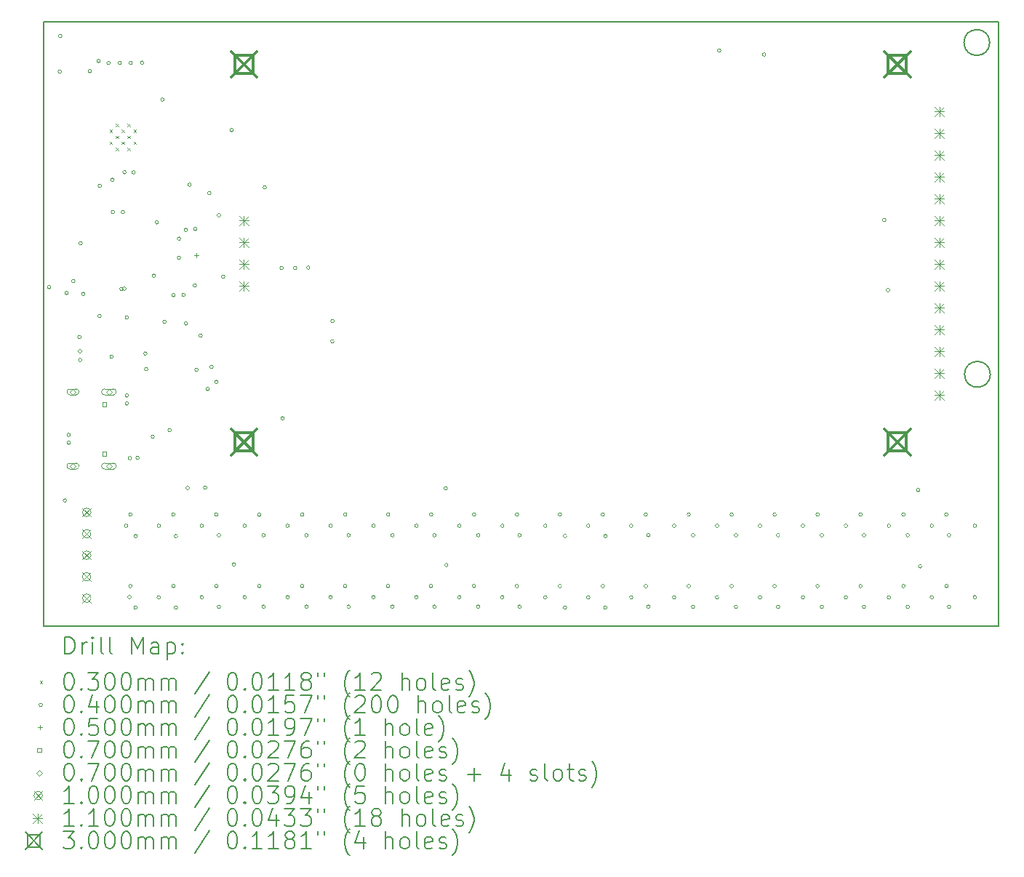
<source format=gbr>
%TF.GenerationSoftware,KiCad,Pcbnew,8.0.6*%
%TF.CreationDate,2024-10-31T13:08:25-07:00*%
%TF.ProjectId,veramonitor,76657261-6d6f-46e6-9974-6f722e6b6963,rev?*%
%TF.SameCoordinates,Original*%
%TF.FileFunction,Drillmap*%
%TF.FilePolarity,Positive*%
%FSLAX45Y45*%
G04 Gerber Fmt 4.5, Leading zero omitted, Abs format (unit mm)*
G04 Created by KiCad (PCBNEW 8.0.6) date 2024-10-31 13:08:25*
%MOMM*%
%LPD*%
G01*
G04 APERTURE LIST*
%ADD10C,0.200000*%
%ADD11C,0.100000*%
%ADD12C,0.110002*%
%ADD13C,0.299999*%
G04 APERTURE END LIST*
D10*
X15033000Y-10796000D02*
G75*
G02*
X14733000Y-10796000I-150000J0D01*
G01*
X14733000Y-10796000D02*
G75*
G02*
X15033000Y-10796000I150000J0D01*
G01*
X15026000Y-6933000D02*
G75*
G02*
X14726000Y-6933000I-150000J0D01*
G01*
X14726000Y-6933000D02*
G75*
G02*
X15026000Y-6933000I150000J0D01*
G01*
X4008000Y-6690000D02*
X15130000Y-6690000D01*
X15130000Y-13730000D01*
X4008000Y-13730000D01*
X4008000Y-6690000D01*
D11*
X4780000Y-7947500D02*
X4810000Y-7977500D01*
X4810000Y-7947500D02*
X4780000Y-7977500D01*
X4780000Y-8087500D02*
X4810000Y-8117500D01*
X4810000Y-8087500D02*
X4780000Y-8117500D01*
X4850000Y-7877500D02*
X4880000Y-7907500D01*
X4880000Y-7877500D02*
X4850000Y-7907500D01*
X4850000Y-8017500D02*
X4880000Y-8047500D01*
X4880000Y-8017500D02*
X4850000Y-8047500D01*
X4850000Y-8157500D02*
X4880000Y-8187500D01*
X4880000Y-8157500D02*
X4850000Y-8187500D01*
X4920000Y-7947500D02*
X4950000Y-7977500D01*
X4950000Y-7947500D02*
X4920000Y-7977500D01*
X4920000Y-8087500D02*
X4950000Y-8117500D01*
X4950000Y-8087500D02*
X4920000Y-8117500D01*
X4990000Y-7877500D02*
X5020000Y-7907500D01*
X5020000Y-7877500D02*
X4990000Y-7907500D01*
X4990000Y-8017500D02*
X5020000Y-8047500D01*
X5020000Y-8017500D02*
X4990000Y-8047500D01*
X4990000Y-8157500D02*
X5020000Y-8187500D01*
X5020000Y-8157500D02*
X4990000Y-8187500D01*
X5060000Y-7947500D02*
X5090000Y-7977500D01*
X5090000Y-7947500D02*
X5060000Y-7977500D01*
X5060000Y-8087500D02*
X5090000Y-8117500D01*
X5090000Y-8087500D02*
X5060000Y-8117500D01*
X4096000Y-9782000D02*
G75*
G02*
X4056000Y-9782000I-20000J0D01*
G01*
X4056000Y-9782000D02*
G75*
G02*
X4096000Y-9782000I20000J0D01*
G01*
X4220000Y-7270000D02*
G75*
G02*
X4180000Y-7270000I-20000J0D01*
G01*
X4180000Y-7270000D02*
G75*
G02*
X4220000Y-7270000I20000J0D01*
G01*
X4225000Y-6857000D02*
G75*
G02*
X4185000Y-6857000I-20000J0D01*
G01*
X4185000Y-6857000D02*
G75*
G02*
X4225000Y-6857000I20000J0D01*
G01*
X4279000Y-12265000D02*
G75*
G02*
X4239000Y-12265000I-20000J0D01*
G01*
X4239000Y-12265000D02*
G75*
G02*
X4279000Y-12265000I20000J0D01*
G01*
X4300000Y-9849000D02*
G75*
G02*
X4260000Y-9849000I-20000J0D01*
G01*
X4260000Y-9849000D02*
G75*
G02*
X4300000Y-9849000I20000J0D01*
G01*
X4323000Y-11501000D02*
G75*
G02*
X4283000Y-11501000I-20000J0D01*
G01*
X4283000Y-11501000D02*
G75*
G02*
X4323000Y-11501000I20000J0D01*
G01*
X4324000Y-11593000D02*
G75*
G02*
X4284000Y-11593000I-20000J0D01*
G01*
X4284000Y-11593000D02*
G75*
G02*
X4324000Y-11593000I20000J0D01*
G01*
X4377000Y-9710000D02*
G75*
G02*
X4337000Y-9710000I-20000J0D01*
G01*
X4337000Y-9710000D02*
G75*
G02*
X4377000Y-9710000I20000J0D01*
G01*
X4449000Y-10362000D02*
G75*
G02*
X4409000Y-10362000I-20000J0D01*
G01*
X4409000Y-10362000D02*
G75*
G02*
X4449000Y-10362000I20000J0D01*
G01*
X4456000Y-10527000D02*
G75*
G02*
X4416000Y-10527000I-20000J0D01*
G01*
X4416000Y-10527000D02*
G75*
G02*
X4456000Y-10527000I20000J0D01*
G01*
X4457575Y-10628480D02*
G75*
G02*
X4417575Y-10628480I-20000J0D01*
G01*
X4417575Y-10628480D02*
G75*
G02*
X4457575Y-10628480I20000J0D01*
G01*
X4462500Y-9269500D02*
G75*
G02*
X4422500Y-9269500I-20000J0D01*
G01*
X4422500Y-9269500D02*
G75*
G02*
X4462500Y-9269500I20000J0D01*
G01*
X4493000Y-9860000D02*
G75*
G02*
X4453000Y-9860000I-20000J0D01*
G01*
X4453000Y-9860000D02*
G75*
G02*
X4493000Y-9860000I20000J0D01*
G01*
X4571000Y-7267000D02*
G75*
G02*
X4531000Y-7267000I-20000J0D01*
G01*
X4531000Y-7267000D02*
G75*
G02*
X4571000Y-7267000I20000J0D01*
G01*
X4670000Y-7148000D02*
G75*
G02*
X4630000Y-7148000I-20000J0D01*
G01*
X4630000Y-7148000D02*
G75*
G02*
X4670000Y-7148000I20000J0D01*
G01*
X4682000Y-10118000D02*
G75*
G02*
X4642000Y-10118000I-20000J0D01*
G01*
X4642000Y-10118000D02*
G75*
G02*
X4682000Y-10118000I20000J0D01*
G01*
X4686735Y-8600735D02*
G75*
G02*
X4646735Y-8600735I-20000J0D01*
G01*
X4646735Y-8600735D02*
G75*
G02*
X4686735Y-8600735I20000J0D01*
G01*
X4787500Y-7172500D02*
G75*
G02*
X4747500Y-7172500I-20000J0D01*
G01*
X4747500Y-7172500D02*
G75*
G02*
X4787500Y-7172500I20000J0D01*
G01*
X4823000Y-10591000D02*
G75*
G02*
X4783000Y-10591000I-20000J0D01*
G01*
X4783000Y-10591000D02*
G75*
G02*
X4823000Y-10591000I20000J0D01*
G01*
X4832500Y-8531500D02*
G75*
G02*
X4792500Y-8531500I-20000J0D01*
G01*
X4792500Y-8531500D02*
G75*
G02*
X4832500Y-8531500I20000J0D01*
G01*
X4839000Y-8906000D02*
G75*
G02*
X4799000Y-8906000I-20000J0D01*
G01*
X4799000Y-8906000D02*
G75*
G02*
X4839000Y-8906000I20000J0D01*
G01*
X4917500Y-7170000D02*
G75*
G02*
X4877500Y-7170000I-20000J0D01*
G01*
X4877500Y-7170000D02*
G75*
G02*
X4917500Y-7170000I20000J0D01*
G01*
X4937500Y-9801500D02*
G75*
G02*
X4897500Y-9801500I-20000J0D01*
G01*
X4897500Y-9801500D02*
G75*
G02*
X4937500Y-9801500I20000J0D01*
G01*
X4955000Y-8908000D02*
G75*
G02*
X4915000Y-8908000I-20000J0D01*
G01*
X4915000Y-8908000D02*
G75*
G02*
X4955000Y-8908000I20000J0D01*
G01*
X4972500Y-9800000D02*
G75*
G02*
X4932500Y-9800000I-20000J0D01*
G01*
X4932500Y-9800000D02*
G75*
G02*
X4972500Y-9800000I20000J0D01*
G01*
X4973000Y-8443000D02*
G75*
G02*
X4933000Y-8443000I-20000J0D01*
G01*
X4933000Y-8443000D02*
G75*
G02*
X4973000Y-8443000I20000J0D01*
G01*
X4991500Y-12559500D02*
G75*
G02*
X4951500Y-12559500I-20000J0D01*
G01*
X4951500Y-12559500D02*
G75*
G02*
X4991500Y-12559500I20000J0D01*
G01*
X5000000Y-10135000D02*
G75*
G02*
X4960000Y-10135000I-20000J0D01*
G01*
X4960000Y-10135000D02*
G75*
G02*
X5000000Y-10135000I20000J0D01*
G01*
X5000000Y-11043000D02*
G75*
G02*
X4960000Y-11043000I-20000J0D01*
G01*
X4960000Y-11043000D02*
G75*
G02*
X5000000Y-11043000I20000J0D01*
G01*
X5000000Y-11135000D02*
G75*
G02*
X4960000Y-11135000I-20000J0D01*
G01*
X4960000Y-11135000D02*
G75*
G02*
X5000000Y-11135000I20000J0D01*
G01*
X5032000Y-13389000D02*
G75*
G02*
X4992000Y-13389000I-20000J0D01*
G01*
X4992000Y-13389000D02*
G75*
G02*
X5032000Y-13389000I20000J0D01*
G01*
X5036000Y-11772000D02*
G75*
G02*
X4996000Y-11772000I-20000J0D01*
G01*
X4996000Y-11772000D02*
G75*
G02*
X5036000Y-11772000I20000J0D01*
G01*
X5042000Y-13261500D02*
G75*
G02*
X5002000Y-13261500I-20000J0D01*
G01*
X5002000Y-13261500D02*
G75*
G02*
X5042000Y-13261500I20000J0D01*
G01*
X5042500Y-12429500D02*
G75*
G02*
X5002500Y-12429500I-20000J0D01*
G01*
X5002500Y-12429500D02*
G75*
G02*
X5042500Y-12429500I20000J0D01*
G01*
X5045000Y-7170000D02*
G75*
G02*
X5005000Y-7170000I-20000J0D01*
G01*
X5005000Y-7170000D02*
G75*
G02*
X5045000Y-7170000I20000J0D01*
G01*
X5079000Y-8445000D02*
G75*
G02*
X5039000Y-8445000I-20000J0D01*
G01*
X5039000Y-8445000D02*
G75*
G02*
X5079000Y-8445000I20000J0D01*
G01*
X5102000Y-13511500D02*
G75*
G02*
X5062000Y-13511500I-20000J0D01*
G01*
X5062000Y-13511500D02*
G75*
G02*
X5102000Y-13511500I20000J0D01*
G01*
X5102500Y-12679500D02*
G75*
G02*
X5062500Y-12679500I-20000J0D01*
G01*
X5062500Y-12679500D02*
G75*
G02*
X5102500Y-12679500I20000J0D01*
G01*
X5125000Y-11770000D02*
G75*
G02*
X5085000Y-11770000I-20000J0D01*
G01*
X5085000Y-11770000D02*
G75*
G02*
X5125000Y-11770000I20000J0D01*
G01*
X5177500Y-7167500D02*
G75*
G02*
X5137500Y-7167500I-20000J0D01*
G01*
X5137500Y-7167500D02*
G75*
G02*
X5177500Y-7167500I20000J0D01*
G01*
X5216000Y-10554000D02*
G75*
G02*
X5176000Y-10554000I-20000J0D01*
G01*
X5176000Y-10554000D02*
G75*
G02*
X5216000Y-10554000I20000J0D01*
G01*
X5226000Y-10737000D02*
G75*
G02*
X5186000Y-10737000I-20000J0D01*
G01*
X5186000Y-10737000D02*
G75*
G02*
X5226000Y-10737000I20000J0D01*
G01*
X5302500Y-11522500D02*
G75*
G02*
X5262500Y-11522500I-20000J0D01*
G01*
X5262500Y-11522500D02*
G75*
G02*
X5302500Y-11522500I20000J0D01*
G01*
X5316000Y-9648000D02*
G75*
G02*
X5276000Y-9648000I-20000J0D01*
G01*
X5276000Y-9648000D02*
G75*
G02*
X5316000Y-9648000I20000J0D01*
G01*
X5350000Y-9027000D02*
G75*
G02*
X5310000Y-9027000I-20000J0D01*
G01*
X5310000Y-9027000D02*
G75*
G02*
X5350000Y-9027000I20000J0D01*
G01*
X5372000Y-13391500D02*
G75*
G02*
X5332000Y-13391500I-20000J0D01*
G01*
X5332000Y-13391500D02*
G75*
G02*
X5372000Y-13391500I20000J0D01*
G01*
X5372500Y-12559500D02*
G75*
G02*
X5332500Y-12559500I-20000J0D01*
G01*
X5332500Y-12559500D02*
G75*
G02*
X5372500Y-12559500I20000J0D01*
G01*
X5415000Y-7598000D02*
G75*
G02*
X5375000Y-7598000I-20000J0D01*
G01*
X5375000Y-7598000D02*
G75*
G02*
X5415000Y-7598000I20000J0D01*
G01*
X5440000Y-10185000D02*
G75*
G02*
X5400000Y-10185000I-20000J0D01*
G01*
X5400000Y-10185000D02*
G75*
G02*
X5440000Y-10185000I20000J0D01*
G01*
X5499000Y-11444500D02*
G75*
G02*
X5459000Y-11444500I-20000J0D01*
G01*
X5459000Y-11444500D02*
G75*
G02*
X5499000Y-11444500I20000J0D01*
G01*
X5542000Y-13261500D02*
G75*
G02*
X5502000Y-13261500I-20000J0D01*
G01*
X5502000Y-13261500D02*
G75*
G02*
X5542000Y-13261500I20000J0D01*
G01*
X5542500Y-9875000D02*
G75*
G02*
X5502500Y-9875000I-20000J0D01*
G01*
X5502500Y-9875000D02*
G75*
G02*
X5542500Y-9875000I20000J0D01*
G01*
X5542500Y-12429500D02*
G75*
G02*
X5502500Y-12429500I-20000J0D01*
G01*
X5502500Y-12429500D02*
G75*
G02*
X5542500Y-12429500I20000J0D01*
G01*
X5572000Y-13511500D02*
G75*
G02*
X5532000Y-13511500I-20000J0D01*
G01*
X5532000Y-13511500D02*
G75*
G02*
X5572000Y-13511500I20000J0D01*
G01*
X5572500Y-12679500D02*
G75*
G02*
X5532500Y-12679500I-20000J0D01*
G01*
X5532500Y-12679500D02*
G75*
G02*
X5572500Y-12679500I20000J0D01*
G01*
X5608000Y-9217000D02*
G75*
G02*
X5568000Y-9217000I-20000J0D01*
G01*
X5568000Y-9217000D02*
G75*
G02*
X5608000Y-9217000I20000J0D01*
G01*
X5608000Y-9438000D02*
G75*
G02*
X5568000Y-9438000I-20000J0D01*
G01*
X5568000Y-9438000D02*
G75*
G02*
X5608000Y-9438000I20000J0D01*
G01*
X5661000Y-9872000D02*
G75*
G02*
X5621000Y-9872000I-20000J0D01*
G01*
X5621000Y-9872000D02*
G75*
G02*
X5661000Y-9872000I20000J0D01*
G01*
X5686485Y-9114515D02*
G75*
G02*
X5646485Y-9114515I-20000J0D01*
G01*
X5646485Y-9114515D02*
G75*
G02*
X5686485Y-9114515I20000J0D01*
G01*
X5689000Y-10205000D02*
G75*
G02*
X5649000Y-10205000I-20000J0D01*
G01*
X5649000Y-10205000D02*
G75*
G02*
X5689000Y-10205000I20000J0D01*
G01*
X5709000Y-12119000D02*
G75*
G02*
X5669000Y-12119000I-20000J0D01*
G01*
X5669000Y-12119000D02*
G75*
G02*
X5709000Y-12119000I20000J0D01*
G01*
X5731000Y-8589000D02*
G75*
G02*
X5691000Y-8589000I-20000J0D01*
G01*
X5691000Y-8589000D02*
G75*
G02*
X5731000Y-8589000I20000J0D01*
G01*
X5792000Y-9762000D02*
G75*
G02*
X5752000Y-9762000I-20000J0D01*
G01*
X5752000Y-9762000D02*
G75*
G02*
X5792000Y-9762000I20000J0D01*
G01*
X5797000Y-9104000D02*
G75*
G02*
X5757000Y-9104000I-20000J0D01*
G01*
X5757000Y-9104000D02*
G75*
G02*
X5797000Y-9104000I20000J0D01*
G01*
X5812500Y-10745000D02*
G75*
G02*
X5772500Y-10745000I-20000J0D01*
G01*
X5772500Y-10745000D02*
G75*
G02*
X5812500Y-10745000I20000J0D01*
G01*
X5859000Y-10344000D02*
G75*
G02*
X5819000Y-10344000I-20000J0D01*
G01*
X5819000Y-10344000D02*
G75*
G02*
X5859000Y-10344000I20000J0D01*
G01*
X5872000Y-13391500D02*
G75*
G02*
X5832000Y-13391500I-20000J0D01*
G01*
X5832000Y-13391500D02*
G75*
G02*
X5872000Y-13391500I20000J0D01*
G01*
X5872500Y-12559500D02*
G75*
G02*
X5832500Y-12559500I-20000J0D01*
G01*
X5832500Y-12559500D02*
G75*
G02*
X5872500Y-12559500I20000J0D01*
G01*
X5913000Y-12115000D02*
G75*
G02*
X5873000Y-12115000I-20000J0D01*
G01*
X5873000Y-12115000D02*
G75*
G02*
X5913000Y-12115000I20000J0D01*
G01*
X5941000Y-10966000D02*
G75*
G02*
X5901000Y-10966000I-20000J0D01*
G01*
X5901000Y-10966000D02*
G75*
G02*
X5941000Y-10966000I20000J0D01*
G01*
X5960750Y-8687750D02*
G75*
G02*
X5920750Y-8687750I-20000J0D01*
G01*
X5920750Y-8687750D02*
G75*
G02*
X5960750Y-8687750I20000J0D01*
G01*
X5986000Y-10709000D02*
G75*
G02*
X5946000Y-10709000I-20000J0D01*
G01*
X5946000Y-10709000D02*
G75*
G02*
X5986000Y-10709000I20000J0D01*
G01*
X6042000Y-13261500D02*
G75*
G02*
X6002000Y-13261500I-20000J0D01*
G01*
X6002000Y-13261500D02*
G75*
G02*
X6042000Y-13261500I20000J0D01*
G01*
X6042500Y-12429500D02*
G75*
G02*
X6002500Y-12429500I-20000J0D01*
G01*
X6002500Y-12429500D02*
G75*
G02*
X6042500Y-12429500I20000J0D01*
G01*
X6044000Y-10885000D02*
G75*
G02*
X6004000Y-10885000I-20000J0D01*
G01*
X6004000Y-10885000D02*
G75*
G02*
X6044000Y-10885000I20000J0D01*
G01*
X6072000Y-8943000D02*
G75*
G02*
X6032000Y-8943000I-20000J0D01*
G01*
X6032000Y-8943000D02*
G75*
G02*
X6072000Y-8943000I20000J0D01*
G01*
X6072000Y-13501500D02*
G75*
G02*
X6032000Y-13501500I-20000J0D01*
G01*
X6032000Y-13501500D02*
G75*
G02*
X6072000Y-13501500I20000J0D01*
G01*
X6072500Y-12669500D02*
G75*
G02*
X6032500Y-12669500I-20000J0D01*
G01*
X6032500Y-12669500D02*
G75*
G02*
X6072500Y-12669500I20000J0D01*
G01*
X6122000Y-9661000D02*
G75*
G02*
X6082000Y-9661000I-20000J0D01*
G01*
X6082000Y-9661000D02*
G75*
G02*
X6122000Y-9661000I20000J0D01*
G01*
X6222000Y-7952000D02*
G75*
G02*
X6182000Y-7952000I-20000J0D01*
G01*
X6182000Y-7952000D02*
G75*
G02*
X6222000Y-7952000I20000J0D01*
G01*
X6245000Y-13009000D02*
G75*
G02*
X6205000Y-13009000I-20000J0D01*
G01*
X6205000Y-13009000D02*
G75*
G02*
X6245000Y-13009000I20000J0D01*
G01*
X6372000Y-13391500D02*
G75*
G02*
X6332000Y-13391500I-20000J0D01*
G01*
X6332000Y-13391500D02*
G75*
G02*
X6372000Y-13391500I20000J0D01*
G01*
X6372500Y-12559500D02*
G75*
G02*
X6332500Y-12559500I-20000J0D01*
G01*
X6332500Y-12559500D02*
G75*
G02*
X6372500Y-12559500I20000J0D01*
G01*
X6542000Y-13261500D02*
G75*
G02*
X6502000Y-13261500I-20000J0D01*
G01*
X6502000Y-13261500D02*
G75*
G02*
X6542000Y-13261500I20000J0D01*
G01*
X6542500Y-12429500D02*
G75*
G02*
X6502500Y-12429500I-20000J0D01*
G01*
X6502500Y-12429500D02*
G75*
G02*
X6542500Y-12429500I20000J0D01*
G01*
X6592000Y-13501500D02*
G75*
G02*
X6552000Y-13501500I-20000J0D01*
G01*
X6552000Y-13501500D02*
G75*
G02*
X6592000Y-13501500I20000J0D01*
G01*
X6592500Y-12669500D02*
G75*
G02*
X6552500Y-12669500I-20000J0D01*
G01*
X6552500Y-12669500D02*
G75*
G02*
X6592500Y-12669500I20000J0D01*
G01*
X6606000Y-8620000D02*
G75*
G02*
X6566000Y-8620000I-20000J0D01*
G01*
X6566000Y-8620000D02*
G75*
G02*
X6606000Y-8620000I20000J0D01*
G01*
X6802000Y-9559000D02*
G75*
G02*
X6762000Y-9559000I-20000J0D01*
G01*
X6762000Y-9559000D02*
G75*
G02*
X6802000Y-9559000I20000J0D01*
G01*
X6813000Y-11309000D02*
G75*
G02*
X6773000Y-11309000I-20000J0D01*
G01*
X6773000Y-11309000D02*
G75*
G02*
X6813000Y-11309000I20000J0D01*
G01*
X6872000Y-13391500D02*
G75*
G02*
X6832000Y-13391500I-20000J0D01*
G01*
X6832000Y-13391500D02*
G75*
G02*
X6872000Y-13391500I20000J0D01*
G01*
X6872500Y-12559500D02*
G75*
G02*
X6832500Y-12559500I-20000J0D01*
G01*
X6832500Y-12559500D02*
G75*
G02*
X6872500Y-12559500I20000J0D01*
G01*
X6961000Y-9558000D02*
G75*
G02*
X6921000Y-9558000I-20000J0D01*
G01*
X6921000Y-9558000D02*
G75*
G02*
X6961000Y-9558000I20000J0D01*
G01*
X7042000Y-13261500D02*
G75*
G02*
X7002000Y-13261500I-20000J0D01*
G01*
X7002000Y-13261500D02*
G75*
G02*
X7042000Y-13261500I20000J0D01*
G01*
X7042500Y-12429500D02*
G75*
G02*
X7002500Y-12429500I-20000J0D01*
G01*
X7002500Y-12429500D02*
G75*
G02*
X7042500Y-12429500I20000J0D01*
G01*
X7092000Y-13501500D02*
G75*
G02*
X7052000Y-13501500I-20000J0D01*
G01*
X7052000Y-13501500D02*
G75*
G02*
X7092000Y-13501500I20000J0D01*
G01*
X7092500Y-12669500D02*
G75*
G02*
X7052500Y-12669500I-20000J0D01*
G01*
X7052500Y-12669500D02*
G75*
G02*
X7092500Y-12669500I20000J0D01*
G01*
X7112000Y-9554000D02*
G75*
G02*
X7072000Y-9554000I-20000J0D01*
G01*
X7072000Y-9554000D02*
G75*
G02*
X7112000Y-9554000I20000J0D01*
G01*
X7372000Y-13391500D02*
G75*
G02*
X7332000Y-13391500I-20000J0D01*
G01*
X7332000Y-13391500D02*
G75*
G02*
X7372000Y-13391500I20000J0D01*
G01*
X7372500Y-12559500D02*
G75*
G02*
X7332500Y-12559500I-20000J0D01*
G01*
X7332500Y-12559500D02*
G75*
G02*
X7372500Y-12559500I20000J0D01*
G01*
X7393000Y-10411000D02*
G75*
G02*
X7353000Y-10411000I-20000J0D01*
G01*
X7353000Y-10411000D02*
G75*
G02*
X7393000Y-10411000I20000J0D01*
G01*
X7396000Y-10177000D02*
G75*
G02*
X7356000Y-10177000I-20000J0D01*
G01*
X7356000Y-10177000D02*
G75*
G02*
X7396000Y-10177000I20000J0D01*
G01*
X7542000Y-13261500D02*
G75*
G02*
X7502000Y-13261500I-20000J0D01*
G01*
X7502000Y-13261500D02*
G75*
G02*
X7542000Y-13261500I20000J0D01*
G01*
X7542500Y-12429500D02*
G75*
G02*
X7502500Y-12429500I-20000J0D01*
G01*
X7502500Y-12429500D02*
G75*
G02*
X7542500Y-12429500I20000J0D01*
G01*
X7582000Y-13501500D02*
G75*
G02*
X7542000Y-13501500I-20000J0D01*
G01*
X7542000Y-13501500D02*
G75*
G02*
X7582000Y-13501500I20000J0D01*
G01*
X7582500Y-12669500D02*
G75*
G02*
X7542500Y-12669500I-20000J0D01*
G01*
X7542500Y-12669500D02*
G75*
G02*
X7582500Y-12669500I20000J0D01*
G01*
X7872000Y-13391500D02*
G75*
G02*
X7832000Y-13391500I-20000J0D01*
G01*
X7832000Y-13391500D02*
G75*
G02*
X7872000Y-13391500I20000J0D01*
G01*
X7872500Y-12559500D02*
G75*
G02*
X7832500Y-12559500I-20000J0D01*
G01*
X7832500Y-12559500D02*
G75*
G02*
X7872500Y-12559500I20000J0D01*
G01*
X8042000Y-13261500D02*
G75*
G02*
X8002000Y-13261500I-20000J0D01*
G01*
X8002000Y-13261500D02*
G75*
G02*
X8042000Y-13261500I20000J0D01*
G01*
X8042500Y-12429500D02*
G75*
G02*
X8002500Y-12429500I-20000J0D01*
G01*
X8002500Y-12429500D02*
G75*
G02*
X8042500Y-12429500I20000J0D01*
G01*
X8092000Y-13501500D02*
G75*
G02*
X8052000Y-13501500I-20000J0D01*
G01*
X8052000Y-13501500D02*
G75*
G02*
X8092000Y-13501500I20000J0D01*
G01*
X8092500Y-12669500D02*
G75*
G02*
X8052500Y-12669500I-20000J0D01*
G01*
X8052500Y-12669500D02*
G75*
G02*
X8092500Y-12669500I20000J0D01*
G01*
X8372000Y-13391500D02*
G75*
G02*
X8332000Y-13391500I-20000J0D01*
G01*
X8332000Y-13391500D02*
G75*
G02*
X8372000Y-13391500I20000J0D01*
G01*
X8372500Y-12559500D02*
G75*
G02*
X8332500Y-12559500I-20000J0D01*
G01*
X8332500Y-12559500D02*
G75*
G02*
X8372500Y-12559500I20000J0D01*
G01*
X8542000Y-13261500D02*
G75*
G02*
X8502000Y-13261500I-20000J0D01*
G01*
X8502000Y-13261500D02*
G75*
G02*
X8542000Y-13261500I20000J0D01*
G01*
X8542500Y-12429500D02*
G75*
G02*
X8502500Y-12429500I-20000J0D01*
G01*
X8502500Y-12429500D02*
G75*
G02*
X8542500Y-12429500I20000J0D01*
G01*
X8582000Y-13501500D02*
G75*
G02*
X8542000Y-13501500I-20000J0D01*
G01*
X8542000Y-13501500D02*
G75*
G02*
X8582000Y-13501500I20000J0D01*
G01*
X8582500Y-12669500D02*
G75*
G02*
X8542500Y-12669500I-20000J0D01*
G01*
X8542500Y-12669500D02*
G75*
G02*
X8582500Y-12669500I20000J0D01*
G01*
X8713000Y-12124000D02*
G75*
G02*
X8673000Y-12124000I-20000J0D01*
G01*
X8673000Y-12124000D02*
G75*
G02*
X8713000Y-12124000I20000J0D01*
G01*
X8721000Y-13016000D02*
G75*
G02*
X8681000Y-13016000I-20000J0D01*
G01*
X8681000Y-13016000D02*
G75*
G02*
X8721000Y-13016000I20000J0D01*
G01*
X8872000Y-13391500D02*
G75*
G02*
X8832000Y-13391500I-20000J0D01*
G01*
X8832000Y-13391500D02*
G75*
G02*
X8872000Y-13391500I20000J0D01*
G01*
X8872500Y-12559500D02*
G75*
G02*
X8832500Y-12559500I-20000J0D01*
G01*
X8832500Y-12559500D02*
G75*
G02*
X8872500Y-12559500I20000J0D01*
G01*
X9042000Y-13261500D02*
G75*
G02*
X9002000Y-13261500I-20000J0D01*
G01*
X9002000Y-13261500D02*
G75*
G02*
X9042000Y-13261500I20000J0D01*
G01*
X9042500Y-12429500D02*
G75*
G02*
X9002500Y-12429500I-20000J0D01*
G01*
X9002500Y-12429500D02*
G75*
G02*
X9042500Y-12429500I20000J0D01*
G01*
X9092000Y-13501500D02*
G75*
G02*
X9052000Y-13501500I-20000J0D01*
G01*
X9052000Y-13501500D02*
G75*
G02*
X9092000Y-13501500I20000J0D01*
G01*
X9092500Y-12669500D02*
G75*
G02*
X9052500Y-12669500I-20000J0D01*
G01*
X9052500Y-12669500D02*
G75*
G02*
X9092500Y-12669500I20000J0D01*
G01*
X9372000Y-13391500D02*
G75*
G02*
X9332000Y-13391500I-20000J0D01*
G01*
X9332000Y-13391500D02*
G75*
G02*
X9372000Y-13391500I20000J0D01*
G01*
X9372500Y-12559500D02*
G75*
G02*
X9332500Y-12559500I-20000J0D01*
G01*
X9332500Y-12559500D02*
G75*
G02*
X9372500Y-12559500I20000J0D01*
G01*
X9542000Y-13261500D02*
G75*
G02*
X9502000Y-13261500I-20000J0D01*
G01*
X9502000Y-13261500D02*
G75*
G02*
X9542000Y-13261500I20000J0D01*
G01*
X9542500Y-12429500D02*
G75*
G02*
X9502500Y-12429500I-20000J0D01*
G01*
X9502500Y-12429500D02*
G75*
G02*
X9542500Y-12429500I20000J0D01*
G01*
X9572000Y-13501500D02*
G75*
G02*
X9532000Y-13501500I-20000J0D01*
G01*
X9532000Y-13501500D02*
G75*
G02*
X9572000Y-13501500I20000J0D01*
G01*
X9572500Y-12669500D02*
G75*
G02*
X9532500Y-12669500I-20000J0D01*
G01*
X9532500Y-12669500D02*
G75*
G02*
X9572500Y-12669500I20000J0D01*
G01*
X9872000Y-13391500D02*
G75*
G02*
X9832000Y-13391500I-20000J0D01*
G01*
X9832000Y-13391500D02*
G75*
G02*
X9872000Y-13391500I20000J0D01*
G01*
X9872500Y-12559500D02*
G75*
G02*
X9832500Y-12559500I-20000J0D01*
G01*
X9832500Y-12559500D02*
G75*
G02*
X9872500Y-12559500I20000J0D01*
G01*
X10042000Y-12429000D02*
G75*
G02*
X10002000Y-12429000I-20000J0D01*
G01*
X10002000Y-12429000D02*
G75*
G02*
X10042000Y-12429000I20000J0D01*
G01*
X10042000Y-13261500D02*
G75*
G02*
X10002000Y-13261500I-20000J0D01*
G01*
X10002000Y-13261500D02*
G75*
G02*
X10042000Y-13261500I20000J0D01*
G01*
X10102000Y-12679000D02*
G75*
G02*
X10062000Y-12679000I-20000J0D01*
G01*
X10062000Y-12679000D02*
G75*
G02*
X10102000Y-12679000I20000J0D01*
G01*
X10102000Y-13511500D02*
G75*
G02*
X10062000Y-13511500I-20000J0D01*
G01*
X10062000Y-13511500D02*
G75*
G02*
X10102000Y-13511500I20000J0D01*
G01*
X10372000Y-12559000D02*
G75*
G02*
X10332000Y-12559000I-20000J0D01*
G01*
X10332000Y-12559000D02*
G75*
G02*
X10372000Y-12559000I20000J0D01*
G01*
X10372000Y-13391500D02*
G75*
G02*
X10332000Y-13391500I-20000J0D01*
G01*
X10332000Y-13391500D02*
G75*
G02*
X10372000Y-13391500I20000J0D01*
G01*
X10542000Y-12429000D02*
G75*
G02*
X10502000Y-12429000I-20000J0D01*
G01*
X10502000Y-12429000D02*
G75*
G02*
X10542000Y-12429000I20000J0D01*
G01*
X10542000Y-13261500D02*
G75*
G02*
X10502000Y-13261500I-20000J0D01*
G01*
X10502000Y-13261500D02*
G75*
G02*
X10542000Y-13261500I20000J0D01*
G01*
X10572000Y-12679000D02*
G75*
G02*
X10532000Y-12679000I-20000J0D01*
G01*
X10532000Y-12679000D02*
G75*
G02*
X10572000Y-12679000I20000J0D01*
G01*
X10572000Y-13511500D02*
G75*
G02*
X10532000Y-13511500I-20000J0D01*
G01*
X10532000Y-13511500D02*
G75*
G02*
X10572000Y-13511500I20000J0D01*
G01*
X10872000Y-12559000D02*
G75*
G02*
X10832000Y-12559000I-20000J0D01*
G01*
X10832000Y-12559000D02*
G75*
G02*
X10872000Y-12559000I20000J0D01*
G01*
X10872000Y-13391500D02*
G75*
G02*
X10832000Y-13391500I-20000J0D01*
G01*
X10832000Y-13391500D02*
G75*
G02*
X10872000Y-13391500I20000J0D01*
G01*
X11042000Y-12429000D02*
G75*
G02*
X11002000Y-12429000I-20000J0D01*
G01*
X11002000Y-12429000D02*
G75*
G02*
X11042000Y-12429000I20000J0D01*
G01*
X11042000Y-13261500D02*
G75*
G02*
X11002000Y-13261500I-20000J0D01*
G01*
X11002000Y-13261500D02*
G75*
G02*
X11042000Y-13261500I20000J0D01*
G01*
X11072000Y-12669000D02*
G75*
G02*
X11032000Y-12669000I-20000J0D01*
G01*
X11032000Y-12669000D02*
G75*
G02*
X11072000Y-12669000I20000J0D01*
G01*
X11072000Y-13501500D02*
G75*
G02*
X11032000Y-13501500I-20000J0D01*
G01*
X11032000Y-13501500D02*
G75*
G02*
X11072000Y-13501500I20000J0D01*
G01*
X11372000Y-12559000D02*
G75*
G02*
X11332000Y-12559000I-20000J0D01*
G01*
X11332000Y-12559000D02*
G75*
G02*
X11372000Y-12559000I20000J0D01*
G01*
X11372000Y-13391500D02*
G75*
G02*
X11332000Y-13391500I-20000J0D01*
G01*
X11332000Y-13391500D02*
G75*
G02*
X11372000Y-13391500I20000J0D01*
G01*
X11542000Y-12429000D02*
G75*
G02*
X11502000Y-12429000I-20000J0D01*
G01*
X11502000Y-12429000D02*
G75*
G02*
X11542000Y-12429000I20000J0D01*
G01*
X11542000Y-13261500D02*
G75*
G02*
X11502000Y-13261500I-20000J0D01*
G01*
X11502000Y-13261500D02*
G75*
G02*
X11542000Y-13261500I20000J0D01*
G01*
X11592000Y-12669000D02*
G75*
G02*
X11552000Y-12669000I-20000J0D01*
G01*
X11552000Y-12669000D02*
G75*
G02*
X11592000Y-12669000I20000J0D01*
G01*
X11592000Y-13501500D02*
G75*
G02*
X11552000Y-13501500I-20000J0D01*
G01*
X11552000Y-13501500D02*
G75*
G02*
X11592000Y-13501500I20000J0D01*
G01*
X11872000Y-12559000D02*
G75*
G02*
X11832000Y-12559000I-20000J0D01*
G01*
X11832000Y-12559000D02*
G75*
G02*
X11872000Y-12559000I20000J0D01*
G01*
X11872000Y-13391500D02*
G75*
G02*
X11832000Y-13391500I-20000J0D01*
G01*
X11832000Y-13391500D02*
G75*
G02*
X11872000Y-13391500I20000J0D01*
G01*
X11896000Y-7028000D02*
G75*
G02*
X11856000Y-7028000I-20000J0D01*
G01*
X11856000Y-7028000D02*
G75*
G02*
X11896000Y-7028000I20000J0D01*
G01*
X12042000Y-12429000D02*
G75*
G02*
X12002000Y-12429000I-20000J0D01*
G01*
X12002000Y-12429000D02*
G75*
G02*
X12042000Y-12429000I20000J0D01*
G01*
X12042000Y-13261500D02*
G75*
G02*
X12002000Y-13261500I-20000J0D01*
G01*
X12002000Y-13261500D02*
G75*
G02*
X12042000Y-13261500I20000J0D01*
G01*
X12092000Y-12669000D02*
G75*
G02*
X12052000Y-12669000I-20000J0D01*
G01*
X12052000Y-12669000D02*
G75*
G02*
X12092000Y-12669000I20000J0D01*
G01*
X12092000Y-13501500D02*
G75*
G02*
X12052000Y-13501500I-20000J0D01*
G01*
X12052000Y-13501500D02*
G75*
G02*
X12092000Y-13501500I20000J0D01*
G01*
X12372000Y-12559000D02*
G75*
G02*
X12332000Y-12559000I-20000J0D01*
G01*
X12332000Y-12559000D02*
G75*
G02*
X12372000Y-12559000I20000J0D01*
G01*
X12372000Y-13391500D02*
G75*
G02*
X12332000Y-13391500I-20000J0D01*
G01*
X12332000Y-13391500D02*
G75*
G02*
X12372000Y-13391500I20000J0D01*
G01*
X12419000Y-7073000D02*
G75*
G02*
X12379000Y-7073000I-20000J0D01*
G01*
X12379000Y-7073000D02*
G75*
G02*
X12419000Y-7073000I20000J0D01*
G01*
X12542000Y-12429000D02*
G75*
G02*
X12502000Y-12429000I-20000J0D01*
G01*
X12502000Y-12429000D02*
G75*
G02*
X12542000Y-12429000I20000J0D01*
G01*
X12542000Y-13261500D02*
G75*
G02*
X12502000Y-13261500I-20000J0D01*
G01*
X12502000Y-13261500D02*
G75*
G02*
X12542000Y-13261500I20000J0D01*
G01*
X12582000Y-12669000D02*
G75*
G02*
X12542000Y-12669000I-20000J0D01*
G01*
X12542000Y-12669000D02*
G75*
G02*
X12582000Y-12669000I20000J0D01*
G01*
X12582000Y-13501500D02*
G75*
G02*
X12542000Y-13501500I-20000J0D01*
G01*
X12542000Y-13501500D02*
G75*
G02*
X12582000Y-13501500I20000J0D01*
G01*
X12872000Y-12559000D02*
G75*
G02*
X12832000Y-12559000I-20000J0D01*
G01*
X12832000Y-12559000D02*
G75*
G02*
X12872000Y-12559000I20000J0D01*
G01*
X12872000Y-13391500D02*
G75*
G02*
X12832000Y-13391500I-20000J0D01*
G01*
X12832000Y-13391500D02*
G75*
G02*
X12872000Y-13391500I20000J0D01*
G01*
X13042000Y-12429000D02*
G75*
G02*
X13002000Y-12429000I-20000J0D01*
G01*
X13002000Y-12429000D02*
G75*
G02*
X13042000Y-12429000I20000J0D01*
G01*
X13042000Y-13261500D02*
G75*
G02*
X13002000Y-13261500I-20000J0D01*
G01*
X13002000Y-13261500D02*
G75*
G02*
X13042000Y-13261500I20000J0D01*
G01*
X13092000Y-12669000D02*
G75*
G02*
X13052000Y-12669000I-20000J0D01*
G01*
X13052000Y-12669000D02*
G75*
G02*
X13092000Y-12669000I20000J0D01*
G01*
X13092000Y-13501500D02*
G75*
G02*
X13052000Y-13501500I-20000J0D01*
G01*
X13052000Y-13501500D02*
G75*
G02*
X13092000Y-13501500I20000J0D01*
G01*
X13372000Y-12559000D02*
G75*
G02*
X13332000Y-12559000I-20000J0D01*
G01*
X13332000Y-12559000D02*
G75*
G02*
X13372000Y-12559000I20000J0D01*
G01*
X13372000Y-13391500D02*
G75*
G02*
X13332000Y-13391500I-20000J0D01*
G01*
X13332000Y-13391500D02*
G75*
G02*
X13372000Y-13391500I20000J0D01*
G01*
X13542000Y-12429000D02*
G75*
G02*
X13502000Y-12429000I-20000J0D01*
G01*
X13502000Y-12429000D02*
G75*
G02*
X13542000Y-12429000I20000J0D01*
G01*
X13542000Y-13261500D02*
G75*
G02*
X13502000Y-13261500I-20000J0D01*
G01*
X13502000Y-13261500D02*
G75*
G02*
X13542000Y-13261500I20000J0D01*
G01*
X13582000Y-12669000D02*
G75*
G02*
X13542000Y-12669000I-20000J0D01*
G01*
X13542000Y-12669000D02*
G75*
G02*
X13582000Y-12669000I20000J0D01*
G01*
X13582000Y-13501500D02*
G75*
G02*
X13542000Y-13501500I-20000J0D01*
G01*
X13542000Y-13501500D02*
G75*
G02*
X13582000Y-13501500I20000J0D01*
G01*
X13818000Y-9000000D02*
G75*
G02*
X13778000Y-9000000I-20000J0D01*
G01*
X13778000Y-9000000D02*
G75*
G02*
X13818000Y-9000000I20000J0D01*
G01*
X13862000Y-9817000D02*
G75*
G02*
X13822000Y-9817000I-20000J0D01*
G01*
X13822000Y-9817000D02*
G75*
G02*
X13862000Y-9817000I20000J0D01*
G01*
X13872000Y-12559000D02*
G75*
G02*
X13832000Y-12559000I-20000J0D01*
G01*
X13832000Y-12559000D02*
G75*
G02*
X13872000Y-12559000I20000J0D01*
G01*
X13872000Y-13391500D02*
G75*
G02*
X13832000Y-13391500I-20000J0D01*
G01*
X13832000Y-13391500D02*
G75*
G02*
X13872000Y-13391500I20000J0D01*
G01*
X14042000Y-12429000D02*
G75*
G02*
X14002000Y-12429000I-20000J0D01*
G01*
X14002000Y-12429000D02*
G75*
G02*
X14042000Y-12429000I20000J0D01*
G01*
X14042000Y-13261500D02*
G75*
G02*
X14002000Y-13261500I-20000J0D01*
G01*
X14002000Y-13261500D02*
G75*
G02*
X14042000Y-13261500I20000J0D01*
G01*
X14092000Y-12669000D02*
G75*
G02*
X14052000Y-12669000I-20000J0D01*
G01*
X14052000Y-12669000D02*
G75*
G02*
X14092000Y-12669000I20000J0D01*
G01*
X14092000Y-13501500D02*
G75*
G02*
X14052000Y-13501500I-20000J0D01*
G01*
X14052000Y-13501500D02*
G75*
G02*
X14092000Y-13501500I20000J0D01*
G01*
X14213000Y-12143000D02*
G75*
G02*
X14173000Y-12143000I-20000J0D01*
G01*
X14173000Y-12143000D02*
G75*
G02*
X14213000Y-12143000I20000J0D01*
G01*
X14236000Y-13032000D02*
G75*
G02*
X14196000Y-13032000I-20000J0D01*
G01*
X14196000Y-13032000D02*
G75*
G02*
X14236000Y-13032000I20000J0D01*
G01*
X14372000Y-12559000D02*
G75*
G02*
X14332000Y-12559000I-20000J0D01*
G01*
X14332000Y-12559000D02*
G75*
G02*
X14372000Y-12559000I20000J0D01*
G01*
X14372000Y-13391500D02*
G75*
G02*
X14332000Y-13391500I-20000J0D01*
G01*
X14332000Y-13391500D02*
G75*
G02*
X14372000Y-13391500I20000J0D01*
G01*
X14542000Y-12429000D02*
G75*
G02*
X14502000Y-12429000I-20000J0D01*
G01*
X14502000Y-12429000D02*
G75*
G02*
X14542000Y-12429000I20000J0D01*
G01*
X14542000Y-13261500D02*
G75*
G02*
X14502000Y-13261500I-20000J0D01*
G01*
X14502000Y-13261500D02*
G75*
G02*
X14542000Y-13261500I20000J0D01*
G01*
X14572000Y-12669000D02*
G75*
G02*
X14532000Y-12669000I-20000J0D01*
G01*
X14532000Y-12669000D02*
G75*
G02*
X14572000Y-12669000I20000J0D01*
G01*
X14572000Y-13501500D02*
G75*
G02*
X14532000Y-13501500I-20000J0D01*
G01*
X14532000Y-13501500D02*
G75*
G02*
X14572000Y-13501500I20000J0D01*
G01*
X14872000Y-12559000D02*
G75*
G02*
X14832000Y-12559000I-20000J0D01*
G01*
X14832000Y-12559000D02*
G75*
G02*
X14872000Y-12559000I20000J0D01*
G01*
X14872000Y-13391500D02*
G75*
G02*
X14832000Y-13391500I-20000J0D01*
G01*
X14832000Y-13391500D02*
G75*
G02*
X14872000Y-13391500I20000J0D01*
G01*
X5787000Y-9387500D02*
X5787000Y-9437500D01*
X5762000Y-9412500D02*
X5812000Y-9412500D01*
X4743249Y-11168249D02*
X4743249Y-11118751D01*
X4693751Y-11118751D01*
X4693751Y-11168249D01*
X4743249Y-11168249D01*
X4743249Y-11746249D02*
X4743249Y-11696751D01*
X4693751Y-11696751D01*
X4693751Y-11746249D01*
X4743249Y-11746249D01*
X4353500Y-11035501D02*
X4388501Y-11000500D01*
X4353500Y-10965499D01*
X4318499Y-11000500D01*
X4353500Y-11035501D01*
X4388499Y-10965499D02*
X4318501Y-10965499D01*
X4318501Y-11035501D02*
G75*
G02*
X4318501Y-10965499I0J35001D01*
G01*
X4318501Y-11035501D02*
X4388499Y-11035501D01*
X4388499Y-11035501D02*
G75*
G03*
X4388499Y-10965499I0J35001D01*
G01*
X4353500Y-11899501D02*
X4388501Y-11864500D01*
X4353500Y-11829499D01*
X4318499Y-11864500D01*
X4353500Y-11899501D01*
X4388499Y-11829499D02*
X4318501Y-11829499D01*
X4318501Y-11899501D02*
G75*
G02*
X4318501Y-11829499I0J35001D01*
G01*
X4318501Y-11899501D02*
X4388499Y-11899501D01*
X4388499Y-11899501D02*
G75*
G03*
X4388499Y-11829499I0J35001D01*
G01*
X4772500Y-11035501D02*
X4807501Y-11000500D01*
X4772500Y-10965499D01*
X4737499Y-11000500D01*
X4772500Y-11035501D01*
X4822499Y-10965499D02*
X4722501Y-10965499D01*
X4722501Y-11035501D02*
G75*
G02*
X4722501Y-10965499I0J35001D01*
G01*
X4722501Y-11035501D02*
X4822499Y-11035501D01*
X4822499Y-11035501D02*
G75*
G03*
X4822499Y-10965499I0J35001D01*
G01*
X4772500Y-11899501D02*
X4807501Y-11864500D01*
X4772500Y-11829499D01*
X4737499Y-11864500D01*
X4772500Y-11899501D01*
X4822499Y-11829499D02*
X4722501Y-11829499D01*
X4722501Y-11899501D02*
G75*
G02*
X4722501Y-11829499I0J35001D01*
G01*
X4722501Y-11899501D02*
X4822499Y-11899501D01*
X4822499Y-11899501D02*
G75*
G03*
X4822499Y-11829499I0J35001D01*
G01*
X4463000Y-12353000D02*
X4563000Y-12453000D01*
X4563000Y-12353000D02*
X4463000Y-12453000D01*
X4563000Y-12403000D02*
G75*
G02*
X4463000Y-12403000I-50000J0D01*
G01*
X4463000Y-12403000D02*
G75*
G02*
X4563000Y-12403000I50000J0D01*
G01*
X4463000Y-12603000D02*
X4563000Y-12703000D01*
X4563000Y-12603000D02*
X4463000Y-12703000D01*
X4563000Y-12653000D02*
G75*
G02*
X4463000Y-12653000I-50000J0D01*
G01*
X4463000Y-12653000D02*
G75*
G02*
X4563000Y-12653000I50000J0D01*
G01*
X4463000Y-12853000D02*
X4563000Y-12953000D01*
X4563000Y-12853000D02*
X4463000Y-12953000D01*
X4563000Y-12903000D02*
G75*
G02*
X4463000Y-12903000I-50000J0D01*
G01*
X4463000Y-12903000D02*
G75*
G02*
X4563000Y-12903000I50000J0D01*
G01*
X4463000Y-13103000D02*
X4563000Y-13203000D01*
X4563000Y-13103000D02*
X4463000Y-13203000D01*
X4563000Y-13153000D02*
G75*
G02*
X4463000Y-13153000I-50000J0D01*
G01*
X4463000Y-13153000D02*
G75*
G02*
X4563000Y-13153000I50000J0D01*
G01*
X4463000Y-13353000D02*
X4563000Y-13453000D01*
X4563000Y-13353000D02*
X4463000Y-13453000D01*
X4563000Y-13403000D02*
G75*
G02*
X4463000Y-13403000I-50000J0D01*
G01*
X4463000Y-13403000D02*
G75*
G02*
X4563000Y-13403000I50000J0D01*
G01*
D12*
X6288499Y-8948999D02*
X6398501Y-9059001D01*
X6398501Y-8948999D02*
X6288499Y-9059001D01*
X6343500Y-8948999D02*
X6343500Y-9059001D01*
X6288499Y-9004000D02*
X6398501Y-9004000D01*
X6288499Y-9202999D02*
X6398501Y-9313001D01*
X6398501Y-9202999D02*
X6288499Y-9313001D01*
X6343500Y-9202999D02*
X6343500Y-9313001D01*
X6288499Y-9258000D02*
X6398501Y-9258000D01*
X6288499Y-9456999D02*
X6398501Y-9567001D01*
X6398501Y-9456999D02*
X6288499Y-9567001D01*
X6343500Y-9456999D02*
X6343500Y-9567001D01*
X6288499Y-9512000D02*
X6398501Y-9512000D01*
X6288499Y-9710999D02*
X6398501Y-9821001D01*
X6398501Y-9710999D02*
X6288499Y-9821001D01*
X6343500Y-9710999D02*
X6343500Y-9821001D01*
X6288499Y-9766000D02*
X6398501Y-9766000D01*
X14386499Y-7678999D02*
X14496501Y-7789001D01*
X14496501Y-7678999D02*
X14386499Y-7789001D01*
X14441500Y-7678999D02*
X14441500Y-7789001D01*
X14386499Y-7734000D02*
X14496501Y-7734000D01*
X14386499Y-7932999D02*
X14496501Y-8043001D01*
X14496501Y-7932999D02*
X14386499Y-8043001D01*
X14441500Y-7932999D02*
X14441500Y-8043001D01*
X14386499Y-7988000D02*
X14496501Y-7988000D01*
X14386499Y-8186999D02*
X14496501Y-8297001D01*
X14496501Y-8186999D02*
X14386499Y-8297001D01*
X14441500Y-8186999D02*
X14441500Y-8297001D01*
X14386499Y-8242000D02*
X14496501Y-8242000D01*
X14386499Y-8440999D02*
X14496501Y-8551001D01*
X14496501Y-8440999D02*
X14386499Y-8551001D01*
X14441500Y-8440999D02*
X14441500Y-8551001D01*
X14386499Y-8496000D02*
X14496501Y-8496000D01*
X14386499Y-8694999D02*
X14496501Y-8805001D01*
X14496501Y-8694999D02*
X14386499Y-8805001D01*
X14441500Y-8694999D02*
X14441500Y-8805001D01*
X14386499Y-8750000D02*
X14496501Y-8750000D01*
X14386499Y-8948999D02*
X14496501Y-9059001D01*
X14496501Y-8948999D02*
X14386499Y-9059001D01*
X14441500Y-8948999D02*
X14441500Y-9059001D01*
X14386499Y-9004000D02*
X14496501Y-9004000D01*
X14386499Y-9202999D02*
X14496501Y-9313001D01*
X14496501Y-9202999D02*
X14386499Y-9313001D01*
X14441500Y-9202999D02*
X14441500Y-9313001D01*
X14386499Y-9258000D02*
X14496501Y-9258000D01*
X14386499Y-9456999D02*
X14496501Y-9567001D01*
X14496501Y-9456999D02*
X14386499Y-9567001D01*
X14441500Y-9456999D02*
X14441500Y-9567001D01*
X14386499Y-9512000D02*
X14496501Y-9512000D01*
X14386499Y-9710999D02*
X14496501Y-9821001D01*
X14496501Y-9710999D02*
X14386499Y-9821001D01*
X14441500Y-9710999D02*
X14441500Y-9821001D01*
X14386499Y-9766000D02*
X14496501Y-9766000D01*
X14386499Y-9964999D02*
X14496501Y-10075001D01*
X14496501Y-9964999D02*
X14386499Y-10075001D01*
X14441500Y-9964999D02*
X14441500Y-10075001D01*
X14386499Y-10020000D02*
X14496501Y-10020000D01*
X14386499Y-10218999D02*
X14496501Y-10329001D01*
X14496501Y-10218999D02*
X14386499Y-10329001D01*
X14441500Y-10218999D02*
X14441500Y-10329001D01*
X14386499Y-10274000D02*
X14496501Y-10274000D01*
X14386499Y-10472999D02*
X14496501Y-10583001D01*
X14496501Y-10472999D02*
X14386499Y-10583001D01*
X14441500Y-10472999D02*
X14441500Y-10583001D01*
X14386499Y-10528000D02*
X14496501Y-10528000D01*
X14386499Y-10726999D02*
X14496501Y-10837001D01*
X14496501Y-10726999D02*
X14386499Y-10837001D01*
X14441500Y-10726999D02*
X14441500Y-10837001D01*
X14386499Y-10782000D02*
X14496501Y-10782000D01*
X14386499Y-10980999D02*
X14496501Y-11091001D01*
X14496501Y-10980999D02*
X14386499Y-11091001D01*
X14441500Y-10980999D02*
X14441500Y-11091001D01*
X14386499Y-11036000D02*
X14496501Y-11036000D01*
D13*
X6193500Y-7035000D02*
X6493500Y-7335000D01*
X6493500Y-7035000D02*
X6193500Y-7335000D01*
X6449567Y-7291067D02*
X6449567Y-7078933D01*
X6237433Y-7078933D01*
X6237433Y-7291067D01*
X6449567Y-7291067D01*
X6193500Y-11435000D02*
X6493500Y-11735000D01*
X6493500Y-11435000D02*
X6193500Y-11735000D01*
X6449567Y-11691067D02*
X6449567Y-11478933D01*
X6237433Y-11478933D01*
X6237433Y-11691067D01*
X6449567Y-11691067D01*
X13800500Y-7035000D02*
X14100500Y-7335000D01*
X14100500Y-7035000D02*
X13800500Y-7335000D01*
X14056567Y-7291067D02*
X14056567Y-7078933D01*
X13844433Y-7078933D01*
X13844433Y-7291067D01*
X14056567Y-7291067D01*
X13800500Y-11435000D02*
X14100500Y-11735000D01*
X14100500Y-11435000D02*
X13800500Y-11735000D01*
X14056567Y-11691067D02*
X14056567Y-11478933D01*
X13844433Y-11478933D01*
X13844433Y-11691067D01*
X14056567Y-11691067D01*
D10*
X4258777Y-14051484D02*
X4258777Y-13851484D01*
X4258777Y-13851484D02*
X4306396Y-13851484D01*
X4306396Y-13851484D02*
X4334967Y-13861008D01*
X4334967Y-13861008D02*
X4354015Y-13880055D01*
X4354015Y-13880055D02*
X4363539Y-13899103D01*
X4363539Y-13899103D02*
X4373063Y-13937198D01*
X4373063Y-13937198D02*
X4373063Y-13965769D01*
X4373063Y-13965769D02*
X4363539Y-14003865D01*
X4363539Y-14003865D02*
X4354015Y-14022912D01*
X4354015Y-14022912D02*
X4334967Y-14041960D01*
X4334967Y-14041960D02*
X4306396Y-14051484D01*
X4306396Y-14051484D02*
X4258777Y-14051484D01*
X4458777Y-14051484D02*
X4458777Y-13918150D01*
X4458777Y-13956246D02*
X4468301Y-13937198D01*
X4468301Y-13937198D02*
X4477824Y-13927674D01*
X4477824Y-13927674D02*
X4496872Y-13918150D01*
X4496872Y-13918150D02*
X4515920Y-13918150D01*
X4582586Y-14051484D02*
X4582586Y-13918150D01*
X4582586Y-13851484D02*
X4573063Y-13861008D01*
X4573063Y-13861008D02*
X4582586Y-13870531D01*
X4582586Y-13870531D02*
X4592110Y-13861008D01*
X4592110Y-13861008D02*
X4582586Y-13851484D01*
X4582586Y-13851484D02*
X4582586Y-13870531D01*
X4706396Y-14051484D02*
X4687348Y-14041960D01*
X4687348Y-14041960D02*
X4677824Y-14022912D01*
X4677824Y-14022912D02*
X4677824Y-13851484D01*
X4811158Y-14051484D02*
X4792110Y-14041960D01*
X4792110Y-14041960D02*
X4782586Y-14022912D01*
X4782586Y-14022912D02*
X4782586Y-13851484D01*
X5039729Y-14051484D02*
X5039729Y-13851484D01*
X5039729Y-13851484D02*
X5106396Y-13994341D01*
X5106396Y-13994341D02*
X5173063Y-13851484D01*
X5173063Y-13851484D02*
X5173063Y-14051484D01*
X5354015Y-14051484D02*
X5354015Y-13946722D01*
X5354015Y-13946722D02*
X5344491Y-13927674D01*
X5344491Y-13927674D02*
X5325444Y-13918150D01*
X5325444Y-13918150D02*
X5287348Y-13918150D01*
X5287348Y-13918150D02*
X5268301Y-13927674D01*
X5354015Y-14041960D02*
X5334967Y-14051484D01*
X5334967Y-14051484D02*
X5287348Y-14051484D01*
X5287348Y-14051484D02*
X5268301Y-14041960D01*
X5268301Y-14041960D02*
X5258777Y-14022912D01*
X5258777Y-14022912D02*
X5258777Y-14003865D01*
X5258777Y-14003865D02*
X5268301Y-13984817D01*
X5268301Y-13984817D02*
X5287348Y-13975293D01*
X5287348Y-13975293D02*
X5334967Y-13975293D01*
X5334967Y-13975293D02*
X5354015Y-13965769D01*
X5449253Y-13918150D02*
X5449253Y-14118150D01*
X5449253Y-13927674D02*
X5468301Y-13918150D01*
X5468301Y-13918150D02*
X5506396Y-13918150D01*
X5506396Y-13918150D02*
X5525444Y-13927674D01*
X5525444Y-13927674D02*
X5534967Y-13937198D01*
X5534967Y-13937198D02*
X5544491Y-13956246D01*
X5544491Y-13956246D02*
X5544491Y-14013388D01*
X5544491Y-14013388D02*
X5534967Y-14032436D01*
X5534967Y-14032436D02*
X5525444Y-14041960D01*
X5525444Y-14041960D02*
X5506396Y-14051484D01*
X5506396Y-14051484D02*
X5468301Y-14051484D01*
X5468301Y-14051484D02*
X5449253Y-14041960D01*
X5630205Y-14032436D02*
X5639729Y-14041960D01*
X5639729Y-14041960D02*
X5630205Y-14051484D01*
X5630205Y-14051484D02*
X5620682Y-14041960D01*
X5620682Y-14041960D02*
X5630205Y-14032436D01*
X5630205Y-14032436D02*
X5630205Y-14051484D01*
X5630205Y-13927674D02*
X5639729Y-13937198D01*
X5639729Y-13937198D02*
X5630205Y-13946722D01*
X5630205Y-13946722D02*
X5620682Y-13937198D01*
X5620682Y-13937198D02*
X5630205Y-13927674D01*
X5630205Y-13927674D02*
X5630205Y-13946722D01*
D11*
X3968000Y-14365000D02*
X3998000Y-14395000D01*
X3998000Y-14365000D02*
X3968000Y-14395000D01*
D10*
X4296872Y-14271484D02*
X4315920Y-14271484D01*
X4315920Y-14271484D02*
X4334967Y-14281008D01*
X4334967Y-14281008D02*
X4344491Y-14290531D01*
X4344491Y-14290531D02*
X4354015Y-14309579D01*
X4354015Y-14309579D02*
X4363539Y-14347674D01*
X4363539Y-14347674D02*
X4363539Y-14395293D01*
X4363539Y-14395293D02*
X4354015Y-14433388D01*
X4354015Y-14433388D02*
X4344491Y-14452436D01*
X4344491Y-14452436D02*
X4334967Y-14461960D01*
X4334967Y-14461960D02*
X4315920Y-14471484D01*
X4315920Y-14471484D02*
X4296872Y-14471484D01*
X4296872Y-14471484D02*
X4277824Y-14461960D01*
X4277824Y-14461960D02*
X4268301Y-14452436D01*
X4268301Y-14452436D02*
X4258777Y-14433388D01*
X4258777Y-14433388D02*
X4249253Y-14395293D01*
X4249253Y-14395293D02*
X4249253Y-14347674D01*
X4249253Y-14347674D02*
X4258777Y-14309579D01*
X4258777Y-14309579D02*
X4268301Y-14290531D01*
X4268301Y-14290531D02*
X4277824Y-14281008D01*
X4277824Y-14281008D02*
X4296872Y-14271484D01*
X4449253Y-14452436D02*
X4458777Y-14461960D01*
X4458777Y-14461960D02*
X4449253Y-14471484D01*
X4449253Y-14471484D02*
X4439729Y-14461960D01*
X4439729Y-14461960D02*
X4449253Y-14452436D01*
X4449253Y-14452436D02*
X4449253Y-14471484D01*
X4525444Y-14271484D02*
X4649253Y-14271484D01*
X4649253Y-14271484D02*
X4582586Y-14347674D01*
X4582586Y-14347674D02*
X4611158Y-14347674D01*
X4611158Y-14347674D02*
X4630205Y-14357198D01*
X4630205Y-14357198D02*
X4639729Y-14366722D01*
X4639729Y-14366722D02*
X4649253Y-14385769D01*
X4649253Y-14385769D02*
X4649253Y-14433388D01*
X4649253Y-14433388D02*
X4639729Y-14452436D01*
X4639729Y-14452436D02*
X4630205Y-14461960D01*
X4630205Y-14461960D02*
X4611158Y-14471484D01*
X4611158Y-14471484D02*
X4554015Y-14471484D01*
X4554015Y-14471484D02*
X4534967Y-14461960D01*
X4534967Y-14461960D02*
X4525444Y-14452436D01*
X4773063Y-14271484D02*
X4792110Y-14271484D01*
X4792110Y-14271484D02*
X4811158Y-14281008D01*
X4811158Y-14281008D02*
X4820682Y-14290531D01*
X4820682Y-14290531D02*
X4830205Y-14309579D01*
X4830205Y-14309579D02*
X4839729Y-14347674D01*
X4839729Y-14347674D02*
X4839729Y-14395293D01*
X4839729Y-14395293D02*
X4830205Y-14433388D01*
X4830205Y-14433388D02*
X4820682Y-14452436D01*
X4820682Y-14452436D02*
X4811158Y-14461960D01*
X4811158Y-14461960D02*
X4792110Y-14471484D01*
X4792110Y-14471484D02*
X4773063Y-14471484D01*
X4773063Y-14471484D02*
X4754015Y-14461960D01*
X4754015Y-14461960D02*
X4744491Y-14452436D01*
X4744491Y-14452436D02*
X4734967Y-14433388D01*
X4734967Y-14433388D02*
X4725444Y-14395293D01*
X4725444Y-14395293D02*
X4725444Y-14347674D01*
X4725444Y-14347674D02*
X4734967Y-14309579D01*
X4734967Y-14309579D02*
X4744491Y-14290531D01*
X4744491Y-14290531D02*
X4754015Y-14281008D01*
X4754015Y-14281008D02*
X4773063Y-14271484D01*
X4963539Y-14271484D02*
X4982586Y-14271484D01*
X4982586Y-14271484D02*
X5001634Y-14281008D01*
X5001634Y-14281008D02*
X5011158Y-14290531D01*
X5011158Y-14290531D02*
X5020682Y-14309579D01*
X5020682Y-14309579D02*
X5030205Y-14347674D01*
X5030205Y-14347674D02*
X5030205Y-14395293D01*
X5030205Y-14395293D02*
X5020682Y-14433388D01*
X5020682Y-14433388D02*
X5011158Y-14452436D01*
X5011158Y-14452436D02*
X5001634Y-14461960D01*
X5001634Y-14461960D02*
X4982586Y-14471484D01*
X4982586Y-14471484D02*
X4963539Y-14471484D01*
X4963539Y-14471484D02*
X4944491Y-14461960D01*
X4944491Y-14461960D02*
X4934967Y-14452436D01*
X4934967Y-14452436D02*
X4925444Y-14433388D01*
X4925444Y-14433388D02*
X4915920Y-14395293D01*
X4915920Y-14395293D02*
X4915920Y-14347674D01*
X4915920Y-14347674D02*
X4925444Y-14309579D01*
X4925444Y-14309579D02*
X4934967Y-14290531D01*
X4934967Y-14290531D02*
X4944491Y-14281008D01*
X4944491Y-14281008D02*
X4963539Y-14271484D01*
X5115920Y-14471484D02*
X5115920Y-14338150D01*
X5115920Y-14357198D02*
X5125444Y-14347674D01*
X5125444Y-14347674D02*
X5144491Y-14338150D01*
X5144491Y-14338150D02*
X5173063Y-14338150D01*
X5173063Y-14338150D02*
X5192110Y-14347674D01*
X5192110Y-14347674D02*
X5201634Y-14366722D01*
X5201634Y-14366722D02*
X5201634Y-14471484D01*
X5201634Y-14366722D02*
X5211158Y-14347674D01*
X5211158Y-14347674D02*
X5230205Y-14338150D01*
X5230205Y-14338150D02*
X5258777Y-14338150D01*
X5258777Y-14338150D02*
X5277825Y-14347674D01*
X5277825Y-14347674D02*
X5287348Y-14366722D01*
X5287348Y-14366722D02*
X5287348Y-14471484D01*
X5382586Y-14471484D02*
X5382586Y-14338150D01*
X5382586Y-14357198D02*
X5392110Y-14347674D01*
X5392110Y-14347674D02*
X5411158Y-14338150D01*
X5411158Y-14338150D02*
X5439729Y-14338150D01*
X5439729Y-14338150D02*
X5458777Y-14347674D01*
X5458777Y-14347674D02*
X5468301Y-14366722D01*
X5468301Y-14366722D02*
X5468301Y-14471484D01*
X5468301Y-14366722D02*
X5477825Y-14347674D01*
X5477825Y-14347674D02*
X5496872Y-14338150D01*
X5496872Y-14338150D02*
X5525444Y-14338150D01*
X5525444Y-14338150D02*
X5544491Y-14347674D01*
X5544491Y-14347674D02*
X5554015Y-14366722D01*
X5554015Y-14366722D02*
X5554015Y-14471484D01*
X5944491Y-14261960D02*
X5773063Y-14519103D01*
X6201634Y-14271484D02*
X6220682Y-14271484D01*
X6220682Y-14271484D02*
X6239729Y-14281008D01*
X6239729Y-14281008D02*
X6249253Y-14290531D01*
X6249253Y-14290531D02*
X6258777Y-14309579D01*
X6258777Y-14309579D02*
X6268301Y-14347674D01*
X6268301Y-14347674D02*
X6268301Y-14395293D01*
X6268301Y-14395293D02*
X6258777Y-14433388D01*
X6258777Y-14433388D02*
X6249253Y-14452436D01*
X6249253Y-14452436D02*
X6239729Y-14461960D01*
X6239729Y-14461960D02*
X6220682Y-14471484D01*
X6220682Y-14471484D02*
X6201634Y-14471484D01*
X6201634Y-14471484D02*
X6182586Y-14461960D01*
X6182586Y-14461960D02*
X6173063Y-14452436D01*
X6173063Y-14452436D02*
X6163539Y-14433388D01*
X6163539Y-14433388D02*
X6154015Y-14395293D01*
X6154015Y-14395293D02*
X6154015Y-14347674D01*
X6154015Y-14347674D02*
X6163539Y-14309579D01*
X6163539Y-14309579D02*
X6173063Y-14290531D01*
X6173063Y-14290531D02*
X6182586Y-14281008D01*
X6182586Y-14281008D02*
X6201634Y-14271484D01*
X6354015Y-14452436D02*
X6363539Y-14461960D01*
X6363539Y-14461960D02*
X6354015Y-14471484D01*
X6354015Y-14471484D02*
X6344491Y-14461960D01*
X6344491Y-14461960D02*
X6354015Y-14452436D01*
X6354015Y-14452436D02*
X6354015Y-14471484D01*
X6487348Y-14271484D02*
X6506396Y-14271484D01*
X6506396Y-14271484D02*
X6525444Y-14281008D01*
X6525444Y-14281008D02*
X6534967Y-14290531D01*
X6534967Y-14290531D02*
X6544491Y-14309579D01*
X6544491Y-14309579D02*
X6554015Y-14347674D01*
X6554015Y-14347674D02*
X6554015Y-14395293D01*
X6554015Y-14395293D02*
X6544491Y-14433388D01*
X6544491Y-14433388D02*
X6534967Y-14452436D01*
X6534967Y-14452436D02*
X6525444Y-14461960D01*
X6525444Y-14461960D02*
X6506396Y-14471484D01*
X6506396Y-14471484D02*
X6487348Y-14471484D01*
X6487348Y-14471484D02*
X6468301Y-14461960D01*
X6468301Y-14461960D02*
X6458777Y-14452436D01*
X6458777Y-14452436D02*
X6449253Y-14433388D01*
X6449253Y-14433388D02*
X6439729Y-14395293D01*
X6439729Y-14395293D02*
X6439729Y-14347674D01*
X6439729Y-14347674D02*
X6449253Y-14309579D01*
X6449253Y-14309579D02*
X6458777Y-14290531D01*
X6458777Y-14290531D02*
X6468301Y-14281008D01*
X6468301Y-14281008D02*
X6487348Y-14271484D01*
X6744491Y-14471484D02*
X6630206Y-14471484D01*
X6687348Y-14471484D02*
X6687348Y-14271484D01*
X6687348Y-14271484D02*
X6668301Y-14300055D01*
X6668301Y-14300055D02*
X6649253Y-14319103D01*
X6649253Y-14319103D02*
X6630206Y-14328627D01*
X6934967Y-14471484D02*
X6820682Y-14471484D01*
X6877825Y-14471484D02*
X6877825Y-14271484D01*
X6877825Y-14271484D02*
X6858777Y-14300055D01*
X6858777Y-14300055D02*
X6839729Y-14319103D01*
X6839729Y-14319103D02*
X6820682Y-14328627D01*
X7049253Y-14357198D02*
X7030206Y-14347674D01*
X7030206Y-14347674D02*
X7020682Y-14338150D01*
X7020682Y-14338150D02*
X7011158Y-14319103D01*
X7011158Y-14319103D02*
X7011158Y-14309579D01*
X7011158Y-14309579D02*
X7020682Y-14290531D01*
X7020682Y-14290531D02*
X7030206Y-14281008D01*
X7030206Y-14281008D02*
X7049253Y-14271484D01*
X7049253Y-14271484D02*
X7087348Y-14271484D01*
X7087348Y-14271484D02*
X7106396Y-14281008D01*
X7106396Y-14281008D02*
X7115920Y-14290531D01*
X7115920Y-14290531D02*
X7125444Y-14309579D01*
X7125444Y-14309579D02*
X7125444Y-14319103D01*
X7125444Y-14319103D02*
X7115920Y-14338150D01*
X7115920Y-14338150D02*
X7106396Y-14347674D01*
X7106396Y-14347674D02*
X7087348Y-14357198D01*
X7087348Y-14357198D02*
X7049253Y-14357198D01*
X7049253Y-14357198D02*
X7030206Y-14366722D01*
X7030206Y-14366722D02*
X7020682Y-14376246D01*
X7020682Y-14376246D02*
X7011158Y-14395293D01*
X7011158Y-14395293D02*
X7011158Y-14433388D01*
X7011158Y-14433388D02*
X7020682Y-14452436D01*
X7020682Y-14452436D02*
X7030206Y-14461960D01*
X7030206Y-14461960D02*
X7049253Y-14471484D01*
X7049253Y-14471484D02*
X7087348Y-14471484D01*
X7087348Y-14471484D02*
X7106396Y-14461960D01*
X7106396Y-14461960D02*
X7115920Y-14452436D01*
X7115920Y-14452436D02*
X7125444Y-14433388D01*
X7125444Y-14433388D02*
X7125444Y-14395293D01*
X7125444Y-14395293D02*
X7115920Y-14376246D01*
X7115920Y-14376246D02*
X7106396Y-14366722D01*
X7106396Y-14366722D02*
X7087348Y-14357198D01*
X7201634Y-14271484D02*
X7201634Y-14309579D01*
X7277825Y-14271484D02*
X7277825Y-14309579D01*
X7573063Y-14547674D02*
X7563539Y-14538150D01*
X7563539Y-14538150D02*
X7544491Y-14509579D01*
X7544491Y-14509579D02*
X7534968Y-14490531D01*
X7534968Y-14490531D02*
X7525444Y-14461960D01*
X7525444Y-14461960D02*
X7515920Y-14414341D01*
X7515920Y-14414341D02*
X7515920Y-14376246D01*
X7515920Y-14376246D02*
X7525444Y-14328627D01*
X7525444Y-14328627D02*
X7534968Y-14300055D01*
X7534968Y-14300055D02*
X7544491Y-14281008D01*
X7544491Y-14281008D02*
X7563539Y-14252436D01*
X7563539Y-14252436D02*
X7573063Y-14242912D01*
X7754015Y-14471484D02*
X7639729Y-14471484D01*
X7696872Y-14471484D02*
X7696872Y-14271484D01*
X7696872Y-14271484D02*
X7677825Y-14300055D01*
X7677825Y-14300055D02*
X7658777Y-14319103D01*
X7658777Y-14319103D02*
X7639729Y-14328627D01*
X7830206Y-14290531D02*
X7839729Y-14281008D01*
X7839729Y-14281008D02*
X7858777Y-14271484D01*
X7858777Y-14271484D02*
X7906396Y-14271484D01*
X7906396Y-14271484D02*
X7925444Y-14281008D01*
X7925444Y-14281008D02*
X7934968Y-14290531D01*
X7934968Y-14290531D02*
X7944491Y-14309579D01*
X7944491Y-14309579D02*
X7944491Y-14328627D01*
X7944491Y-14328627D02*
X7934968Y-14357198D01*
X7934968Y-14357198D02*
X7820682Y-14471484D01*
X7820682Y-14471484D02*
X7944491Y-14471484D01*
X8182587Y-14471484D02*
X8182587Y-14271484D01*
X8268301Y-14471484D02*
X8268301Y-14366722D01*
X8268301Y-14366722D02*
X8258777Y-14347674D01*
X8258777Y-14347674D02*
X8239730Y-14338150D01*
X8239730Y-14338150D02*
X8211158Y-14338150D01*
X8211158Y-14338150D02*
X8192110Y-14347674D01*
X8192110Y-14347674D02*
X8182587Y-14357198D01*
X8392111Y-14471484D02*
X8373063Y-14461960D01*
X8373063Y-14461960D02*
X8363539Y-14452436D01*
X8363539Y-14452436D02*
X8354015Y-14433388D01*
X8354015Y-14433388D02*
X8354015Y-14376246D01*
X8354015Y-14376246D02*
X8363539Y-14357198D01*
X8363539Y-14357198D02*
X8373063Y-14347674D01*
X8373063Y-14347674D02*
X8392111Y-14338150D01*
X8392111Y-14338150D02*
X8420682Y-14338150D01*
X8420682Y-14338150D02*
X8439730Y-14347674D01*
X8439730Y-14347674D02*
X8449253Y-14357198D01*
X8449253Y-14357198D02*
X8458777Y-14376246D01*
X8458777Y-14376246D02*
X8458777Y-14433388D01*
X8458777Y-14433388D02*
X8449253Y-14452436D01*
X8449253Y-14452436D02*
X8439730Y-14461960D01*
X8439730Y-14461960D02*
X8420682Y-14471484D01*
X8420682Y-14471484D02*
X8392111Y-14471484D01*
X8573063Y-14471484D02*
X8554015Y-14461960D01*
X8554015Y-14461960D02*
X8544492Y-14442912D01*
X8544492Y-14442912D02*
X8544492Y-14271484D01*
X8725444Y-14461960D02*
X8706396Y-14471484D01*
X8706396Y-14471484D02*
X8668301Y-14471484D01*
X8668301Y-14471484D02*
X8649253Y-14461960D01*
X8649253Y-14461960D02*
X8639730Y-14442912D01*
X8639730Y-14442912D02*
X8639730Y-14366722D01*
X8639730Y-14366722D02*
X8649253Y-14347674D01*
X8649253Y-14347674D02*
X8668301Y-14338150D01*
X8668301Y-14338150D02*
X8706396Y-14338150D01*
X8706396Y-14338150D02*
X8725444Y-14347674D01*
X8725444Y-14347674D02*
X8734968Y-14366722D01*
X8734968Y-14366722D02*
X8734968Y-14385769D01*
X8734968Y-14385769D02*
X8639730Y-14404817D01*
X8811158Y-14461960D02*
X8830206Y-14471484D01*
X8830206Y-14471484D02*
X8868301Y-14471484D01*
X8868301Y-14471484D02*
X8887349Y-14461960D01*
X8887349Y-14461960D02*
X8896873Y-14442912D01*
X8896873Y-14442912D02*
X8896873Y-14433388D01*
X8896873Y-14433388D02*
X8887349Y-14414341D01*
X8887349Y-14414341D02*
X8868301Y-14404817D01*
X8868301Y-14404817D02*
X8839730Y-14404817D01*
X8839730Y-14404817D02*
X8820682Y-14395293D01*
X8820682Y-14395293D02*
X8811158Y-14376246D01*
X8811158Y-14376246D02*
X8811158Y-14366722D01*
X8811158Y-14366722D02*
X8820682Y-14347674D01*
X8820682Y-14347674D02*
X8839730Y-14338150D01*
X8839730Y-14338150D02*
X8868301Y-14338150D01*
X8868301Y-14338150D02*
X8887349Y-14347674D01*
X8963539Y-14547674D02*
X8973063Y-14538150D01*
X8973063Y-14538150D02*
X8992111Y-14509579D01*
X8992111Y-14509579D02*
X9001634Y-14490531D01*
X9001634Y-14490531D02*
X9011158Y-14461960D01*
X9011158Y-14461960D02*
X9020682Y-14414341D01*
X9020682Y-14414341D02*
X9020682Y-14376246D01*
X9020682Y-14376246D02*
X9011158Y-14328627D01*
X9011158Y-14328627D02*
X9001634Y-14300055D01*
X9001634Y-14300055D02*
X8992111Y-14281008D01*
X8992111Y-14281008D02*
X8973063Y-14252436D01*
X8973063Y-14252436D02*
X8963539Y-14242912D01*
D11*
X3998000Y-14644000D02*
G75*
G02*
X3958000Y-14644000I-20000J0D01*
G01*
X3958000Y-14644000D02*
G75*
G02*
X3998000Y-14644000I20000J0D01*
G01*
D10*
X4296872Y-14535484D02*
X4315920Y-14535484D01*
X4315920Y-14535484D02*
X4334967Y-14545008D01*
X4334967Y-14545008D02*
X4344491Y-14554531D01*
X4344491Y-14554531D02*
X4354015Y-14573579D01*
X4354015Y-14573579D02*
X4363539Y-14611674D01*
X4363539Y-14611674D02*
X4363539Y-14659293D01*
X4363539Y-14659293D02*
X4354015Y-14697388D01*
X4354015Y-14697388D02*
X4344491Y-14716436D01*
X4344491Y-14716436D02*
X4334967Y-14725960D01*
X4334967Y-14725960D02*
X4315920Y-14735484D01*
X4315920Y-14735484D02*
X4296872Y-14735484D01*
X4296872Y-14735484D02*
X4277824Y-14725960D01*
X4277824Y-14725960D02*
X4268301Y-14716436D01*
X4268301Y-14716436D02*
X4258777Y-14697388D01*
X4258777Y-14697388D02*
X4249253Y-14659293D01*
X4249253Y-14659293D02*
X4249253Y-14611674D01*
X4249253Y-14611674D02*
X4258777Y-14573579D01*
X4258777Y-14573579D02*
X4268301Y-14554531D01*
X4268301Y-14554531D02*
X4277824Y-14545008D01*
X4277824Y-14545008D02*
X4296872Y-14535484D01*
X4449253Y-14716436D02*
X4458777Y-14725960D01*
X4458777Y-14725960D02*
X4449253Y-14735484D01*
X4449253Y-14735484D02*
X4439729Y-14725960D01*
X4439729Y-14725960D02*
X4449253Y-14716436D01*
X4449253Y-14716436D02*
X4449253Y-14735484D01*
X4630205Y-14602150D02*
X4630205Y-14735484D01*
X4582586Y-14525960D02*
X4534967Y-14668817D01*
X4534967Y-14668817D02*
X4658777Y-14668817D01*
X4773063Y-14535484D02*
X4792110Y-14535484D01*
X4792110Y-14535484D02*
X4811158Y-14545008D01*
X4811158Y-14545008D02*
X4820682Y-14554531D01*
X4820682Y-14554531D02*
X4830205Y-14573579D01*
X4830205Y-14573579D02*
X4839729Y-14611674D01*
X4839729Y-14611674D02*
X4839729Y-14659293D01*
X4839729Y-14659293D02*
X4830205Y-14697388D01*
X4830205Y-14697388D02*
X4820682Y-14716436D01*
X4820682Y-14716436D02*
X4811158Y-14725960D01*
X4811158Y-14725960D02*
X4792110Y-14735484D01*
X4792110Y-14735484D02*
X4773063Y-14735484D01*
X4773063Y-14735484D02*
X4754015Y-14725960D01*
X4754015Y-14725960D02*
X4744491Y-14716436D01*
X4744491Y-14716436D02*
X4734967Y-14697388D01*
X4734967Y-14697388D02*
X4725444Y-14659293D01*
X4725444Y-14659293D02*
X4725444Y-14611674D01*
X4725444Y-14611674D02*
X4734967Y-14573579D01*
X4734967Y-14573579D02*
X4744491Y-14554531D01*
X4744491Y-14554531D02*
X4754015Y-14545008D01*
X4754015Y-14545008D02*
X4773063Y-14535484D01*
X4963539Y-14535484D02*
X4982586Y-14535484D01*
X4982586Y-14535484D02*
X5001634Y-14545008D01*
X5001634Y-14545008D02*
X5011158Y-14554531D01*
X5011158Y-14554531D02*
X5020682Y-14573579D01*
X5020682Y-14573579D02*
X5030205Y-14611674D01*
X5030205Y-14611674D02*
X5030205Y-14659293D01*
X5030205Y-14659293D02*
X5020682Y-14697388D01*
X5020682Y-14697388D02*
X5011158Y-14716436D01*
X5011158Y-14716436D02*
X5001634Y-14725960D01*
X5001634Y-14725960D02*
X4982586Y-14735484D01*
X4982586Y-14735484D02*
X4963539Y-14735484D01*
X4963539Y-14735484D02*
X4944491Y-14725960D01*
X4944491Y-14725960D02*
X4934967Y-14716436D01*
X4934967Y-14716436D02*
X4925444Y-14697388D01*
X4925444Y-14697388D02*
X4915920Y-14659293D01*
X4915920Y-14659293D02*
X4915920Y-14611674D01*
X4915920Y-14611674D02*
X4925444Y-14573579D01*
X4925444Y-14573579D02*
X4934967Y-14554531D01*
X4934967Y-14554531D02*
X4944491Y-14545008D01*
X4944491Y-14545008D02*
X4963539Y-14535484D01*
X5115920Y-14735484D02*
X5115920Y-14602150D01*
X5115920Y-14621198D02*
X5125444Y-14611674D01*
X5125444Y-14611674D02*
X5144491Y-14602150D01*
X5144491Y-14602150D02*
X5173063Y-14602150D01*
X5173063Y-14602150D02*
X5192110Y-14611674D01*
X5192110Y-14611674D02*
X5201634Y-14630722D01*
X5201634Y-14630722D02*
X5201634Y-14735484D01*
X5201634Y-14630722D02*
X5211158Y-14611674D01*
X5211158Y-14611674D02*
X5230205Y-14602150D01*
X5230205Y-14602150D02*
X5258777Y-14602150D01*
X5258777Y-14602150D02*
X5277825Y-14611674D01*
X5277825Y-14611674D02*
X5287348Y-14630722D01*
X5287348Y-14630722D02*
X5287348Y-14735484D01*
X5382586Y-14735484D02*
X5382586Y-14602150D01*
X5382586Y-14621198D02*
X5392110Y-14611674D01*
X5392110Y-14611674D02*
X5411158Y-14602150D01*
X5411158Y-14602150D02*
X5439729Y-14602150D01*
X5439729Y-14602150D02*
X5458777Y-14611674D01*
X5458777Y-14611674D02*
X5468301Y-14630722D01*
X5468301Y-14630722D02*
X5468301Y-14735484D01*
X5468301Y-14630722D02*
X5477825Y-14611674D01*
X5477825Y-14611674D02*
X5496872Y-14602150D01*
X5496872Y-14602150D02*
X5525444Y-14602150D01*
X5525444Y-14602150D02*
X5544491Y-14611674D01*
X5544491Y-14611674D02*
X5554015Y-14630722D01*
X5554015Y-14630722D02*
X5554015Y-14735484D01*
X5944491Y-14525960D02*
X5773063Y-14783103D01*
X6201634Y-14535484D02*
X6220682Y-14535484D01*
X6220682Y-14535484D02*
X6239729Y-14545008D01*
X6239729Y-14545008D02*
X6249253Y-14554531D01*
X6249253Y-14554531D02*
X6258777Y-14573579D01*
X6258777Y-14573579D02*
X6268301Y-14611674D01*
X6268301Y-14611674D02*
X6268301Y-14659293D01*
X6268301Y-14659293D02*
X6258777Y-14697388D01*
X6258777Y-14697388D02*
X6249253Y-14716436D01*
X6249253Y-14716436D02*
X6239729Y-14725960D01*
X6239729Y-14725960D02*
X6220682Y-14735484D01*
X6220682Y-14735484D02*
X6201634Y-14735484D01*
X6201634Y-14735484D02*
X6182586Y-14725960D01*
X6182586Y-14725960D02*
X6173063Y-14716436D01*
X6173063Y-14716436D02*
X6163539Y-14697388D01*
X6163539Y-14697388D02*
X6154015Y-14659293D01*
X6154015Y-14659293D02*
X6154015Y-14611674D01*
X6154015Y-14611674D02*
X6163539Y-14573579D01*
X6163539Y-14573579D02*
X6173063Y-14554531D01*
X6173063Y-14554531D02*
X6182586Y-14545008D01*
X6182586Y-14545008D02*
X6201634Y-14535484D01*
X6354015Y-14716436D02*
X6363539Y-14725960D01*
X6363539Y-14725960D02*
X6354015Y-14735484D01*
X6354015Y-14735484D02*
X6344491Y-14725960D01*
X6344491Y-14725960D02*
X6354015Y-14716436D01*
X6354015Y-14716436D02*
X6354015Y-14735484D01*
X6487348Y-14535484D02*
X6506396Y-14535484D01*
X6506396Y-14535484D02*
X6525444Y-14545008D01*
X6525444Y-14545008D02*
X6534967Y-14554531D01*
X6534967Y-14554531D02*
X6544491Y-14573579D01*
X6544491Y-14573579D02*
X6554015Y-14611674D01*
X6554015Y-14611674D02*
X6554015Y-14659293D01*
X6554015Y-14659293D02*
X6544491Y-14697388D01*
X6544491Y-14697388D02*
X6534967Y-14716436D01*
X6534967Y-14716436D02*
X6525444Y-14725960D01*
X6525444Y-14725960D02*
X6506396Y-14735484D01*
X6506396Y-14735484D02*
X6487348Y-14735484D01*
X6487348Y-14735484D02*
X6468301Y-14725960D01*
X6468301Y-14725960D02*
X6458777Y-14716436D01*
X6458777Y-14716436D02*
X6449253Y-14697388D01*
X6449253Y-14697388D02*
X6439729Y-14659293D01*
X6439729Y-14659293D02*
X6439729Y-14611674D01*
X6439729Y-14611674D02*
X6449253Y-14573579D01*
X6449253Y-14573579D02*
X6458777Y-14554531D01*
X6458777Y-14554531D02*
X6468301Y-14545008D01*
X6468301Y-14545008D02*
X6487348Y-14535484D01*
X6744491Y-14735484D02*
X6630206Y-14735484D01*
X6687348Y-14735484D02*
X6687348Y-14535484D01*
X6687348Y-14535484D02*
X6668301Y-14564055D01*
X6668301Y-14564055D02*
X6649253Y-14583103D01*
X6649253Y-14583103D02*
X6630206Y-14592627D01*
X6925444Y-14535484D02*
X6830206Y-14535484D01*
X6830206Y-14535484D02*
X6820682Y-14630722D01*
X6820682Y-14630722D02*
X6830206Y-14621198D01*
X6830206Y-14621198D02*
X6849253Y-14611674D01*
X6849253Y-14611674D02*
X6896872Y-14611674D01*
X6896872Y-14611674D02*
X6915920Y-14621198D01*
X6915920Y-14621198D02*
X6925444Y-14630722D01*
X6925444Y-14630722D02*
X6934967Y-14649769D01*
X6934967Y-14649769D02*
X6934967Y-14697388D01*
X6934967Y-14697388D02*
X6925444Y-14716436D01*
X6925444Y-14716436D02*
X6915920Y-14725960D01*
X6915920Y-14725960D02*
X6896872Y-14735484D01*
X6896872Y-14735484D02*
X6849253Y-14735484D01*
X6849253Y-14735484D02*
X6830206Y-14725960D01*
X6830206Y-14725960D02*
X6820682Y-14716436D01*
X7001634Y-14535484D02*
X7134967Y-14535484D01*
X7134967Y-14535484D02*
X7049253Y-14735484D01*
X7201634Y-14535484D02*
X7201634Y-14573579D01*
X7277825Y-14535484D02*
X7277825Y-14573579D01*
X7573063Y-14811674D02*
X7563539Y-14802150D01*
X7563539Y-14802150D02*
X7544491Y-14773579D01*
X7544491Y-14773579D02*
X7534968Y-14754531D01*
X7534968Y-14754531D02*
X7525444Y-14725960D01*
X7525444Y-14725960D02*
X7515920Y-14678341D01*
X7515920Y-14678341D02*
X7515920Y-14640246D01*
X7515920Y-14640246D02*
X7525444Y-14592627D01*
X7525444Y-14592627D02*
X7534968Y-14564055D01*
X7534968Y-14564055D02*
X7544491Y-14545008D01*
X7544491Y-14545008D02*
X7563539Y-14516436D01*
X7563539Y-14516436D02*
X7573063Y-14506912D01*
X7639729Y-14554531D02*
X7649253Y-14545008D01*
X7649253Y-14545008D02*
X7668301Y-14535484D01*
X7668301Y-14535484D02*
X7715920Y-14535484D01*
X7715920Y-14535484D02*
X7734968Y-14545008D01*
X7734968Y-14545008D02*
X7744491Y-14554531D01*
X7744491Y-14554531D02*
X7754015Y-14573579D01*
X7754015Y-14573579D02*
X7754015Y-14592627D01*
X7754015Y-14592627D02*
X7744491Y-14621198D01*
X7744491Y-14621198D02*
X7630206Y-14735484D01*
X7630206Y-14735484D02*
X7754015Y-14735484D01*
X7877825Y-14535484D02*
X7896872Y-14535484D01*
X7896872Y-14535484D02*
X7915920Y-14545008D01*
X7915920Y-14545008D02*
X7925444Y-14554531D01*
X7925444Y-14554531D02*
X7934968Y-14573579D01*
X7934968Y-14573579D02*
X7944491Y-14611674D01*
X7944491Y-14611674D02*
X7944491Y-14659293D01*
X7944491Y-14659293D02*
X7934968Y-14697388D01*
X7934968Y-14697388D02*
X7925444Y-14716436D01*
X7925444Y-14716436D02*
X7915920Y-14725960D01*
X7915920Y-14725960D02*
X7896872Y-14735484D01*
X7896872Y-14735484D02*
X7877825Y-14735484D01*
X7877825Y-14735484D02*
X7858777Y-14725960D01*
X7858777Y-14725960D02*
X7849253Y-14716436D01*
X7849253Y-14716436D02*
X7839729Y-14697388D01*
X7839729Y-14697388D02*
X7830206Y-14659293D01*
X7830206Y-14659293D02*
X7830206Y-14611674D01*
X7830206Y-14611674D02*
X7839729Y-14573579D01*
X7839729Y-14573579D02*
X7849253Y-14554531D01*
X7849253Y-14554531D02*
X7858777Y-14545008D01*
X7858777Y-14545008D02*
X7877825Y-14535484D01*
X8068301Y-14535484D02*
X8087349Y-14535484D01*
X8087349Y-14535484D02*
X8106396Y-14545008D01*
X8106396Y-14545008D02*
X8115920Y-14554531D01*
X8115920Y-14554531D02*
X8125444Y-14573579D01*
X8125444Y-14573579D02*
X8134968Y-14611674D01*
X8134968Y-14611674D02*
X8134968Y-14659293D01*
X8134968Y-14659293D02*
X8125444Y-14697388D01*
X8125444Y-14697388D02*
X8115920Y-14716436D01*
X8115920Y-14716436D02*
X8106396Y-14725960D01*
X8106396Y-14725960D02*
X8087349Y-14735484D01*
X8087349Y-14735484D02*
X8068301Y-14735484D01*
X8068301Y-14735484D02*
X8049253Y-14725960D01*
X8049253Y-14725960D02*
X8039729Y-14716436D01*
X8039729Y-14716436D02*
X8030206Y-14697388D01*
X8030206Y-14697388D02*
X8020682Y-14659293D01*
X8020682Y-14659293D02*
X8020682Y-14611674D01*
X8020682Y-14611674D02*
X8030206Y-14573579D01*
X8030206Y-14573579D02*
X8039729Y-14554531D01*
X8039729Y-14554531D02*
X8049253Y-14545008D01*
X8049253Y-14545008D02*
X8068301Y-14535484D01*
X8373063Y-14735484D02*
X8373063Y-14535484D01*
X8458777Y-14735484D02*
X8458777Y-14630722D01*
X8458777Y-14630722D02*
X8449253Y-14611674D01*
X8449253Y-14611674D02*
X8430206Y-14602150D01*
X8430206Y-14602150D02*
X8401634Y-14602150D01*
X8401634Y-14602150D02*
X8382587Y-14611674D01*
X8382587Y-14611674D02*
X8373063Y-14621198D01*
X8582587Y-14735484D02*
X8563539Y-14725960D01*
X8563539Y-14725960D02*
X8554015Y-14716436D01*
X8554015Y-14716436D02*
X8544492Y-14697388D01*
X8544492Y-14697388D02*
X8544492Y-14640246D01*
X8544492Y-14640246D02*
X8554015Y-14621198D01*
X8554015Y-14621198D02*
X8563539Y-14611674D01*
X8563539Y-14611674D02*
X8582587Y-14602150D01*
X8582587Y-14602150D02*
X8611158Y-14602150D01*
X8611158Y-14602150D02*
X8630206Y-14611674D01*
X8630206Y-14611674D02*
X8639730Y-14621198D01*
X8639730Y-14621198D02*
X8649253Y-14640246D01*
X8649253Y-14640246D02*
X8649253Y-14697388D01*
X8649253Y-14697388D02*
X8639730Y-14716436D01*
X8639730Y-14716436D02*
X8630206Y-14725960D01*
X8630206Y-14725960D02*
X8611158Y-14735484D01*
X8611158Y-14735484D02*
X8582587Y-14735484D01*
X8763539Y-14735484D02*
X8744492Y-14725960D01*
X8744492Y-14725960D02*
X8734968Y-14706912D01*
X8734968Y-14706912D02*
X8734968Y-14535484D01*
X8915920Y-14725960D02*
X8896873Y-14735484D01*
X8896873Y-14735484D02*
X8858777Y-14735484D01*
X8858777Y-14735484D02*
X8839730Y-14725960D01*
X8839730Y-14725960D02*
X8830206Y-14706912D01*
X8830206Y-14706912D02*
X8830206Y-14630722D01*
X8830206Y-14630722D02*
X8839730Y-14611674D01*
X8839730Y-14611674D02*
X8858777Y-14602150D01*
X8858777Y-14602150D02*
X8896873Y-14602150D01*
X8896873Y-14602150D02*
X8915920Y-14611674D01*
X8915920Y-14611674D02*
X8925444Y-14630722D01*
X8925444Y-14630722D02*
X8925444Y-14649769D01*
X8925444Y-14649769D02*
X8830206Y-14668817D01*
X9001634Y-14725960D02*
X9020682Y-14735484D01*
X9020682Y-14735484D02*
X9058777Y-14735484D01*
X9058777Y-14735484D02*
X9077825Y-14725960D01*
X9077825Y-14725960D02*
X9087349Y-14706912D01*
X9087349Y-14706912D02*
X9087349Y-14697388D01*
X9087349Y-14697388D02*
X9077825Y-14678341D01*
X9077825Y-14678341D02*
X9058777Y-14668817D01*
X9058777Y-14668817D02*
X9030206Y-14668817D01*
X9030206Y-14668817D02*
X9011158Y-14659293D01*
X9011158Y-14659293D02*
X9001634Y-14640246D01*
X9001634Y-14640246D02*
X9001634Y-14630722D01*
X9001634Y-14630722D02*
X9011158Y-14611674D01*
X9011158Y-14611674D02*
X9030206Y-14602150D01*
X9030206Y-14602150D02*
X9058777Y-14602150D01*
X9058777Y-14602150D02*
X9077825Y-14611674D01*
X9154015Y-14811674D02*
X9163539Y-14802150D01*
X9163539Y-14802150D02*
X9182587Y-14773579D01*
X9182587Y-14773579D02*
X9192111Y-14754531D01*
X9192111Y-14754531D02*
X9201634Y-14725960D01*
X9201634Y-14725960D02*
X9211158Y-14678341D01*
X9211158Y-14678341D02*
X9211158Y-14640246D01*
X9211158Y-14640246D02*
X9201634Y-14592627D01*
X9201634Y-14592627D02*
X9192111Y-14564055D01*
X9192111Y-14564055D02*
X9182587Y-14545008D01*
X9182587Y-14545008D02*
X9163539Y-14516436D01*
X9163539Y-14516436D02*
X9154015Y-14506912D01*
D11*
X3973000Y-14883000D02*
X3973000Y-14933000D01*
X3948000Y-14908000D02*
X3998000Y-14908000D01*
D10*
X4296872Y-14799484D02*
X4315920Y-14799484D01*
X4315920Y-14799484D02*
X4334967Y-14809008D01*
X4334967Y-14809008D02*
X4344491Y-14818531D01*
X4344491Y-14818531D02*
X4354015Y-14837579D01*
X4354015Y-14837579D02*
X4363539Y-14875674D01*
X4363539Y-14875674D02*
X4363539Y-14923293D01*
X4363539Y-14923293D02*
X4354015Y-14961388D01*
X4354015Y-14961388D02*
X4344491Y-14980436D01*
X4344491Y-14980436D02*
X4334967Y-14989960D01*
X4334967Y-14989960D02*
X4315920Y-14999484D01*
X4315920Y-14999484D02*
X4296872Y-14999484D01*
X4296872Y-14999484D02*
X4277824Y-14989960D01*
X4277824Y-14989960D02*
X4268301Y-14980436D01*
X4268301Y-14980436D02*
X4258777Y-14961388D01*
X4258777Y-14961388D02*
X4249253Y-14923293D01*
X4249253Y-14923293D02*
X4249253Y-14875674D01*
X4249253Y-14875674D02*
X4258777Y-14837579D01*
X4258777Y-14837579D02*
X4268301Y-14818531D01*
X4268301Y-14818531D02*
X4277824Y-14809008D01*
X4277824Y-14809008D02*
X4296872Y-14799484D01*
X4449253Y-14980436D02*
X4458777Y-14989960D01*
X4458777Y-14989960D02*
X4449253Y-14999484D01*
X4449253Y-14999484D02*
X4439729Y-14989960D01*
X4439729Y-14989960D02*
X4449253Y-14980436D01*
X4449253Y-14980436D02*
X4449253Y-14999484D01*
X4639729Y-14799484D02*
X4544491Y-14799484D01*
X4544491Y-14799484D02*
X4534967Y-14894722D01*
X4534967Y-14894722D02*
X4544491Y-14885198D01*
X4544491Y-14885198D02*
X4563539Y-14875674D01*
X4563539Y-14875674D02*
X4611158Y-14875674D01*
X4611158Y-14875674D02*
X4630205Y-14885198D01*
X4630205Y-14885198D02*
X4639729Y-14894722D01*
X4639729Y-14894722D02*
X4649253Y-14913769D01*
X4649253Y-14913769D02*
X4649253Y-14961388D01*
X4649253Y-14961388D02*
X4639729Y-14980436D01*
X4639729Y-14980436D02*
X4630205Y-14989960D01*
X4630205Y-14989960D02*
X4611158Y-14999484D01*
X4611158Y-14999484D02*
X4563539Y-14999484D01*
X4563539Y-14999484D02*
X4544491Y-14989960D01*
X4544491Y-14989960D02*
X4534967Y-14980436D01*
X4773063Y-14799484D02*
X4792110Y-14799484D01*
X4792110Y-14799484D02*
X4811158Y-14809008D01*
X4811158Y-14809008D02*
X4820682Y-14818531D01*
X4820682Y-14818531D02*
X4830205Y-14837579D01*
X4830205Y-14837579D02*
X4839729Y-14875674D01*
X4839729Y-14875674D02*
X4839729Y-14923293D01*
X4839729Y-14923293D02*
X4830205Y-14961388D01*
X4830205Y-14961388D02*
X4820682Y-14980436D01*
X4820682Y-14980436D02*
X4811158Y-14989960D01*
X4811158Y-14989960D02*
X4792110Y-14999484D01*
X4792110Y-14999484D02*
X4773063Y-14999484D01*
X4773063Y-14999484D02*
X4754015Y-14989960D01*
X4754015Y-14989960D02*
X4744491Y-14980436D01*
X4744491Y-14980436D02*
X4734967Y-14961388D01*
X4734967Y-14961388D02*
X4725444Y-14923293D01*
X4725444Y-14923293D02*
X4725444Y-14875674D01*
X4725444Y-14875674D02*
X4734967Y-14837579D01*
X4734967Y-14837579D02*
X4744491Y-14818531D01*
X4744491Y-14818531D02*
X4754015Y-14809008D01*
X4754015Y-14809008D02*
X4773063Y-14799484D01*
X4963539Y-14799484D02*
X4982586Y-14799484D01*
X4982586Y-14799484D02*
X5001634Y-14809008D01*
X5001634Y-14809008D02*
X5011158Y-14818531D01*
X5011158Y-14818531D02*
X5020682Y-14837579D01*
X5020682Y-14837579D02*
X5030205Y-14875674D01*
X5030205Y-14875674D02*
X5030205Y-14923293D01*
X5030205Y-14923293D02*
X5020682Y-14961388D01*
X5020682Y-14961388D02*
X5011158Y-14980436D01*
X5011158Y-14980436D02*
X5001634Y-14989960D01*
X5001634Y-14989960D02*
X4982586Y-14999484D01*
X4982586Y-14999484D02*
X4963539Y-14999484D01*
X4963539Y-14999484D02*
X4944491Y-14989960D01*
X4944491Y-14989960D02*
X4934967Y-14980436D01*
X4934967Y-14980436D02*
X4925444Y-14961388D01*
X4925444Y-14961388D02*
X4915920Y-14923293D01*
X4915920Y-14923293D02*
X4915920Y-14875674D01*
X4915920Y-14875674D02*
X4925444Y-14837579D01*
X4925444Y-14837579D02*
X4934967Y-14818531D01*
X4934967Y-14818531D02*
X4944491Y-14809008D01*
X4944491Y-14809008D02*
X4963539Y-14799484D01*
X5115920Y-14999484D02*
X5115920Y-14866150D01*
X5115920Y-14885198D02*
X5125444Y-14875674D01*
X5125444Y-14875674D02*
X5144491Y-14866150D01*
X5144491Y-14866150D02*
X5173063Y-14866150D01*
X5173063Y-14866150D02*
X5192110Y-14875674D01*
X5192110Y-14875674D02*
X5201634Y-14894722D01*
X5201634Y-14894722D02*
X5201634Y-14999484D01*
X5201634Y-14894722D02*
X5211158Y-14875674D01*
X5211158Y-14875674D02*
X5230205Y-14866150D01*
X5230205Y-14866150D02*
X5258777Y-14866150D01*
X5258777Y-14866150D02*
X5277825Y-14875674D01*
X5277825Y-14875674D02*
X5287348Y-14894722D01*
X5287348Y-14894722D02*
X5287348Y-14999484D01*
X5382586Y-14999484D02*
X5382586Y-14866150D01*
X5382586Y-14885198D02*
X5392110Y-14875674D01*
X5392110Y-14875674D02*
X5411158Y-14866150D01*
X5411158Y-14866150D02*
X5439729Y-14866150D01*
X5439729Y-14866150D02*
X5458777Y-14875674D01*
X5458777Y-14875674D02*
X5468301Y-14894722D01*
X5468301Y-14894722D02*
X5468301Y-14999484D01*
X5468301Y-14894722D02*
X5477825Y-14875674D01*
X5477825Y-14875674D02*
X5496872Y-14866150D01*
X5496872Y-14866150D02*
X5525444Y-14866150D01*
X5525444Y-14866150D02*
X5544491Y-14875674D01*
X5544491Y-14875674D02*
X5554015Y-14894722D01*
X5554015Y-14894722D02*
X5554015Y-14999484D01*
X5944491Y-14789960D02*
X5773063Y-15047103D01*
X6201634Y-14799484D02*
X6220682Y-14799484D01*
X6220682Y-14799484D02*
X6239729Y-14809008D01*
X6239729Y-14809008D02*
X6249253Y-14818531D01*
X6249253Y-14818531D02*
X6258777Y-14837579D01*
X6258777Y-14837579D02*
X6268301Y-14875674D01*
X6268301Y-14875674D02*
X6268301Y-14923293D01*
X6268301Y-14923293D02*
X6258777Y-14961388D01*
X6258777Y-14961388D02*
X6249253Y-14980436D01*
X6249253Y-14980436D02*
X6239729Y-14989960D01*
X6239729Y-14989960D02*
X6220682Y-14999484D01*
X6220682Y-14999484D02*
X6201634Y-14999484D01*
X6201634Y-14999484D02*
X6182586Y-14989960D01*
X6182586Y-14989960D02*
X6173063Y-14980436D01*
X6173063Y-14980436D02*
X6163539Y-14961388D01*
X6163539Y-14961388D02*
X6154015Y-14923293D01*
X6154015Y-14923293D02*
X6154015Y-14875674D01*
X6154015Y-14875674D02*
X6163539Y-14837579D01*
X6163539Y-14837579D02*
X6173063Y-14818531D01*
X6173063Y-14818531D02*
X6182586Y-14809008D01*
X6182586Y-14809008D02*
X6201634Y-14799484D01*
X6354015Y-14980436D02*
X6363539Y-14989960D01*
X6363539Y-14989960D02*
X6354015Y-14999484D01*
X6354015Y-14999484D02*
X6344491Y-14989960D01*
X6344491Y-14989960D02*
X6354015Y-14980436D01*
X6354015Y-14980436D02*
X6354015Y-14999484D01*
X6487348Y-14799484D02*
X6506396Y-14799484D01*
X6506396Y-14799484D02*
X6525444Y-14809008D01*
X6525444Y-14809008D02*
X6534967Y-14818531D01*
X6534967Y-14818531D02*
X6544491Y-14837579D01*
X6544491Y-14837579D02*
X6554015Y-14875674D01*
X6554015Y-14875674D02*
X6554015Y-14923293D01*
X6554015Y-14923293D02*
X6544491Y-14961388D01*
X6544491Y-14961388D02*
X6534967Y-14980436D01*
X6534967Y-14980436D02*
X6525444Y-14989960D01*
X6525444Y-14989960D02*
X6506396Y-14999484D01*
X6506396Y-14999484D02*
X6487348Y-14999484D01*
X6487348Y-14999484D02*
X6468301Y-14989960D01*
X6468301Y-14989960D02*
X6458777Y-14980436D01*
X6458777Y-14980436D02*
X6449253Y-14961388D01*
X6449253Y-14961388D02*
X6439729Y-14923293D01*
X6439729Y-14923293D02*
X6439729Y-14875674D01*
X6439729Y-14875674D02*
X6449253Y-14837579D01*
X6449253Y-14837579D02*
X6458777Y-14818531D01*
X6458777Y-14818531D02*
X6468301Y-14809008D01*
X6468301Y-14809008D02*
X6487348Y-14799484D01*
X6744491Y-14999484D02*
X6630206Y-14999484D01*
X6687348Y-14999484D02*
X6687348Y-14799484D01*
X6687348Y-14799484D02*
X6668301Y-14828055D01*
X6668301Y-14828055D02*
X6649253Y-14847103D01*
X6649253Y-14847103D02*
X6630206Y-14856627D01*
X6839729Y-14999484D02*
X6877825Y-14999484D01*
X6877825Y-14999484D02*
X6896872Y-14989960D01*
X6896872Y-14989960D02*
X6906396Y-14980436D01*
X6906396Y-14980436D02*
X6925444Y-14951865D01*
X6925444Y-14951865D02*
X6934967Y-14913769D01*
X6934967Y-14913769D02*
X6934967Y-14837579D01*
X6934967Y-14837579D02*
X6925444Y-14818531D01*
X6925444Y-14818531D02*
X6915920Y-14809008D01*
X6915920Y-14809008D02*
X6896872Y-14799484D01*
X6896872Y-14799484D02*
X6858777Y-14799484D01*
X6858777Y-14799484D02*
X6839729Y-14809008D01*
X6839729Y-14809008D02*
X6830206Y-14818531D01*
X6830206Y-14818531D02*
X6820682Y-14837579D01*
X6820682Y-14837579D02*
X6820682Y-14885198D01*
X6820682Y-14885198D02*
X6830206Y-14904246D01*
X6830206Y-14904246D02*
X6839729Y-14913769D01*
X6839729Y-14913769D02*
X6858777Y-14923293D01*
X6858777Y-14923293D02*
X6896872Y-14923293D01*
X6896872Y-14923293D02*
X6915920Y-14913769D01*
X6915920Y-14913769D02*
X6925444Y-14904246D01*
X6925444Y-14904246D02*
X6934967Y-14885198D01*
X7001634Y-14799484D02*
X7134967Y-14799484D01*
X7134967Y-14799484D02*
X7049253Y-14999484D01*
X7201634Y-14799484D02*
X7201634Y-14837579D01*
X7277825Y-14799484D02*
X7277825Y-14837579D01*
X7573063Y-15075674D02*
X7563539Y-15066150D01*
X7563539Y-15066150D02*
X7544491Y-15037579D01*
X7544491Y-15037579D02*
X7534968Y-15018531D01*
X7534968Y-15018531D02*
X7525444Y-14989960D01*
X7525444Y-14989960D02*
X7515920Y-14942341D01*
X7515920Y-14942341D02*
X7515920Y-14904246D01*
X7515920Y-14904246D02*
X7525444Y-14856627D01*
X7525444Y-14856627D02*
X7534968Y-14828055D01*
X7534968Y-14828055D02*
X7544491Y-14809008D01*
X7544491Y-14809008D02*
X7563539Y-14780436D01*
X7563539Y-14780436D02*
X7573063Y-14770912D01*
X7754015Y-14999484D02*
X7639729Y-14999484D01*
X7696872Y-14999484D02*
X7696872Y-14799484D01*
X7696872Y-14799484D02*
X7677825Y-14828055D01*
X7677825Y-14828055D02*
X7658777Y-14847103D01*
X7658777Y-14847103D02*
X7639729Y-14856627D01*
X7992110Y-14999484D02*
X7992110Y-14799484D01*
X8077825Y-14999484D02*
X8077825Y-14894722D01*
X8077825Y-14894722D02*
X8068301Y-14875674D01*
X8068301Y-14875674D02*
X8049253Y-14866150D01*
X8049253Y-14866150D02*
X8020682Y-14866150D01*
X8020682Y-14866150D02*
X8001634Y-14875674D01*
X8001634Y-14875674D02*
X7992110Y-14885198D01*
X8201634Y-14999484D02*
X8182587Y-14989960D01*
X8182587Y-14989960D02*
X8173063Y-14980436D01*
X8173063Y-14980436D02*
X8163539Y-14961388D01*
X8163539Y-14961388D02*
X8163539Y-14904246D01*
X8163539Y-14904246D02*
X8173063Y-14885198D01*
X8173063Y-14885198D02*
X8182587Y-14875674D01*
X8182587Y-14875674D02*
X8201634Y-14866150D01*
X8201634Y-14866150D02*
X8230206Y-14866150D01*
X8230206Y-14866150D02*
X8249253Y-14875674D01*
X8249253Y-14875674D02*
X8258777Y-14885198D01*
X8258777Y-14885198D02*
X8268301Y-14904246D01*
X8268301Y-14904246D02*
X8268301Y-14961388D01*
X8268301Y-14961388D02*
X8258777Y-14980436D01*
X8258777Y-14980436D02*
X8249253Y-14989960D01*
X8249253Y-14989960D02*
X8230206Y-14999484D01*
X8230206Y-14999484D02*
X8201634Y-14999484D01*
X8382587Y-14999484D02*
X8363539Y-14989960D01*
X8363539Y-14989960D02*
X8354015Y-14970912D01*
X8354015Y-14970912D02*
X8354015Y-14799484D01*
X8534968Y-14989960D02*
X8515920Y-14999484D01*
X8515920Y-14999484D02*
X8477825Y-14999484D01*
X8477825Y-14999484D02*
X8458777Y-14989960D01*
X8458777Y-14989960D02*
X8449253Y-14970912D01*
X8449253Y-14970912D02*
X8449253Y-14894722D01*
X8449253Y-14894722D02*
X8458777Y-14875674D01*
X8458777Y-14875674D02*
X8477825Y-14866150D01*
X8477825Y-14866150D02*
X8515920Y-14866150D01*
X8515920Y-14866150D02*
X8534968Y-14875674D01*
X8534968Y-14875674D02*
X8544492Y-14894722D01*
X8544492Y-14894722D02*
X8544492Y-14913769D01*
X8544492Y-14913769D02*
X8449253Y-14932817D01*
X8611158Y-15075674D02*
X8620682Y-15066150D01*
X8620682Y-15066150D02*
X8639730Y-15037579D01*
X8639730Y-15037579D02*
X8649253Y-15018531D01*
X8649253Y-15018531D02*
X8658777Y-14989960D01*
X8658777Y-14989960D02*
X8668301Y-14942341D01*
X8668301Y-14942341D02*
X8668301Y-14904246D01*
X8668301Y-14904246D02*
X8658777Y-14856627D01*
X8658777Y-14856627D02*
X8649253Y-14828055D01*
X8649253Y-14828055D02*
X8639730Y-14809008D01*
X8639730Y-14809008D02*
X8620682Y-14780436D01*
X8620682Y-14780436D02*
X8611158Y-14770912D01*
D11*
X3987749Y-15196749D02*
X3987749Y-15147251D01*
X3938251Y-15147251D01*
X3938251Y-15196749D01*
X3987749Y-15196749D01*
D10*
X4296872Y-15063484D02*
X4315920Y-15063484D01*
X4315920Y-15063484D02*
X4334967Y-15073008D01*
X4334967Y-15073008D02*
X4344491Y-15082531D01*
X4344491Y-15082531D02*
X4354015Y-15101579D01*
X4354015Y-15101579D02*
X4363539Y-15139674D01*
X4363539Y-15139674D02*
X4363539Y-15187293D01*
X4363539Y-15187293D02*
X4354015Y-15225388D01*
X4354015Y-15225388D02*
X4344491Y-15244436D01*
X4344491Y-15244436D02*
X4334967Y-15253960D01*
X4334967Y-15253960D02*
X4315920Y-15263484D01*
X4315920Y-15263484D02*
X4296872Y-15263484D01*
X4296872Y-15263484D02*
X4277824Y-15253960D01*
X4277824Y-15253960D02*
X4268301Y-15244436D01*
X4268301Y-15244436D02*
X4258777Y-15225388D01*
X4258777Y-15225388D02*
X4249253Y-15187293D01*
X4249253Y-15187293D02*
X4249253Y-15139674D01*
X4249253Y-15139674D02*
X4258777Y-15101579D01*
X4258777Y-15101579D02*
X4268301Y-15082531D01*
X4268301Y-15082531D02*
X4277824Y-15073008D01*
X4277824Y-15073008D02*
X4296872Y-15063484D01*
X4449253Y-15244436D02*
X4458777Y-15253960D01*
X4458777Y-15253960D02*
X4449253Y-15263484D01*
X4449253Y-15263484D02*
X4439729Y-15253960D01*
X4439729Y-15253960D02*
X4449253Y-15244436D01*
X4449253Y-15244436D02*
X4449253Y-15263484D01*
X4525444Y-15063484D02*
X4658777Y-15063484D01*
X4658777Y-15063484D02*
X4573063Y-15263484D01*
X4773063Y-15063484D02*
X4792110Y-15063484D01*
X4792110Y-15063484D02*
X4811158Y-15073008D01*
X4811158Y-15073008D02*
X4820682Y-15082531D01*
X4820682Y-15082531D02*
X4830205Y-15101579D01*
X4830205Y-15101579D02*
X4839729Y-15139674D01*
X4839729Y-15139674D02*
X4839729Y-15187293D01*
X4839729Y-15187293D02*
X4830205Y-15225388D01*
X4830205Y-15225388D02*
X4820682Y-15244436D01*
X4820682Y-15244436D02*
X4811158Y-15253960D01*
X4811158Y-15253960D02*
X4792110Y-15263484D01*
X4792110Y-15263484D02*
X4773063Y-15263484D01*
X4773063Y-15263484D02*
X4754015Y-15253960D01*
X4754015Y-15253960D02*
X4744491Y-15244436D01*
X4744491Y-15244436D02*
X4734967Y-15225388D01*
X4734967Y-15225388D02*
X4725444Y-15187293D01*
X4725444Y-15187293D02*
X4725444Y-15139674D01*
X4725444Y-15139674D02*
X4734967Y-15101579D01*
X4734967Y-15101579D02*
X4744491Y-15082531D01*
X4744491Y-15082531D02*
X4754015Y-15073008D01*
X4754015Y-15073008D02*
X4773063Y-15063484D01*
X4963539Y-15063484D02*
X4982586Y-15063484D01*
X4982586Y-15063484D02*
X5001634Y-15073008D01*
X5001634Y-15073008D02*
X5011158Y-15082531D01*
X5011158Y-15082531D02*
X5020682Y-15101579D01*
X5020682Y-15101579D02*
X5030205Y-15139674D01*
X5030205Y-15139674D02*
X5030205Y-15187293D01*
X5030205Y-15187293D02*
X5020682Y-15225388D01*
X5020682Y-15225388D02*
X5011158Y-15244436D01*
X5011158Y-15244436D02*
X5001634Y-15253960D01*
X5001634Y-15253960D02*
X4982586Y-15263484D01*
X4982586Y-15263484D02*
X4963539Y-15263484D01*
X4963539Y-15263484D02*
X4944491Y-15253960D01*
X4944491Y-15253960D02*
X4934967Y-15244436D01*
X4934967Y-15244436D02*
X4925444Y-15225388D01*
X4925444Y-15225388D02*
X4915920Y-15187293D01*
X4915920Y-15187293D02*
X4915920Y-15139674D01*
X4915920Y-15139674D02*
X4925444Y-15101579D01*
X4925444Y-15101579D02*
X4934967Y-15082531D01*
X4934967Y-15082531D02*
X4944491Y-15073008D01*
X4944491Y-15073008D02*
X4963539Y-15063484D01*
X5115920Y-15263484D02*
X5115920Y-15130150D01*
X5115920Y-15149198D02*
X5125444Y-15139674D01*
X5125444Y-15139674D02*
X5144491Y-15130150D01*
X5144491Y-15130150D02*
X5173063Y-15130150D01*
X5173063Y-15130150D02*
X5192110Y-15139674D01*
X5192110Y-15139674D02*
X5201634Y-15158722D01*
X5201634Y-15158722D02*
X5201634Y-15263484D01*
X5201634Y-15158722D02*
X5211158Y-15139674D01*
X5211158Y-15139674D02*
X5230205Y-15130150D01*
X5230205Y-15130150D02*
X5258777Y-15130150D01*
X5258777Y-15130150D02*
X5277825Y-15139674D01*
X5277825Y-15139674D02*
X5287348Y-15158722D01*
X5287348Y-15158722D02*
X5287348Y-15263484D01*
X5382586Y-15263484D02*
X5382586Y-15130150D01*
X5382586Y-15149198D02*
X5392110Y-15139674D01*
X5392110Y-15139674D02*
X5411158Y-15130150D01*
X5411158Y-15130150D02*
X5439729Y-15130150D01*
X5439729Y-15130150D02*
X5458777Y-15139674D01*
X5458777Y-15139674D02*
X5468301Y-15158722D01*
X5468301Y-15158722D02*
X5468301Y-15263484D01*
X5468301Y-15158722D02*
X5477825Y-15139674D01*
X5477825Y-15139674D02*
X5496872Y-15130150D01*
X5496872Y-15130150D02*
X5525444Y-15130150D01*
X5525444Y-15130150D02*
X5544491Y-15139674D01*
X5544491Y-15139674D02*
X5554015Y-15158722D01*
X5554015Y-15158722D02*
X5554015Y-15263484D01*
X5944491Y-15053960D02*
X5773063Y-15311103D01*
X6201634Y-15063484D02*
X6220682Y-15063484D01*
X6220682Y-15063484D02*
X6239729Y-15073008D01*
X6239729Y-15073008D02*
X6249253Y-15082531D01*
X6249253Y-15082531D02*
X6258777Y-15101579D01*
X6258777Y-15101579D02*
X6268301Y-15139674D01*
X6268301Y-15139674D02*
X6268301Y-15187293D01*
X6268301Y-15187293D02*
X6258777Y-15225388D01*
X6258777Y-15225388D02*
X6249253Y-15244436D01*
X6249253Y-15244436D02*
X6239729Y-15253960D01*
X6239729Y-15253960D02*
X6220682Y-15263484D01*
X6220682Y-15263484D02*
X6201634Y-15263484D01*
X6201634Y-15263484D02*
X6182586Y-15253960D01*
X6182586Y-15253960D02*
X6173063Y-15244436D01*
X6173063Y-15244436D02*
X6163539Y-15225388D01*
X6163539Y-15225388D02*
X6154015Y-15187293D01*
X6154015Y-15187293D02*
X6154015Y-15139674D01*
X6154015Y-15139674D02*
X6163539Y-15101579D01*
X6163539Y-15101579D02*
X6173063Y-15082531D01*
X6173063Y-15082531D02*
X6182586Y-15073008D01*
X6182586Y-15073008D02*
X6201634Y-15063484D01*
X6354015Y-15244436D02*
X6363539Y-15253960D01*
X6363539Y-15253960D02*
X6354015Y-15263484D01*
X6354015Y-15263484D02*
X6344491Y-15253960D01*
X6344491Y-15253960D02*
X6354015Y-15244436D01*
X6354015Y-15244436D02*
X6354015Y-15263484D01*
X6487348Y-15063484D02*
X6506396Y-15063484D01*
X6506396Y-15063484D02*
X6525444Y-15073008D01*
X6525444Y-15073008D02*
X6534967Y-15082531D01*
X6534967Y-15082531D02*
X6544491Y-15101579D01*
X6544491Y-15101579D02*
X6554015Y-15139674D01*
X6554015Y-15139674D02*
X6554015Y-15187293D01*
X6554015Y-15187293D02*
X6544491Y-15225388D01*
X6544491Y-15225388D02*
X6534967Y-15244436D01*
X6534967Y-15244436D02*
X6525444Y-15253960D01*
X6525444Y-15253960D02*
X6506396Y-15263484D01*
X6506396Y-15263484D02*
X6487348Y-15263484D01*
X6487348Y-15263484D02*
X6468301Y-15253960D01*
X6468301Y-15253960D02*
X6458777Y-15244436D01*
X6458777Y-15244436D02*
X6449253Y-15225388D01*
X6449253Y-15225388D02*
X6439729Y-15187293D01*
X6439729Y-15187293D02*
X6439729Y-15139674D01*
X6439729Y-15139674D02*
X6449253Y-15101579D01*
X6449253Y-15101579D02*
X6458777Y-15082531D01*
X6458777Y-15082531D02*
X6468301Y-15073008D01*
X6468301Y-15073008D02*
X6487348Y-15063484D01*
X6630206Y-15082531D02*
X6639729Y-15073008D01*
X6639729Y-15073008D02*
X6658777Y-15063484D01*
X6658777Y-15063484D02*
X6706396Y-15063484D01*
X6706396Y-15063484D02*
X6725444Y-15073008D01*
X6725444Y-15073008D02*
X6734967Y-15082531D01*
X6734967Y-15082531D02*
X6744491Y-15101579D01*
X6744491Y-15101579D02*
X6744491Y-15120627D01*
X6744491Y-15120627D02*
X6734967Y-15149198D01*
X6734967Y-15149198D02*
X6620682Y-15263484D01*
X6620682Y-15263484D02*
X6744491Y-15263484D01*
X6811158Y-15063484D02*
X6944491Y-15063484D01*
X6944491Y-15063484D02*
X6858777Y-15263484D01*
X7106396Y-15063484D02*
X7068301Y-15063484D01*
X7068301Y-15063484D02*
X7049253Y-15073008D01*
X7049253Y-15073008D02*
X7039729Y-15082531D01*
X7039729Y-15082531D02*
X7020682Y-15111103D01*
X7020682Y-15111103D02*
X7011158Y-15149198D01*
X7011158Y-15149198D02*
X7011158Y-15225388D01*
X7011158Y-15225388D02*
X7020682Y-15244436D01*
X7020682Y-15244436D02*
X7030206Y-15253960D01*
X7030206Y-15253960D02*
X7049253Y-15263484D01*
X7049253Y-15263484D02*
X7087348Y-15263484D01*
X7087348Y-15263484D02*
X7106396Y-15253960D01*
X7106396Y-15253960D02*
X7115920Y-15244436D01*
X7115920Y-15244436D02*
X7125444Y-15225388D01*
X7125444Y-15225388D02*
X7125444Y-15177769D01*
X7125444Y-15177769D02*
X7115920Y-15158722D01*
X7115920Y-15158722D02*
X7106396Y-15149198D01*
X7106396Y-15149198D02*
X7087348Y-15139674D01*
X7087348Y-15139674D02*
X7049253Y-15139674D01*
X7049253Y-15139674D02*
X7030206Y-15149198D01*
X7030206Y-15149198D02*
X7020682Y-15158722D01*
X7020682Y-15158722D02*
X7011158Y-15177769D01*
X7201634Y-15063484D02*
X7201634Y-15101579D01*
X7277825Y-15063484D02*
X7277825Y-15101579D01*
X7573063Y-15339674D02*
X7563539Y-15330150D01*
X7563539Y-15330150D02*
X7544491Y-15301579D01*
X7544491Y-15301579D02*
X7534968Y-15282531D01*
X7534968Y-15282531D02*
X7525444Y-15253960D01*
X7525444Y-15253960D02*
X7515920Y-15206341D01*
X7515920Y-15206341D02*
X7515920Y-15168246D01*
X7515920Y-15168246D02*
X7525444Y-15120627D01*
X7525444Y-15120627D02*
X7534968Y-15092055D01*
X7534968Y-15092055D02*
X7544491Y-15073008D01*
X7544491Y-15073008D02*
X7563539Y-15044436D01*
X7563539Y-15044436D02*
X7573063Y-15034912D01*
X7639729Y-15082531D02*
X7649253Y-15073008D01*
X7649253Y-15073008D02*
X7668301Y-15063484D01*
X7668301Y-15063484D02*
X7715920Y-15063484D01*
X7715920Y-15063484D02*
X7734968Y-15073008D01*
X7734968Y-15073008D02*
X7744491Y-15082531D01*
X7744491Y-15082531D02*
X7754015Y-15101579D01*
X7754015Y-15101579D02*
X7754015Y-15120627D01*
X7754015Y-15120627D02*
X7744491Y-15149198D01*
X7744491Y-15149198D02*
X7630206Y-15263484D01*
X7630206Y-15263484D02*
X7754015Y-15263484D01*
X7992110Y-15263484D02*
X7992110Y-15063484D01*
X8077825Y-15263484D02*
X8077825Y-15158722D01*
X8077825Y-15158722D02*
X8068301Y-15139674D01*
X8068301Y-15139674D02*
X8049253Y-15130150D01*
X8049253Y-15130150D02*
X8020682Y-15130150D01*
X8020682Y-15130150D02*
X8001634Y-15139674D01*
X8001634Y-15139674D02*
X7992110Y-15149198D01*
X8201634Y-15263484D02*
X8182587Y-15253960D01*
X8182587Y-15253960D02*
X8173063Y-15244436D01*
X8173063Y-15244436D02*
X8163539Y-15225388D01*
X8163539Y-15225388D02*
X8163539Y-15168246D01*
X8163539Y-15168246D02*
X8173063Y-15149198D01*
X8173063Y-15149198D02*
X8182587Y-15139674D01*
X8182587Y-15139674D02*
X8201634Y-15130150D01*
X8201634Y-15130150D02*
X8230206Y-15130150D01*
X8230206Y-15130150D02*
X8249253Y-15139674D01*
X8249253Y-15139674D02*
X8258777Y-15149198D01*
X8258777Y-15149198D02*
X8268301Y-15168246D01*
X8268301Y-15168246D02*
X8268301Y-15225388D01*
X8268301Y-15225388D02*
X8258777Y-15244436D01*
X8258777Y-15244436D02*
X8249253Y-15253960D01*
X8249253Y-15253960D02*
X8230206Y-15263484D01*
X8230206Y-15263484D02*
X8201634Y-15263484D01*
X8382587Y-15263484D02*
X8363539Y-15253960D01*
X8363539Y-15253960D02*
X8354015Y-15234912D01*
X8354015Y-15234912D02*
X8354015Y-15063484D01*
X8534968Y-15253960D02*
X8515920Y-15263484D01*
X8515920Y-15263484D02*
X8477825Y-15263484D01*
X8477825Y-15263484D02*
X8458777Y-15253960D01*
X8458777Y-15253960D02*
X8449253Y-15234912D01*
X8449253Y-15234912D02*
X8449253Y-15158722D01*
X8449253Y-15158722D02*
X8458777Y-15139674D01*
X8458777Y-15139674D02*
X8477825Y-15130150D01*
X8477825Y-15130150D02*
X8515920Y-15130150D01*
X8515920Y-15130150D02*
X8534968Y-15139674D01*
X8534968Y-15139674D02*
X8544492Y-15158722D01*
X8544492Y-15158722D02*
X8544492Y-15177769D01*
X8544492Y-15177769D02*
X8449253Y-15196817D01*
X8620682Y-15253960D02*
X8639730Y-15263484D01*
X8639730Y-15263484D02*
X8677825Y-15263484D01*
X8677825Y-15263484D02*
X8696873Y-15253960D01*
X8696873Y-15253960D02*
X8706396Y-15234912D01*
X8706396Y-15234912D02*
X8706396Y-15225388D01*
X8706396Y-15225388D02*
X8696873Y-15206341D01*
X8696873Y-15206341D02*
X8677825Y-15196817D01*
X8677825Y-15196817D02*
X8649253Y-15196817D01*
X8649253Y-15196817D02*
X8630206Y-15187293D01*
X8630206Y-15187293D02*
X8620682Y-15168246D01*
X8620682Y-15168246D02*
X8620682Y-15158722D01*
X8620682Y-15158722D02*
X8630206Y-15139674D01*
X8630206Y-15139674D02*
X8649253Y-15130150D01*
X8649253Y-15130150D02*
X8677825Y-15130150D01*
X8677825Y-15130150D02*
X8696873Y-15139674D01*
X8773063Y-15339674D02*
X8782587Y-15330150D01*
X8782587Y-15330150D02*
X8801634Y-15301579D01*
X8801634Y-15301579D02*
X8811158Y-15282531D01*
X8811158Y-15282531D02*
X8820682Y-15253960D01*
X8820682Y-15253960D02*
X8830206Y-15206341D01*
X8830206Y-15206341D02*
X8830206Y-15168246D01*
X8830206Y-15168246D02*
X8820682Y-15120627D01*
X8820682Y-15120627D02*
X8811158Y-15092055D01*
X8811158Y-15092055D02*
X8801634Y-15073008D01*
X8801634Y-15073008D02*
X8782587Y-15044436D01*
X8782587Y-15044436D02*
X8773063Y-15034912D01*
D11*
X3962999Y-15471001D02*
X3998000Y-15436000D01*
X3962999Y-15400999D01*
X3927998Y-15436000D01*
X3962999Y-15471001D01*
D10*
X4296872Y-15327484D02*
X4315920Y-15327484D01*
X4315920Y-15327484D02*
X4334967Y-15337008D01*
X4334967Y-15337008D02*
X4344491Y-15346531D01*
X4344491Y-15346531D02*
X4354015Y-15365579D01*
X4354015Y-15365579D02*
X4363539Y-15403674D01*
X4363539Y-15403674D02*
X4363539Y-15451293D01*
X4363539Y-15451293D02*
X4354015Y-15489388D01*
X4354015Y-15489388D02*
X4344491Y-15508436D01*
X4344491Y-15508436D02*
X4334967Y-15517960D01*
X4334967Y-15517960D02*
X4315920Y-15527484D01*
X4315920Y-15527484D02*
X4296872Y-15527484D01*
X4296872Y-15527484D02*
X4277824Y-15517960D01*
X4277824Y-15517960D02*
X4268301Y-15508436D01*
X4268301Y-15508436D02*
X4258777Y-15489388D01*
X4258777Y-15489388D02*
X4249253Y-15451293D01*
X4249253Y-15451293D02*
X4249253Y-15403674D01*
X4249253Y-15403674D02*
X4258777Y-15365579D01*
X4258777Y-15365579D02*
X4268301Y-15346531D01*
X4268301Y-15346531D02*
X4277824Y-15337008D01*
X4277824Y-15337008D02*
X4296872Y-15327484D01*
X4449253Y-15508436D02*
X4458777Y-15517960D01*
X4458777Y-15517960D02*
X4449253Y-15527484D01*
X4449253Y-15527484D02*
X4439729Y-15517960D01*
X4439729Y-15517960D02*
X4449253Y-15508436D01*
X4449253Y-15508436D02*
X4449253Y-15527484D01*
X4525444Y-15327484D02*
X4658777Y-15327484D01*
X4658777Y-15327484D02*
X4573063Y-15527484D01*
X4773063Y-15327484D02*
X4792110Y-15327484D01*
X4792110Y-15327484D02*
X4811158Y-15337008D01*
X4811158Y-15337008D02*
X4820682Y-15346531D01*
X4820682Y-15346531D02*
X4830205Y-15365579D01*
X4830205Y-15365579D02*
X4839729Y-15403674D01*
X4839729Y-15403674D02*
X4839729Y-15451293D01*
X4839729Y-15451293D02*
X4830205Y-15489388D01*
X4830205Y-15489388D02*
X4820682Y-15508436D01*
X4820682Y-15508436D02*
X4811158Y-15517960D01*
X4811158Y-15517960D02*
X4792110Y-15527484D01*
X4792110Y-15527484D02*
X4773063Y-15527484D01*
X4773063Y-15527484D02*
X4754015Y-15517960D01*
X4754015Y-15517960D02*
X4744491Y-15508436D01*
X4744491Y-15508436D02*
X4734967Y-15489388D01*
X4734967Y-15489388D02*
X4725444Y-15451293D01*
X4725444Y-15451293D02*
X4725444Y-15403674D01*
X4725444Y-15403674D02*
X4734967Y-15365579D01*
X4734967Y-15365579D02*
X4744491Y-15346531D01*
X4744491Y-15346531D02*
X4754015Y-15337008D01*
X4754015Y-15337008D02*
X4773063Y-15327484D01*
X4963539Y-15327484D02*
X4982586Y-15327484D01*
X4982586Y-15327484D02*
X5001634Y-15337008D01*
X5001634Y-15337008D02*
X5011158Y-15346531D01*
X5011158Y-15346531D02*
X5020682Y-15365579D01*
X5020682Y-15365579D02*
X5030205Y-15403674D01*
X5030205Y-15403674D02*
X5030205Y-15451293D01*
X5030205Y-15451293D02*
X5020682Y-15489388D01*
X5020682Y-15489388D02*
X5011158Y-15508436D01*
X5011158Y-15508436D02*
X5001634Y-15517960D01*
X5001634Y-15517960D02*
X4982586Y-15527484D01*
X4982586Y-15527484D02*
X4963539Y-15527484D01*
X4963539Y-15527484D02*
X4944491Y-15517960D01*
X4944491Y-15517960D02*
X4934967Y-15508436D01*
X4934967Y-15508436D02*
X4925444Y-15489388D01*
X4925444Y-15489388D02*
X4915920Y-15451293D01*
X4915920Y-15451293D02*
X4915920Y-15403674D01*
X4915920Y-15403674D02*
X4925444Y-15365579D01*
X4925444Y-15365579D02*
X4934967Y-15346531D01*
X4934967Y-15346531D02*
X4944491Y-15337008D01*
X4944491Y-15337008D02*
X4963539Y-15327484D01*
X5115920Y-15527484D02*
X5115920Y-15394150D01*
X5115920Y-15413198D02*
X5125444Y-15403674D01*
X5125444Y-15403674D02*
X5144491Y-15394150D01*
X5144491Y-15394150D02*
X5173063Y-15394150D01*
X5173063Y-15394150D02*
X5192110Y-15403674D01*
X5192110Y-15403674D02*
X5201634Y-15422722D01*
X5201634Y-15422722D02*
X5201634Y-15527484D01*
X5201634Y-15422722D02*
X5211158Y-15403674D01*
X5211158Y-15403674D02*
X5230205Y-15394150D01*
X5230205Y-15394150D02*
X5258777Y-15394150D01*
X5258777Y-15394150D02*
X5277825Y-15403674D01*
X5277825Y-15403674D02*
X5287348Y-15422722D01*
X5287348Y-15422722D02*
X5287348Y-15527484D01*
X5382586Y-15527484D02*
X5382586Y-15394150D01*
X5382586Y-15413198D02*
X5392110Y-15403674D01*
X5392110Y-15403674D02*
X5411158Y-15394150D01*
X5411158Y-15394150D02*
X5439729Y-15394150D01*
X5439729Y-15394150D02*
X5458777Y-15403674D01*
X5458777Y-15403674D02*
X5468301Y-15422722D01*
X5468301Y-15422722D02*
X5468301Y-15527484D01*
X5468301Y-15422722D02*
X5477825Y-15403674D01*
X5477825Y-15403674D02*
X5496872Y-15394150D01*
X5496872Y-15394150D02*
X5525444Y-15394150D01*
X5525444Y-15394150D02*
X5544491Y-15403674D01*
X5544491Y-15403674D02*
X5554015Y-15422722D01*
X5554015Y-15422722D02*
X5554015Y-15527484D01*
X5944491Y-15317960D02*
X5773063Y-15575103D01*
X6201634Y-15327484D02*
X6220682Y-15327484D01*
X6220682Y-15327484D02*
X6239729Y-15337008D01*
X6239729Y-15337008D02*
X6249253Y-15346531D01*
X6249253Y-15346531D02*
X6258777Y-15365579D01*
X6258777Y-15365579D02*
X6268301Y-15403674D01*
X6268301Y-15403674D02*
X6268301Y-15451293D01*
X6268301Y-15451293D02*
X6258777Y-15489388D01*
X6258777Y-15489388D02*
X6249253Y-15508436D01*
X6249253Y-15508436D02*
X6239729Y-15517960D01*
X6239729Y-15517960D02*
X6220682Y-15527484D01*
X6220682Y-15527484D02*
X6201634Y-15527484D01*
X6201634Y-15527484D02*
X6182586Y-15517960D01*
X6182586Y-15517960D02*
X6173063Y-15508436D01*
X6173063Y-15508436D02*
X6163539Y-15489388D01*
X6163539Y-15489388D02*
X6154015Y-15451293D01*
X6154015Y-15451293D02*
X6154015Y-15403674D01*
X6154015Y-15403674D02*
X6163539Y-15365579D01*
X6163539Y-15365579D02*
X6173063Y-15346531D01*
X6173063Y-15346531D02*
X6182586Y-15337008D01*
X6182586Y-15337008D02*
X6201634Y-15327484D01*
X6354015Y-15508436D02*
X6363539Y-15517960D01*
X6363539Y-15517960D02*
X6354015Y-15527484D01*
X6354015Y-15527484D02*
X6344491Y-15517960D01*
X6344491Y-15517960D02*
X6354015Y-15508436D01*
X6354015Y-15508436D02*
X6354015Y-15527484D01*
X6487348Y-15327484D02*
X6506396Y-15327484D01*
X6506396Y-15327484D02*
X6525444Y-15337008D01*
X6525444Y-15337008D02*
X6534967Y-15346531D01*
X6534967Y-15346531D02*
X6544491Y-15365579D01*
X6544491Y-15365579D02*
X6554015Y-15403674D01*
X6554015Y-15403674D02*
X6554015Y-15451293D01*
X6554015Y-15451293D02*
X6544491Y-15489388D01*
X6544491Y-15489388D02*
X6534967Y-15508436D01*
X6534967Y-15508436D02*
X6525444Y-15517960D01*
X6525444Y-15517960D02*
X6506396Y-15527484D01*
X6506396Y-15527484D02*
X6487348Y-15527484D01*
X6487348Y-15527484D02*
X6468301Y-15517960D01*
X6468301Y-15517960D02*
X6458777Y-15508436D01*
X6458777Y-15508436D02*
X6449253Y-15489388D01*
X6449253Y-15489388D02*
X6439729Y-15451293D01*
X6439729Y-15451293D02*
X6439729Y-15403674D01*
X6439729Y-15403674D02*
X6449253Y-15365579D01*
X6449253Y-15365579D02*
X6458777Y-15346531D01*
X6458777Y-15346531D02*
X6468301Y-15337008D01*
X6468301Y-15337008D02*
X6487348Y-15327484D01*
X6630206Y-15346531D02*
X6639729Y-15337008D01*
X6639729Y-15337008D02*
X6658777Y-15327484D01*
X6658777Y-15327484D02*
X6706396Y-15327484D01*
X6706396Y-15327484D02*
X6725444Y-15337008D01*
X6725444Y-15337008D02*
X6734967Y-15346531D01*
X6734967Y-15346531D02*
X6744491Y-15365579D01*
X6744491Y-15365579D02*
X6744491Y-15384627D01*
X6744491Y-15384627D02*
X6734967Y-15413198D01*
X6734967Y-15413198D02*
X6620682Y-15527484D01*
X6620682Y-15527484D02*
X6744491Y-15527484D01*
X6811158Y-15327484D02*
X6944491Y-15327484D01*
X6944491Y-15327484D02*
X6858777Y-15527484D01*
X7106396Y-15327484D02*
X7068301Y-15327484D01*
X7068301Y-15327484D02*
X7049253Y-15337008D01*
X7049253Y-15337008D02*
X7039729Y-15346531D01*
X7039729Y-15346531D02*
X7020682Y-15375103D01*
X7020682Y-15375103D02*
X7011158Y-15413198D01*
X7011158Y-15413198D02*
X7011158Y-15489388D01*
X7011158Y-15489388D02*
X7020682Y-15508436D01*
X7020682Y-15508436D02*
X7030206Y-15517960D01*
X7030206Y-15517960D02*
X7049253Y-15527484D01*
X7049253Y-15527484D02*
X7087348Y-15527484D01*
X7087348Y-15527484D02*
X7106396Y-15517960D01*
X7106396Y-15517960D02*
X7115920Y-15508436D01*
X7115920Y-15508436D02*
X7125444Y-15489388D01*
X7125444Y-15489388D02*
X7125444Y-15441769D01*
X7125444Y-15441769D02*
X7115920Y-15422722D01*
X7115920Y-15422722D02*
X7106396Y-15413198D01*
X7106396Y-15413198D02*
X7087348Y-15403674D01*
X7087348Y-15403674D02*
X7049253Y-15403674D01*
X7049253Y-15403674D02*
X7030206Y-15413198D01*
X7030206Y-15413198D02*
X7020682Y-15422722D01*
X7020682Y-15422722D02*
X7011158Y-15441769D01*
X7201634Y-15327484D02*
X7201634Y-15365579D01*
X7277825Y-15327484D02*
X7277825Y-15365579D01*
X7573063Y-15603674D02*
X7563539Y-15594150D01*
X7563539Y-15594150D02*
X7544491Y-15565579D01*
X7544491Y-15565579D02*
X7534968Y-15546531D01*
X7534968Y-15546531D02*
X7525444Y-15517960D01*
X7525444Y-15517960D02*
X7515920Y-15470341D01*
X7515920Y-15470341D02*
X7515920Y-15432246D01*
X7515920Y-15432246D02*
X7525444Y-15384627D01*
X7525444Y-15384627D02*
X7534968Y-15356055D01*
X7534968Y-15356055D02*
X7544491Y-15337008D01*
X7544491Y-15337008D02*
X7563539Y-15308436D01*
X7563539Y-15308436D02*
X7573063Y-15298912D01*
X7687348Y-15327484D02*
X7706396Y-15327484D01*
X7706396Y-15327484D02*
X7725444Y-15337008D01*
X7725444Y-15337008D02*
X7734968Y-15346531D01*
X7734968Y-15346531D02*
X7744491Y-15365579D01*
X7744491Y-15365579D02*
X7754015Y-15403674D01*
X7754015Y-15403674D02*
X7754015Y-15451293D01*
X7754015Y-15451293D02*
X7744491Y-15489388D01*
X7744491Y-15489388D02*
X7734968Y-15508436D01*
X7734968Y-15508436D02*
X7725444Y-15517960D01*
X7725444Y-15517960D02*
X7706396Y-15527484D01*
X7706396Y-15527484D02*
X7687348Y-15527484D01*
X7687348Y-15527484D02*
X7668301Y-15517960D01*
X7668301Y-15517960D02*
X7658777Y-15508436D01*
X7658777Y-15508436D02*
X7649253Y-15489388D01*
X7649253Y-15489388D02*
X7639729Y-15451293D01*
X7639729Y-15451293D02*
X7639729Y-15403674D01*
X7639729Y-15403674D02*
X7649253Y-15365579D01*
X7649253Y-15365579D02*
X7658777Y-15346531D01*
X7658777Y-15346531D02*
X7668301Y-15337008D01*
X7668301Y-15337008D02*
X7687348Y-15327484D01*
X7992110Y-15527484D02*
X7992110Y-15327484D01*
X8077825Y-15527484D02*
X8077825Y-15422722D01*
X8077825Y-15422722D02*
X8068301Y-15403674D01*
X8068301Y-15403674D02*
X8049253Y-15394150D01*
X8049253Y-15394150D02*
X8020682Y-15394150D01*
X8020682Y-15394150D02*
X8001634Y-15403674D01*
X8001634Y-15403674D02*
X7992110Y-15413198D01*
X8201634Y-15527484D02*
X8182587Y-15517960D01*
X8182587Y-15517960D02*
X8173063Y-15508436D01*
X8173063Y-15508436D02*
X8163539Y-15489388D01*
X8163539Y-15489388D02*
X8163539Y-15432246D01*
X8163539Y-15432246D02*
X8173063Y-15413198D01*
X8173063Y-15413198D02*
X8182587Y-15403674D01*
X8182587Y-15403674D02*
X8201634Y-15394150D01*
X8201634Y-15394150D02*
X8230206Y-15394150D01*
X8230206Y-15394150D02*
X8249253Y-15403674D01*
X8249253Y-15403674D02*
X8258777Y-15413198D01*
X8258777Y-15413198D02*
X8268301Y-15432246D01*
X8268301Y-15432246D02*
X8268301Y-15489388D01*
X8268301Y-15489388D02*
X8258777Y-15508436D01*
X8258777Y-15508436D02*
X8249253Y-15517960D01*
X8249253Y-15517960D02*
X8230206Y-15527484D01*
X8230206Y-15527484D02*
X8201634Y-15527484D01*
X8382587Y-15527484D02*
X8363539Y-15517960D01*
X8363539Y-15517960D02*
X8354015Y-15498912D01*
X8354015Y-15498912D02*
X8354015Y-15327484D01*
X8534968Y-15517960D02*
X8515920Y-15527484D01*
X8515920Y-15527484D02*
X8477825Y-15527484D01*
X8477825Y-15527484D02*
X8458777Y-15517960D01*
X8458777Y-15517960D02*
X8449253Y-15498912D01*
X8449253Y-15498912D02*
X8449253Y-15422722D01*
X8449253Y-15422722D02*
X8458777Y-15403674D01*
X8458777Y-15403674D02*
X8477825Y-15394150D01*
X8477825Y-15394150D02*
X8515920Y-15394150D01*
X8515920Y-15394150D02*
X8534968Y-15403674D01*
X8534968Y-15403674D02*
X8544492Y-15422722D01*
X8544492Y-15422722D02*
X8544492Y-15441769D01*
X8544492Y-15441769D02*
X8449253Y-15460817D01*
X8620682Y-15517960D02*
X8639730Y-15527484D01*
X8639730Y-15527484D02*
X8677825Y-15527484D01*
X8677825Y-15527484D02*
X8696873Y-15517960D01*
X8696873Y-15517960D02*
X8706396Y-15498912D01*
X8706396Y-15498912D02*
X8706396Y-15489388D01*
X8706396Y-15489388D02*
X8696873Y-15470341D01*
X8696873Y-15470341D02*
X8677825Y-15460817D01*
X8677825Y-15460817D02*
X8649253Y-15460817D01*
X8649253Y-15460817D02*
X8630206Y-15451293D01*
X8630206Y-15451293D02*
X8620682Y-15432246D01*
X8620682Y-15432246D02*
X8620682Y-15422722D01*
X8620682Y-15422722D02*
X8630206Y-15403674D01*
X8630206Y-15403674D02*
X8649253Y-15394150D01*
X8649253Y-15394150D02*
X8677825Y-15394150D01*
X8677825Y-15394150D02*
X8696873Y-15403674D01*
X8944492Y-15451293D02*
X9096873Y-15451293D01*
X9020682Y-15527484D02*
X9020682Y-15375103D01*
X9430206Y-15394150D02*
X9430206Y-15527484D01*
X9382587Y-15317960D02*
X9334968Y-15460817D01*
X9334968Y-15460817D02*
X9458777Y-15460817D01*
X9677825Y-15517960D02*
X9696873Y-15527484D01*
X9696873Y-15527484D02*
X9734968Y-15527484D01*
X9734968Y-15527484D02*
X9754016Y-15517960D01*
X9754016Y-15517960D02*
X9763539Y-15498912D01*
X9763539Y-15498912D02*
X9763539Y-15489388D01*
X9763539Y-15489388D02*
X9754016Y-15470341D01*
X9754016Y-15470341D02*
X9734968Y-15460817D01*
X9734968Y-15460817D02*
X9706396Y-15460817D01*
X9706396Y-15460817D02*
X9687349Y-15451293D01*
X9687349Y-15451293D02*
X9677825Y-15432246D01*
X9677825Y-15432246D02*
X9677825Y-15422722D01*
X9677825Y-15422722D02*
X9687349Y-15403674D01*
X9687349Y-15403674D02*
X9706396Y-15394150D01*
X9706396Y-15394150D02*
X9734968Y-15394150D01*
X9734968Y-15394150D02*
X9754016Y-15403674D01*
X9877825Y-15527484D02*
X9858777Y-15517960D01*
X9858777Y-15517960D02*
X9849254Y-15498912D01*
X9849254Y-15498912D02*
X9849254Y-15327484D01*
X9982587Y-15527484D02*
X9963539Y-15517960D01*
X9963539Y-15517960D02*
X9954016Y-15508436D01*
X9954016Y-15508436D02*
X9944492Y-15489388D01*
X9944492Y-15489388D02*
X9944492Y-15432246D01*
X9944492Y-15432246D02*
X9954016Y-15413198D01*
X9954016Y-15413198D02*
X9963539Y-15403674D01*
X9963539Y-15403674D02*
X9982587Y-15394150D01*
X9982587Y-15394150D02*
X10011158Y-15394150D01*
X10011158Y-15394150D02*
X10030206Y-15403674D01*
X10030206Y-15403674D02*
X10039730Y-15413198D01*
X10039730Y-15413198D02*
X10049254Y-15432246D01*
X10049254Y-15432246D02*
X10049254Y-15489388D01*
X10049254Y-15489388D02*
X10039730Y-15508436D01*
X10039730Y-15508436D02*
X10030206Y-15517960D01*
X10030206Y-15517960D02*
X10011158Y-15527484D01*
X10011158Y-15527484D02*
X9982587Y-15527484D01*
X10106397Y-15394150D02*
X10182587Y-15394150D01*
X10134968Y-15327484D02*
X10134968Y-15498912D01*
X10134968Y-15498912D02*
X10144492Y-15517960D01*
X10144492Y-15517960D02*
X10163539Y-15527484D01*
X10163539Y-15527484D02*
X10182587Y-15527484D01*
X10239730Y-15517960D02*
X10258777Y-15527484D01*
X10258777Y-15527484D02*
X10296873Y-15527484D01*
X10296873Y-15527484D02*
X10315920Y-15517960D01*
X10315920Y-15517960D02*
X10325444Y-15498912D01*
X10325444Y-15498912D02*
X10325444Y-15489388D01*
X10325444Y-15489388D02*
X10315920Y-15470341D01*
X10315920Y-15470341D02*
X10296873Y-15460817D01*
X10296873Y-15460817D02*
X10268301Y-15460817D01*
X10268301Y-15460817D02*
X10249254Y-15451293D01*
X10249254Y-15451293D02*
X10239730Y-15432246D01*
X10239730Y-15432246D02*
X10239730Y-15422722D01*
X10239730Y-15422722D02*
X10249254Y-15403674D01*
X10249254Y-15403674D02*
X10268301Y-15394150D01*
X10268301Y-15394150D02*
X10296873Y-15394150D01*
X10296873Y-15394150D02*
X10315920Y-15403674D01*
X10392111Y-15603674D02*
X10401635Y-15594150D01*
X10401635Y-15594150D02*
X10420682Y-15565579D01*
X10420682Y-15565579D02*
X10430206Y-15546531D01*
X10430206Y-15546531D02*
X10439730Y-15517960D01*
X10439730Y-15517960D02*
X10449254Y-15470341D01*
X10449254Y-15470341D02*
X10449254Y-15432246D01*
X10449254Y-15432246D02*
X10439730Y-15384627D01*
X10439730Y-15384627D02*
X10430206Y-15356055D01*
X10430206Y-15356055D02*
X10420682Y-15337008D01*
X10420682Y-15337008D02*
X10401635Y-15308436D01*
X10401635Y-15308436D02*
X10392111Y-15298912D01*
D11*
X3898000Y-15650000D02*
X3998000Y-15750000D01*
X3998000Y-15650000D02*
X3898000Y-15750000D01*
X3998000Y-15700000D02*
G75*
G02*
X3898000Y-15700000I-50000J0D01*
G01*
X3898000Y-15700000D02*
G75*
G02*
X3998000Y-15700000I50000J0D01*
G01*
D10*
X4363539Y-15791484D02*
X4249253Y-15791484D01*
X4306396Y-15791484D02*
X4306396Y-15591484D01*
X4306396Y-15591484D02*
X4287348Y-15620055D01*
X4287348Y-15620055D02*
X4268301Y-15639103D01*
X4268301Y-15639103D02*
X4249253Y-15648627D01*
X4449253Y-15772436D02*
X4458777Y-15781960D01*
X4458777Y-15781960D02*
X4449253Y-15791484D01*
X4449253Y-15791484D02*
X4439729Y-15781960D01*
X4439729Y-15781960D02*
X4449253Y-15772436D01*
X4449253Y-15772436D02*
X4449253Y-15791484D01*
X4582586Y-15591484D02*
X4601634Y-15591484D01*
X4601634Y-15591484D02*
X4620682Y-15601008D01*
X4620682Y-15601008D02*
X4630205Y-15610531D01*
X4630205Y-15610531D02*
X4639729Y-15629579D01*
X4639729Y-15629579D02*
X4649253Y-15667674D01*
X4649253Y-15667674D02*
X4649253Y-15715293D01*
X4649253Y-15715293D02*
X4639729Y-15753388D01*
X4639729Y-15753388D02*
X4630205Y-15772436D01*
X4630205Y-15772436D02*
X4620682Y-15781960D01*
X4620682Y-15781960D02*
X4601634Y-15791484D01*
X4601634Y-15791484D02*
X4582586Y-15791484D01*
X4582586Y-15791484D02*
X4563539Y-15781960D01*
X4563539Y-15781960D02*
X4554015Y-15772436D01*
X4554015Y-15772436D02*
X4544491Y-15753388D01*
X4544491Y-15753388D02*
X4534967Y-15715293D01*
X4534967Y-15715293D02*
X4534967Y-15667674D01*
X4534967Y-15667674D02*
X4544491Y-15629579D01*
X4544491Y-15629579D02*
X4554015Y-15610531D01*
X4554015Y-15610531D02*
X4563539Y-15601008D01*
X4563539Y-15601008D02*
X4582586Y-15591484D01*
X4773063Y-15591484D02*
X4792110Y-15591484D01*
X4792110Y-15591484D02*
X4811158Y-15601008D01*
X4811158Y-15601008D02*
X4820682Y-15610531D01*
X4820682Y-15610531D02*
X4830205Y-15629579D01*
X4830205Y-15629579D02*
X4839729Y-15667674D01*
X4839729Y-15667674D02*
X4839729Y-15715293D01*
X4839729Y-15715293D02*
X4830205Y-15753388D01*
X4830205Y-15753388D02*
X4820682Y-15772436D01*
X4820682Y-15772436D02*
X4811158Y-15781960D01*
X4811158Y-15781960D02*
X4792110Y-15791484D01*
X4792110Y-15791484D02*
X4773063Y-15791484D01*
X4773063Y-15791484D02*
X4754015Y-15781960D01*
X4754015Y-15781960D02*
X4744491Y-15772436D01*
X4744491Y-15772436D02*
X4734967Y-15753388D01*
X4734967Y-15753388D02*
X4725444Y-15715293D01*
X4725444Y-15715293D02*
X4725444Y-15667674D01*
X4725444Y-15667674D02*
X4734967Y-15629579D01*
X4734967Y-15629579D02*
X4744491Y-15610531D01*
X4744491Y-15610531D02*
X4754015Y-15601008D01*
X4754015Y-15601008D02*
X4773063Y-15591484D01*
X4963539Y-15591484D02*
X4982586Y-15591484D01*
X4982586Y-15591484D02*
X5001634Y-15601008D01*
X5001634Y-15601008D02*
X5011158Y-15610531D01*
X5011158Y-15610531D02*
X5020682Y-15629579D01*
X5020682Y-15629579D02*
X5030205Y-15667674D01*
X5030205Y-15667674D02*
X5030205Y-15715293D01*
X5030205Y-15715293D02*
X5020682Y-15753388D01*
X5020682Y-15753388D02*
X5011158Y-15772436D01*
X5011158Y-15772436D02*
X5001634Y-15781960D01*
X5001634Y-15781960D02*
X4982586Y-15791484D01*
X4982586Y-15791484D02*
X4963539Y-15791484D01*
X4963539Y-15791484D02*
X4944491Y-15781960D01*
X4944491Y-15781960D02*
X4934967Y-15772436D01*
X4934967Y-15772436D02*
X4925444Y-15753388D01*
X4925444Y-15753388D02*
X4915920Y-15715293D01*
X4915920Y-15715293D02*
X4915920Y-15667674D01*
X4915920Y-15667674D02*
X4925444Y-15629579D01*
X4925444Y-15629579D02*
X4934967Y-15610531D01*
X4934967Y-15610531D02*
X4944491Y-15601008D01*
X4944491Y-15601008D02*
X4963539Y-15591484D01*
X5115920Y-15791484D02*
X5115920Y-15658150D01*
X5115920Y-15677198D02*
X5125444Y-15667674D01*
X5125444Y-15667674D02*
X5144491Y-15658150D01*
X5144491Y-15658150D02*
X5173063Y-15658150D01*
X5173063Y-15658150D02*
X5192110Y-15667674D01*
X5192110Y-15667674D02*
X5201634Y-15686722D01*
X5201634Y-15686722D02*
X5201634Y-15791484D01*
X5201634Y-15686722D02*
X5211158Y-15667674D01*
X5211158Y-15667674D02*
X5230205Y-15658150D01*
X5230205Y-15658150D02*
X5258777Y-15658150D01*
X5258777Y-15658150D02*
X5277825Y-15667674D01*
X5277825Y-15667674D02*
X5287348Y-15686722D01*
X5287348Y-15686722D02*
X5287348Y-15791484D01*
X5382586Y-15791484D02*
X5382586Y-15658150D01*
X5382586Y-15677198D02*
X5392110Y-15667674D01*
X5392110Y-15667674D02*
X5411158Y-15658150D01*
X5411158Y-15658150D02*
X5439729Y-15658150D01*
X5439729Y-15658150D02*
X5458777Y-15667674D01*
X5458777Y-15667674D02*
X5468301Y-15686722D01*
X5468301Y-15686722D02*
X5468301Y-15791484D01*
X5468301Y-15686722D02*
X5477825Y-15667674D01*
X5477825Y-15667674D02*
X5496872Y-15658150D01*
X5496872Y-15658150D02*
X5525444Y-15658150D01*
X5525444Y-15658150D02*
X5544491Y-15667674D01*
X5544491Y-15667674D02*
X5554015Y-15686722D01*
X5554015Y-15686722D02*
X5554015Y-15791484D01*
X5944491Y-15581960D02*
X5773063Y-15839103D01*
X6201634Y-15591484D02*
X6220682Y-15591484D01*
X6220682Y-15591484D02*
X6239729Y-15601008D01*
X6239729Y-15601008D02*
X6249253Y-15610531D01*
X6249253Y-15610531D02*
X6258777Y-15629579D01*
X6258777Y-15629579D02*
X6268301Y-15667674D01*
X6268301Y-15667674D02*
X6268301Y-15715293D01*
X6268301Y-15715293D02*
X6258777Y-15753388D01*
X6258777Y-15753388D02*
X6249253Y-15772436D01*
X6249253Y-15772436D02*
X6239729Y-15781960D01*
X6239729Y-15781960D02*
X6220682Y-15791484D01*
X6220682Y-15791484D02*
X6201634Y-15791484D01*
X6201634Y-15791484D02*
X6182586Y-15781960D01*
X6182586Y-15781960D02*
X6173063Y-15772436D01*
X6173063Y-15772436D02*
X6163539Y-15753388D01*
X6163539Y-15753388D02*
X6154015Y-15715293D01*
X6154015Y-15715293D02*
X6154015Y-15667674D01*
X6154015Y-15667674D02*
X6163539Y-15629579D01*
X6163539Y-15629579D02*
X6173063Y-15610531D01*
X6173063Y-15610531D02*
X6182586Y-15601008D01*
X6182586Y-15601008D02*
X6201634Y-15591484D01*
X6354015Y-15772436D02*
X6363539Y-15781960D01*
X6363539Y-15781960D02*
X6354015Y-15791484D01*
X6354015Y-15791484D02*
X6344491Y-15781960D01*
X6344491Y-15781960D02*
X6354015Y-15772436D01*
X6354015Y-15772436D02*
X6354015Y-15791484D01*
X6487348Y-15591484D02*
X6506396Y-15591484D01*
X6506396Y-15591484D02*
X6525444Y-15601008D01*
X6525444Y-15601008D02*
X6534967Y-15610531D01*
X6534967Y-15610531D02*
X6544491Y-15629579D01*
X6544491Y-15629579D02*
X6554015Y-15667674D01*
X6554015Y-15667674D02*
X6554015Y-15715293D01*
X6554015Y-15715293D02*
X6544491Y-15753388D01*
X6544491Y-15753388D02*
X6534967Y-15772436D01*
X6534967Y-15772436D02*
X6525444Y-15781960D01*
X6525444Y-15781960D02*
X6506396Y-15791484D01*
X6506396Y-15791484D02*
X6487348Y-15791484D01*
X6487348Y-15791484D02*
X6468301Y-15781960D01*
X6468301Y-15781960D02*
X6458777Y-15772436D01*
X6458777Y-15772436D02*
X6449253Y-15753388D01*
X6449253Y-15753388D02*
X6439729Y-15715293D01*
X6439729Y-15715293D02*
X6439729Y-15667674D01*
X6439729Y-15667674D02*
X6449253Y-15629579D01*
X6449253Y-15629579D02*
X6458777Y-15610531D01*
X6458777Y-15610531D02*
X6468301Y-15601008D01*
X6468301Y-15601008D02*
X6487348Y-15591484D01*
X6620682Y-15591484D02*
X6744491Y-15591484D01*
X6744491Y-15591484D02*
X6677825Y-15667674D01*
X6677825Y-15667674D02*
X6706396Y-15667674D01*
X6706396Y-15667674D02*
X6725444Y-15677198D01*
X6725444Y-15677198D02*
X6734967Y-15686722D01*
X6734967Y-15686722D02*
X6744491Y-15705769D01*
X6744491Y-15705769D02*
X6744491Y-15753388D01*
X6744491Y-15753388D02*
X6734967Y-15772436D01*
X6734967Y-15772436D02*
X6725444Y-15781960D01*
X6725444Y-15781960D02*
X6706396Y-15791484D01*
X6706396Y-15791484D02*
X6649253Y-15791484D01*
X6649253Y-15791484D02*
X6630206Y-15781960D01*
X6630206Y-15781960D02*
X6620682Y-15772436D01*
X6839729Y-15791484D02*
X6877825Y-15791484D01*
X6877825Y-15791484D02*
X6896872Y-15781960D01*
X6896872Y-15781960D02*
X6906396Y-15772436D01*
X6906396Y-15772436D02*
X6925444Y-15743865D01*
X6925444Y-15743865D02*
X6934967Y-15705769D01*
X6934967Y-15705769D02*
X6934967Y-15629579D01*
X6934967Y-15629579D02*
X6925444Y-15610531D01*
X6925444Y-15610531D02*
X6915920Y-15601008D01*
X6915920Y-15601008D02*
X6896872Y-15591484D01*
X6896872Y-15591484D02*
X6858777Y-15591484D01*
X6858777Y-15591484D02*
X6839729Y-15601008D01*
X6839729Y-15601008D02*
X6830206Y-15610531D01*
X6830206Y-15610531D02*
X6820682Y-15629579D01*
X6820682Y-15629579D02*
X6820682Y-15677198D01*
X6820682Y-15677198D02*
X6830206Y-15696246D01*
X6830206Y-15696246D02*
X6839729Y-15705769D01*
X6839729Y-15705769D02*
X6858777Y-15715293D01*
X6858777Y-15715293D02*
X6896872Y-15715293D01*
X6896872Y-15715293D02*
X6915920Y-15705769D01*
X6915920Y-15705769D02*
X6925444Y-15696246D01*
X6925444Y-15696246D02*
X6934967Y-15677198D01*
X7106396Y-15658150D02*
X7106396Y-15791484D01*
X7058777Y-15581960D02*
X7011158Y-15724817D01*
X7011158Y-15724817D02*
X7134967Y-15724817D01*
X7201634Y-15591484D02*
X7201634Y-15629579D01*
X7277825Y-15591484D02*
X7277825Y-15629579D01*
X7573063Y-15867674D02*
X7563539Y-15858150D01*
X7563539Y-15858150D02*
X7544491Y-15829579D01*
X7544491Y-15829579D02*
X7534968Y-15810531D01*
X7534968Y-15810531D02*
X7525444Y-15781960D01*
X7525444Y-15781960D02*
X7515920Y-15734341D01*
X7515920Y-15734341D02*
X7515920Y-15696246D01*
X7515920Y-15696246D02*
X7525444Y-15648627D01*
X7525444Y-15648627D02*
X7534968Y-15620055D01*
X7534968Y-15620055D02*
X7544491Y-15601008D01*
X7544491Y-15601008D02*
X7563539Y-15572436D01*
X7563539Y-15572436D02*
X7573063Y-15562912D01*
X7744491Y-15591484D02*
X7649253Y-15591484D01*
X7649253Y-15591484D02*
X7639729Y-15686722D01*
X7639729Y-15686722D02*
X7649253Y-15677198D01*
X7649253Y-15677198D02*
X7668301Y-15667674D01*
X7668301Y-15667674D02*
X7715920Y-15667674D01*
X7715920Y-15667674D02*
X7734968Y-15677198D01*
X7734968Y-15677198D02*
X7744491Y-15686722D01*
X7744491Y-15686722D02*
X7754015Y-15705769D01*
X7754015Y-15705769D02*
X7754015Y-15753388D01*
X7754015Y-15753388D02*
X7744491Y-15772436D01*
X7744491Y-15772436D02*
X7734968Y-15781960D01*
X7734968Y-15781960D02*
X7715920Y-15791484D01*
X7715920Y-15791484D02*
X7668301Y-15791484D01*
X7668301Y-15791484D02*
X7649253Y-15781960D01*
X7649253Y-15781960D02*
X7639729Y-15772436D01*
X7992110Y-15791484D02*
X7992110Y-15591484D01*
X8077825Y-15791484D02*
X8077825Y-15686722D01*
X8077825Y-15686722D02*
X8068301Y-15667674D01*
X8068301Y-15667674D02*
X8049253Y-15658150D01*
X8049253Y-15658150D02*
X8020682Y-15658150D01*
X8020682Y-15658150D02*
X8001634Y-15667674D01*
X8001634Y-15667674D02*
X7992110Y-15677198D01*
X8201634Y-15791484D02*
X8182587Y-15781960D01*
X8182587Y-15781960D02*
X8173063Y-15772436D01*
X8173063Y-15772436D02*
X8163539Y-15753388D01*
X8163539Y-15753388D02*
X8163539Y-15696246D01*
X8163539Y-15696246D02*
X8173063Y-15677198D01*
X8173063Y-15677198D02*
X8182587Y-15667674D01*
X8182587Y-15667674D02*
X8201634Y-15658150D01*
X8201634Y-15658150D02*
X8230206Y-15658150D01*
X8230206Y-15658150D02*
X8249253Y-15667674D01*
X8249253Y-15667674D02*
X8258777Y-15677198D01*
X8258777Y-15677198D02*
X8268301Y-15696246D01*
X8268301Y-15696246D02*
X8268301Y-15753388D01*
X8268301Y-15753388D02*
X8258777Y-15772436D01*
X8258777Y-15772436D02*
X8249253Y-15781960D01*
X8249253Y-15781960D02*
X8230206Y-15791484D01*
X8230206Y-15791484D02*
X8201634Y-15791484D01*
X8382587Y-15791484D02*
X8363539Y-15781960D01*
X8363539Y-15781960D02*
X8354015Y-15762912D01*
X8354015Y-15762912D02*
X8354015Y-15591484D01*
X8534968Y-15781960D02*
X8515920Y-15791484D01*
X8515920Y-15791484D02*
X8477825Y-15791484D01*
X8477825Y-15791484D02*
X8458777Y-15781960D01*
X8458777Y-15781960D02*
X8449253Y-15762912D01*
X8449253Y-15762912D02*
X8449253Y-15686722D01*
X8449253Y-15686722D02*
X8458777Y-15667674D01*
X8458777Y-15667674D02*
X8477825Y-15658150D01*
X8477825Y-15658150D02*
X8515920Y-15658150D01*
X8515920Y-15658150D02*
X8534968Y-15667674D01*
X8534968Y-15667674D02*
X8544492Y-15686722D01*
X8544492Y-15686722D02*
X8544492Y-15705769D01*
X8544492Y-15705769D02*
X8449253Y-15724817D01*
X8620682Y-15781960D02*
X8639730Y-15791484D01*
X8639730Y-15791484D02*
X8677825Y-15791484D01*
X8677825Y-15791484D02*
X8696873Y-15781960D01*
X8696873Y-15781960D02*
X8706396Y-15762912D01*
X8706396Y-15762912D02*
X8706396Y-15753388D01*
X8706396Y-15753388D02*
X8696873Y-15734341D01*
X8696873Y-15734341D02*
X8677825Y-15724817D01*
X8677825Y-15724817D02*
X8649253Y-15724817D01*
X8649253Y-15724817D02*
X8630206Y-15715293D01*
X8630206Y-15715293D02*
X8620682Y-15696246D01*
X8620682Y-15696246D02*
X8620682Y-15686722D01*
X8620682Y-15686722D02*
X8630206Y-15667674D01*
X8630206Y-15667674D02*
X8649253Y-15658150D01*
X8649253Y-15658150D02*
X8677825Y-15658150D01*
X8677825Y-15658150D02*
X8696873Y-15667674D01*
X8773063Y-15867674D02*
X8782587Y-15858150D01*
X8782587Y-15858150D02*
X8801634Y-15829579D01*
X8801634Y-15829579D02*
X8811158Y-15810531D01*
X8811158Y-15810531D02*
X8820682Y-15781960D01*
X8820682Y-15781960D02*
X8830206Y-15734341D01*
X8830206Y-15734341D02*
X8830206Y-15696246D01*
X8830206Y-15696246D02*
X8820682Y-15648627D01*
X8820682Y-15648627D02*
X8811158Y-15620055D01*
X8811158Y-15620055D02*
X8801634Y-15601008D01*
X8801634Y-15601008D02*
X8782587Y-15572436D01*
X8782587Y-15572436D02*
X8773063Y-15562912D01*
D12*
X3887998Y-15908999D02*
X3998000Y-16019001D01*
X3998000Y-15908999D02*
X3887998Y-16019001D01*
X3942999Y-15908999D02*
X3942999Y-16019001D01*
X3887998Y-15964000D02*
X3998000Y-15964000D01*
D10*
X4363539Y-16055484D02*
X4249253Y-16055484D01*
X4306396Y-16055484D02*
X4306396Y-15855484D01*
X4306396Y-15855484D02*
X4287348Y-15884055D01*
X4287348Y-15884055D02*
X4268301Y-15903103D01*
X4268301Y-15903103D02*
X4249253Y-15912627D01*
X4449253Y-16036436D02*
X4458777Y-16045960D01*
X4458777Y-16045960D02*
X4449253Y-16055484D01*
X4449253Y-16055484D02*
X4439729Y-16045960D01*
X4439729Y-16045960D02*
X4449253Y-16036436D01*
X4449253Y-16036436D02*
X4449253Y-16055484D01*
X4649253Y-16055484D02*
X4534967Y-16055484D01*
X4592110Y-16055484D02*
X4592110Y-15855484D01*
X4592110Y-15855484D02*
X4573063Y-15884055D01*
X4573063Y-15884055D02*
X4554015Y-15903103D01*
X4554015Y-15903103D02*
X4534967Y-15912627D01*
X4773063Y-15855484D02*
X4792110Y-15855484D01*
X4792110Y-15855484D02*
X4811158Y-15865008D01*
X4811158Y-15865008D02*
X4820682Y-15874531D01*
X4820682Y-15874531D02*
X4830205Y-15893579D01*
X4830205Y-15893579D02*
X4839729Y-15931674D01*
X4839729Y-15931674D02*
X4839729Y-15979293D01*
X4839729Y-15979293D02*
X4830205Y-16017388D01*
X4830205Y-16017388D02*
X4820682Y-16036436D01*
X4820682Y-16036436D02*
X4811158Y-16045960D01*
X4811158Y-16045960D02*
X4792110Y-16055484D01*
X4792110Y-16055484D02*
X4773063Y-16055484D01*
X4773063Y-16055484D02*
X4754015Y-16045960D01*
X4754015Y-16045960D02*
X4744491Y-16036436D01*
X4744491Y-16036436D02*
X4734967Y-16017388D01*
X4734967Y-16017388D02*
X4725444Y-15979293D01*
X4725444Y-15979293D02*
X4725444Y-15931674D01*
X4725444Y-15931674D02*
X4734967Y-15893579D01*
X4734967Y-15893579D02*
X4744491Y-15874531D01*
X4744491Y-15874531D02*
X4754015Y-15865008D01*
X4754015Y-15865008D02*
X4773063Y-15855484D01*
X4963539Y-15855484D02*
X4982586Y-15855484D01*
X4982586Y-15855484D02*
X5001634Y-15865008D01*
X5001634Y-15865008D02*
X5011158Y-15874531D01*
X5011158Y-15874531D02*
X5020682Y-15893579D01*
X5020682Y-15893579D02*
X5030205Y-15931674D01*
X5030205Y-15931674D02*
X5030205Y-15979293D01*
X5030205Y-15979293D02*
X5020682Y-16017388D01*
X5020682Y-16017388D02*
X5011158Y-16036436D01*
X5011158Y-16036436D02*
X5001634Y-16045960D01*
X5001634Y-16045960D02*
X4982586Y-16055484D01*
X4982586Y-16055484D02*
X4963539Y-16055484D01*
X4963539Y-16055484D02*
X4944491Y-16045960D01*
X4944491Y-16045960D02*
X4934967Y-16036436D01*
X4934967Y-16036436D02*
X4925444Y-16017388D01*
X4925444Y-16017388D02*
X4915920Y-15979293D01*
X4915920Y-15979293D02*
X4915920Y-15931674D01*
X4915920Y-15931674D02*
X4925444Y-15893579D01*
X4925444Y-15893579D02*
X4934967Y-15874531D01*
X4934967Y-15874531D02*
X4944491Y-15865008D01*
X4944491Y-15865008D02*
X4963539Y-15855484D01*
X5115920Y-16055484D02*
X5115920Y-15922150D01*
X5115920Y-15941198D02*
X5125444Y-15931674D01*
X5125444Y-15931674D02*
X5144491Y-15922150D01*
X5144491Y-15922150D02*
X5173063Y-15922150D01*
X5173063Y-15922150D02*
X5192110Y-15931674D01*
X5192110Y-15931674D02*
X5201634Y-15950722D01*
X5201634Y-15950722D02*
X5201634Y-16055484D01*
X5201634Y-15950722D02*
X5211158Y-15931674D01*
X5211158Y-15931674D02*
X5230205Y-15922150D01*
X5230205Y-15922150D02*
X5258777Y-15922150D01*
X5258777Y-15922150D02*
X5277825Y-15931674D01*
X5277825Y-15931674D02*
X5287348Y-15950722D01*
X5287348Y-15950722D02*
X5287348Y-16055484D01*
X5382586Y-16055484D02*
X5382586Y-15922150D01*
X5382586Y-15941198D02*
X5392110Y-15931674D01*
X5392110Y-15931674D02*
X5411158Y-15922150D01*
X5411158Y-15922150D02*
X5439729Y-15922150D01*
X5439729Y-15922150D02*
X5458777Y-15931674D01*
X5458777Y-15931674D02*
X5468301Y-15950722D01*
X5468301Y-15950722D02*
X5468301Y-16055484D01*
X5468301Y-15950722D02*
X5477825Y-15931674D01*
X5477825Y-15931674D02*
X5496872Y-15922150D01*
X5496872Y-15922150D02*
X5525444Y-15922150D01*
X5525444Y-15922150D02*
X5544491Y-15931674D01*
X5544491Y-15931674D02*
X5554015Y-15950722D01*
X5554015Y-15950722D02*
X5554015Y-16055484D01*
X5944491Y-15845960D02*
X5773063Y-16103103D01*
X6201634Y-15855484D02*
X6220682Y-15855484D01*
X6220682Y-15855484D02*
X6239729Y-15865008D01*
X6239729Y-15865008D02*
X6249253Y-15874531D01*
X6249253Y-15874531D02*
X6258777Y-15893579D01*
X6258777Y-15893579D02*
X6268301Y-15931674D01*
X6268301Y-15931674D02*
X6268301Y-15979293D01*
X6268301Y-15979293D02*
X6258777Y-16017388D01*
X6258777Y-16017388D02*
X6249253Y-16036436D01*
X6249253Y-16036436D02*
X6239729Y-16045960D01*
X6239729Y-16045960D02*
X6220682Y-16055484D01*
X6220682Y-16055484D02*
X6201634Y-16055484D01*
X6201634Y-16055484D02*
X6182586Y-16045960D01*
X6182586Y-16045960D02*
X6173063Y-16036436D01*
X6173063Y-16036436D02*
X6163539Y-16017388D01*
X6163539Y-16017388D02*
X6154015Y-15979293D01*
X6154015Y-15979293D02*
X6154015Y-15931674D01*
X6154015Y-15931674D02*
X6163539Y-15893579D01*
X6163539Y-15893579D02*
X6173063Y-15874531D01*
X6173063Y-15874531D02*
X6182586Y-15865008D01*
X6182586Y-15865008D02*
X6201634Y-15855484D01*
X6354015Y-16036436D02*
X6363539Y-16045960D01*
X6363539Y-16045960D02*
X6354015Y-16055484D01*
X6354015Y-16055484D02*
X6344491Y-16045960D01*
X6344491Y-16045960D02*
X6354015Y-16036436D01*
X6354015Y-16036436D02*
X6354015Y-16055484D01*
X6487348Y-15855484D02*
X6506396Y-15855484D01*
X6506396Y-15855484D02*
X6525444Y-15865008D01*
X6525444Y-15865008D02*
X6534967Y-15874531D01*
X6534967Y-15874531D02*
X6544491Y-15893579D01*
X6544491Y-15893579D02*
X6554015Y-15931674D01*
X6554015Y-15931674D02*
X6554015Y-15979293D01*
X6554015Y-15979293D02*
X6544491Y-16017388D01*
X6544491Y-16017388D02*
X6534967Y-16036436D01*
X6534967Y-16036436D02*
X6525444Y-16045960D01*
X6525444Y-16045960D02*
X6506396Y-16055484D01*
X6506396Y-16055484D02*
X6487348Y-16055484D01*
X6487348Y-16055484D02*
X6468301Y-16045960D01*
X6468301Y-16045960D02*
X6458777Y-16036436D01*
X6458777Y-16036436D02*
X6449253Y-16017388D01*
X6449253Y-16017388D02*
X6439729Y-15979293D01*
X6439729Y-15979293D02*
X6439729Y-15931674D01*
X6439729Y-15931674D02*
X6449253Y-15893579D01*
X6449253Y-15893579D02*
X6458777Y-15874531D01*
X6458777Y-15874531D02*
X6468301Y-15865008D01*
X6468301Y-15865008D02*
X6487348Y-15855484D01*
X6725444Y-15922150D02*
X6725444Y-16055484D01*
X6677825Y-15845960D02*
X6630206Y-15988817D01*
X6630206Y-15988817D02*
X6754015Y-15988817D01*
X6811158Y-15855484D02*
X6934967Y-15855484D01*
X6934967Y-15855484D02*
X6868301Y-15931674D01*
X6868301Y-15931674D02*
X6896872Y-15931674D01*
X6896872Y-15931674D02*
X6915920Y-15941198D01*
X6915920Y-15941198D02*
X6925444Y-15950722D01*
X6925444Y-15950722D02*
X6934967Y-15969769D01*
X6934967Y-15969769D02*
X6934967Y-16017388D01*
X6934967Y-16017388D02*
X6925444Y-16036436D01*
X6925444Y-16036436D02*
X6915920Y-16045960D01*
X6915920Y-16045960D02*
X6896872Y-16055484D01*
X6896872Y-16055484D02*
X6839729Y-16055484D01*
X6839729Y-16055484D02*
X6820682Y-16045960D01*
X6820682Y-16045960D02*
X6811158Y-16036436D01*
X7001634Y-15855484D02*
X7125444Y-15855484D01*
X7125444Y-15855484D02*
X7058777Y-15931674D01*
X7058777Y-15931674D02*
X7087348Y-15931674D01*
X7087348Y-15931674D02*
X7106396Y-15941198D01*
X7106396Y-15941198D02*
X7115920Y-15950722D01*
X7115920Y-15950722D02*
X7125444Y-15969769D01*
X7125444Y-15969769D02*
X7125444Y-16017388D01*
X7125444Y-16017388D02*
X7115920Y-16036436D01*
X7115920Y-16036436D02*
X7106396Y-16045960D01*
X7106396Y-16045960D02*
X7087348Y-16055484D01*
X7087348Y-16055484D02*
X7030206Y-16055484D01*
X7030206Y-16055484D02*
X7011158Y-16045960D01*
X7011158Y-16045960D02*
X7001634Y-16036436D01*
X7201634Y-15855484D02*
X7201634Y-15893579D01*
X7277825Y-15855484D02*
X7277825Y-15893579D01*
X7573063Y-16131674D02*
X7563539Y-16122150D01*
X7563539Y-16122150D02*
X7544491Y-16093579D01*
X7544491Y-16093579D02*
X7534968Y-16074531D01*
X7534968Y-16074531D02*
X7525444Y-16045960D01*
X7525444Y-16045960D02*
X7515920Y-15998341D01*
X7515920Y-15998341D02*
X7515920Y-15960246D01*
X7515920Y-15960246D02*
X7525444Y-15912627D01*
X7525444Y-15912627D02*
X7534968Y-15884055D01*
X7534968Y-15884055D02*
X7544491Y-15865008D01*
X7544491Y-15865008D02*
X7563539Y-15836436D01*
X7563539Y-15836436D02*
X7573063Y-15826912D01*
X7754015Y-16055484D02*
X7639729Y-16055484D01*
X7696872Y-16055484D02*
X7696872Y-15855484D01*
X7696872Y-15855484D02*
X7677825Y-15884055D01*
X7677825Y-15884055D02*
X7658777Y-15903103D01*
X7658777Y-15903103D02*
X7639729Y-15912627D01*
X7868301Y-15941198D02*
X7849253Y-15931674D01*
X7849253Y-15931674D02*
X7839729Y-15922150D01*
X7839729Y-15922150D02*
X7830206Y-15903103D01*
X7830206Y-15903103D02*
X7830206Y-15893579D01*
X7830206Y-15893579D02*
X7839729Y-15874531D01*
X7839729Y-15874531D02*
X7849253Y-15865008D01*
X7849253Y-15865008D02*
X7868301Y-15855484D01*
X7868301Y-15855484D02*
X7906396Y-15855484D01*
X7906396Y-15855484D02*
X7925444Y-15865008D01*
X7925444Y-15865008D02*
X7934968Y-15874531D01*
X7934968Y-15874531D02*
X7944491Y-15893579D01*
X7944491Y-15893579D02*
X7944491Y-15903103D01*
X7944491Y-15903103D02*
X7934968Y-15922150D01*
X7934968Y-15922150D02*
X7925444Y-15931674D01*
X7925444Y-15931674D02*
X7906396Y-15941198D01*
X7906396Y-15941198D02*
X7868301Y-15941198D01*
X7868301Y-15941198D02*
X7849253Y-15950722D01*
X7849253Y-15950722D02*
X7839729Y-15960246D01*
X7839729Y-15960246D02*
X7830206Y-15979293D01*
X7830206Y-15979293D02*
X7830206Y-16017388D01*
X7830206Y-16017388D02*
X7839729Y-16036436D01*
X7839729Y-16036436D02*
X7849253Y-16045960D01*
X7849253Y-16045960D02*
X7868301Y-16055484D01*
X7868301Y-16055484D02*
X7906396Y-16055484D01*
X7906396Y-16055484D02*
X7925444Y-16045960D01*
X7925444Y-16045960D02*
X7934968Y-16036436D01*
X7934968Y-16036436D02*
X7944491Y-16017388D01*
X7944491Y-16017388D02*
X7944491Y-15979293D01*
X7944491Y-15979293D02*
X7934968Y-15960246D01*
X7934968Y-15960246D02*
X7925444Y-15950722D01*
X7925444Y-15950722D02*
X7906396Y-15941198D01*
X8182587Y-16055484D02*
X8182587Y-15855484D01*
X8268301Y-16055484D02*
X8268301Y-15950722D01*
X8268301Y-15950722D02*
X8258777Y-15931674D01*
X8258777Y-15931674D02*
X8239730Y-15922150D01*
X8239730Y-15922150D02*
X8211158Y-15922150D01*
X8211158Y-15922150D02*
X8192110Y-15931674D01*
X8192110Y-15931674D02*
X8182587Y-15941198D01*
X8392111Y-16055484D02*
X8373063Y-16045960D01*
X8373063Y-16045960D02*
X8363539Y-16036436D01*
X8363539Y-16036436D02*
X8354015Y-16017388D01*
X8354015Y-16017388D02*
X8354015Y-15960246D01*
X8354015Y-15960246D02*
X8363539Y-15941198D01*
X8363539Y-15941198D02*
X8373063Y-15931674D01*
X8373063Y-15931674D02*
X8392111Y-15922150D01*
X8392111Y-15922150D02*
X8420682Y-15922150D01*
X8420682Y-15922150D02*
X8439730Y-15931674D01*
X8439730Y-15931674D02*
X8449253Y-15941198D01*
X8449253Y-15941198D02*
X8458777Y-15960246D01*
X8458777Y-15960246D02*
X8458777Y-16017388D01*
X8458777Y-16017388D02*
X8449253Y-16036436D01*
X8449253Y-16036436D02*
X8439730Y-16045960D01*
X8439730Y-16045960D02*
X8420682Y-16055484D01*
X8420682Y-16055484D02*
X8392111Y-16055484D01*
X8573063Y-16055484D02*
X8554015Y-16045960D01*
X8554015Y-16045960D02*
X8544492Y-16026912D01*
X8544492Y-16026912D02*
X8544492Y-15855484D01*
X8725444Y-16045960D02*
X8706396Y-16055484D01*
X8706396Y-16055484D02*
X8668301Y-16055484D01*
X8668301Y-16055484D02*
X8649253Y-16045960D01*
X8649253Y-16045960D02*
X8639730Y-16026912D01*
X8639730Y-16026912D02*
X8639730Y-15950722D01*
X8639730Y-15950722D02*
X8649253Y-15931674D01*
X8649253Y-15931674D02*
X8668301Y-15922150D01*
X8668301Y-15922150D02*
X8706396Y-15922150D01*
X8706396Y-15922150D02*
X8725444Y-15931674D01*
X8725444Y-15931674D02*
X8734968Y-15950722D01*
X8734968Y-15950722D02*
X8734968Y-15969769D01*
X8734968Y-15969769D02*
X8639730Y-15988817D01*
X8811158Y-16045960D02*
X8830206Y-16055484D01*
X8830206Y-16055484D02*
X8868301Y-16055484D01*
X8868301Y-16055484D02*
X8887349Y-16045960D01*
X8887349Y-16045960D02*
X8896873Y-16026912D01*
X8896873Y-16026912D02*
X8896873Y-16017388D01*
X8896873Y-16017388D02*
X8887349Y-15998341D01*
X8887349Y-15998341D02*
X8868301Y-15988817D01*
X8868301Y-15988817D02*
X8839730Y-15988817D01*
X8839730Y-15988817D02*
X8820682Y-15979293D01*
X8820682Y-15979293D02*
X8811158Y-15960246D01*
X8811158Y-15960246D02*
X8811158Y-15950722D01*
X8811158Y-15950722D02*
X8820682Y-15931674D01*
X8820682Y-15931674D02*
X8839730Y-15922150D01*
X8839730Y-15922150D02*
X8868301Y-15922150D01*
X8868301Y-15922150D02*
X8887349Y-15931674D01*
X8963539Y-16131674D02*
X8973063Y-16122150D01*
X8973063Y-16122150D02*
X8992111Y-16093579D01*
X8992111Y-16093579D02*
X9001634Y-16074531D01*
X9001634Y-16074531D02*
X9011158Y-16045960D01*
X9011158Y-16045960D02*
X9020682Y-15998341D01*
X9020682Y-15998341D02*
X9020682Y-15960246D01*
X9020682Y-15960246D02*
X9011158Y-15912627D01*
X9011158Y-15912627D02*
X9001634Y-15884055D01*
X9001634Y-15884055D02*
X8992111Y-15865008D01*
X8992111Y-15865008D02*
X8973063Y-15836436D01*
X8973063Y-15836436D02*
X8963539Y-15826912D01*
X3798000Y-16128000D02*
X3998000Y-16328000D01*
X3998000Y-16128000D02*
X3798000Y-16328000D01*
X3968711Y-16298711D02*
X3968711Y-16157289D01*
X3827289Y-16157289D01*
X3827289Y-16298711D01*
X3968711Y-16298711D01*
X4239729Y-16119484D02*
X4363539Y-16119484D01*
X4363539Y-16119484D02*
X4296872Y-16195674D01*
X4296872Y-16195674D02*
X4325444Y-16195674D01*
X4325444Y-16195674D02*
X4344491Y-16205198D01*
X4344491Y-16205198D02*
X4354015Y-16214722D01*
X4354015Y-16214722D02*
X4363539Y-16233769D01*
X4363539Y-16233769D02*
X4363539Y-16281388D01*
X4363539Y-16281388D02*
X4354015Y-16300436D01*
X4354015Y-16300436D02*
X4344491Y-16309960D01*
X4344491Y-16309960D02*
X4325444Y-16319484D01*
X4325444Y-16319484D02*
X4268301Y-16319484D01*
X4268301Y-16319484D02*
X4249253Y-16309960D01*
X4249253Y-16309960D02*
X4239729Y-16300436D01*
X4449253Y-16300436D02*
X4458777Y-16309960D01*
X4458777Y-16309960D02*
X4449253Y-16319484D01*
X4449253Y-16319484D02*
X4439729Y-16309960D01*
X4439729Y-16309960D02*
X4449253Y-16300436D01*
X4449253Y-16300436D02*
X4449253Y-16319484D01*
X4582586Y-16119484D02*
X4601634Y-16119484D01*
X4601634Y-16119484D02*
X4620682Y-16129008D01*
X4620682Y-16129008D02*
X4630205Y-16138531D01*
X4630205Y-16138531D02*
X4639729Y-16157579D01*
X4639729Y-16157579D02*
X4649253Y-16195674D01*
X4649253Y-16195674D02*
X4649253Y-16243293D01*
X4649253Y-16243293D02*
X4639729Y-16281388D01*
X4639729Y-16281388D02*
X4630205Y-16300436D01*
X4630205Y-16300436D02*
X4620682Y-16309960D01*
X4620682Y-16309960D02*
X4601634Y-16319484D01*
X4601634Y-16319484D02*
X4582586Y-16319484D01*
X4582586Y-16319484D02*
X4563539Y-16309960D01*
X4563539Y-16309960D02*
X4554015Y-16300436D01*
X4554015Y-16300436D02*
X4544491Y-16281388D01*
X4544491Y-16281388D02*
X4534967Y-16243293D01*
X4534967Y-16243293D02*
X4534967Y-16195674D01*
X4534967Y-16195674D02*
X4544491Y-16157579D01*
X4544491Y-16157579D02*
X4554015Y-16138531D01*
X4554015Y-16138531D02*
X4563539Y-16129008D01*
X4563539Y-16129008D02*
X4582586Y-16119484D01*
X4773063Y-16119484D02*
X4792110Y-16119484D01*
X4792110Y-16119484D02*
X4811158Y-16129008D01*
X4811158Y-16129008D02*
X4820682Y-16138531D01*
X4820682Y-16138531D02*
X4830205Y-16157579D01*
X4830205Y-16157579D02*
X4839729Y-16195674D01*
X4839729Y-16195674D02*
X4839729Y-16243293D01*
X4839729Y-16243293D02*
X4830205Y-16281388D01*
X4830205Y-16281388D02*
X4820682Y-16300436D01*
X4820682Y-16300436D02*
X4811158Y-16309960D01*
X4811158Y-16309960D02*
X4792110Y-16319484D01*
X4792110Y-16319484D02*
X4773063Y-16319484D01*
X4773063Y-16319484D02*
X4754015Y-16309960D01*
X4754015Y-16309960D02*
X4744491Y-16300436D01*
X4744491Y-16300436D02*
X4734967Y-16281388D01*
X4734967Y-16281388D02*
X4725444Y-16243293D01*
X4725444Y-16243293D02*
X4725444Y-16195674D01*
X4725444Y-16195674D02*
X4734967Y-16157579D01*
X4734967Y-16157579D02*
X4744491Y-16138531D01*
X4744491Y-16138531D02*
X4754015Y-16129008D01*
X4754015Y-16129008D02*
X4773063Y-16119484D01*
X4963539Y-16119484D02*
X4982586Y-16119484D01*
X4982586Y-16119484D02*
X5001634Y-16129008D01*
X5001634Y-16129008D02*
X5011158Y-16138531D01*
X5011158Y-16138531D02*
X5020682Y-16157579D01*
X5020682Y-16157579D02*
X5030205Y-16195674D01*
X5030205Y-16195674D02*
X5030205Y-16243293D01*
X5030205Y-16243293D02*
X5020682Y-16281388D01*
X5020682Y-16281388D02*
X5011158Y-16300436D01*
X5011158Y-16300436D02*
X5001634Y-16309960D01*
X5001634Y-16309960D02*
X4982586Y-16319484D01*
X4982586Y-16319484D02*
X4963539Y-16319484D01*
X4963539Y-16319484D02*
X4944491Y-16309960D01*
X4944491Y-16309960D02*
X4934967Y-16300436D01*
X4934967Y-16300436D02*
X4925444Y-16281388D01*
X4925444Y-16281388D02*
X4915920Y-16243293D01*
X4915920Y-16243293D02*
X4915920Y-16195674D01*
X4915920Y-16195674D02*
X4925444Y-16157579D01*
X4925444Y-16157579D02*
X4934967Y-16138531D01*
X4934967Y-16138531D02*
X4944491Y-16129008D01*
X4944491Y-16129008D02*
X4963539Y-16119484D01*
X5115920Y-16319484D02*
X5115920Y-16186150D01*
X5115920Y-16205198D02*
X5125444Y-16195674D01*
X5125444Y-16195674D02*
X5144491Y-16186150D01*
X5144491Y-16186150D02*
X5173063Y-16186150D01*
X5173063Y-16186150D02*
X5192110Y-16195674D01*
X5192110Y-16195674D02*
X5201634Y-16214722D01*
X5201634Y-16214722D02*
X5201634Y-16319484D01*
X5201634Y-16214722D02*
X5211158Y-16195674D01*
X5211158Y-16195674D02*
X5230205Y-16186150D01*
X5230205Y-16186150D02*
X5258777Y-16186150D01*
X5258777Y-16186150D02*
X5277825Y-16195674D01*
X5277825Y-16195674D02*
X5287348Y-16214722D01*
X5287348Y-16214722D02*
X5287348Y-16319484D01*
X5382586Y-16319484D02*
X5382586Y-16186150D01*
X5382586Y-16205198D02*
X5392110Y-16195674D01*
X5392110Y-16195674D02*
X5411158Y-16186150D01*
X5411158Y-16186150D02*
X5439729Y-16186150D01*
X5439729Y-16186150D02*
X5458777Y-16195674D01*
X5458777Y-16195674D02*
X5468301Y-16214722D01*
X5468301Y-16214722D02*
X5468301Y-16319484D01*
X5468301Y-16214722D02*
X5477825Y-16195674D01*
X5477825Y-16195674D02*
X5496872Y-16186150D01*
X5496872Y-16186150D02*
X5525444Y-16186150D01*
X5525444Y-16186150D02*
X5544491Y-16195674D01*
X5544491Y-16195674D02*
X5554015Y-16214722D01*
X5554015Y-16214722D02*
X5554015Y-16319484D01*
X5944491Y-16109960D02*
X5773063Y-16367103D01*
X6201634Y-16119484D02*
X6220682Y-16119484D01*
X6220682Y-16119484D02*
X6239729Y-16129008D01*
X6239729Y-16129008D02*
X6249253Y-16138531D01*
X6249253Y-16138531D02*
X6258777Y-16157579D01*
X6258777Y-16157579D02*
X6268301Y-16195674D01*
X6268301Y-16195674D02*
X6268301Y-16243293D01*
X6268301Y-16243293D02*
X6258777Y-16281388D01*
X6258777Y-16281388D02*
X6249253Y-16300436D01*
X6249253Y-16300436D02*
X6239729Y-16309960D01*
X6239729Y-16309960D02*
X6220682Y-16319484D01*
X6220682Y-16319484D02*
X6201634Y-16319484D01*
X6201634Y-16319484D02*
X6182586Y-16309960D01*
X6182586Y-16309960D02*
X6173063Y-16300436D01*
X6173063Y-16300436D02*
X6163539Y-16281388D01*
X6163539Y-16281388D02*
X6154015Y-16243293D01*
X6154015Y-16243293D02*
X6154015Y-16195674D01*
X6154015Y-16195674D02*
X6163539Y-16157579D01*
X6163539Y-16157579D02*
X6173063Y-16138531D01*
X6173063Y-16138531D02*
X6182586Y-16129008D01*
X6182586Y-16129008D02*
X6201634Y-16119484D01*
X6354015Y-16300436D02*
X6363539Y-16309960D01*
X6363539Y-16309960D02*
X6354015Y-16319484D01*
X6354015Y-16319484D02*
X6344491Y-16309960D01*
X6344491Y-16309960D02*
X6354015Y-16300436D01*
X6354015Y-16300436D02*
X6354015Y-16319484D01*
X6554015Y-16319484D02*
X6439729Y-16319484D01*
X6496872Y-16319484D02*
X6496872Y-16119484D01*
X6496872Y-16119484D02*
X6477825Y-16148055D01*
X6477825Y-16148055D02*
X6458777Y-16167103D01*
X6458777Y-16167103D02*
X6439729Y-16176627D01*
X6744491Y-16319484D02*
X6630206Y-16319484D01*
X6687348Y-16319484D02*
X6687348Y-16119484D01*
X6687348Y-16119484D02*
X6668301Y-16148055D01*
X6668301Y-16148055D02*
X6649253Y-16167103D01*
X6649253Y-16167103D02*
X6630206Y-16176627D01*
X6858777Y-16205198D02*
X6839729Y-16195674D01*
X6839729Y-16195674D02*
X6830206Y-16186150D01*
X6830206Y-16186150D02*
X6820682Y-16167103D01*
X6820682Y-16167103D02*
X6820682Y-16157579D01*
X6820682Y-16157579D02*
X6830206Y-16138531D01*
X6830206Y-16138531D02*
X6839729Y-16129008D01*
X6839729Y-16129008D02*
X6858777Y-16119484D01*
X6858777Y-16119484D02*
X6896872Y-16119484D01*
X6896872Y-16119484D02*
X6915920Y-16129008D01*
X6915920Y-16129008D02*
X6925444Y-16138531D01*
X6925444Y-16138531D02*
X6934967Y-16157579D01*
X6934967Y-16157579D02*
X6934967Y-16167103D01*
X6934967Y-16167103D02*
X6925444Y-16186150D01*
X6925444Y-16186150D02*
X6915920Y-16195674D01*
X6915920Y-16195674D02*
X6896872Y-16205198D01*
X6896872Y-16205198D02*
X6858777Y-16205198D01*
X6858777Y-16205198D02*
X6839729Y-16214722D01*
X6839729Y-16214722D02*
X6830206Y-16224246D01*
X6830206Y-16224246D02*
X6820682Y-16243293D01*
X6820682Y-16243293D02*
X6820682Y-16281388D01*
X6820682Y-16281388D02*
X6830206Y-16300436D01*
X6830206Y-16300436D02*
X6839729Y-16309960D01*
X6839729Y-16309960D02*
X6858777Y-16319484D01*
X6858777Y-16319484D02*
X6896872Y-16319484D01*
X6896872Y-16319484D02*
X6915920Y-16309960D01*
X6915920Y-16309960D02*
X6925444Y-16300436D01*
X6925444Y-16300436D02*
X6934967Y-16281388D01*
X6934967Y-16281388D02*
X6934967Y-16243293D01*
X6934967Y-16243293D02*
X6925444Y-16224246D01*
X6925444Y-16224246D02*
X6915920Y-16214722D01*
X6915920Y-16214722D02*
X6896872Y-16205198D01*
X7125444Y-16319484D02*
X7011158Y-16319484D01*
X7068301Y-16319484D02*
X7068301Y-16119484D01*
X7068301Y-16119484D02*
X7049253Y-16148055D01*
X7049253Y-16148055D02*
X7030206Y-16167103D01*
X7030206Y-16167103D02*
X7011158Y-16176627D01*
X7201634Y-16119484D02*
X7201634Y-16157579D01*
X7277825Y-16119484D02*
X7277825Y-16157579D01*
X7573063Y-16395674D02*
X7563539Y-16386150D01*
X7563539Y-16386150D02*
X7544491Y-16357579D01*
X7544491Y-16357579D02*
X7534968Y-16338531D01*
X7534968Y-16338531D02*
X7525444Y-16309960D01*
X7525444Y-16309960D02*
X7515920Y-16262341D01*
X7515920Y-16262341D02*
X7515920Y-16224246D01*
X7515920Y-16224246D02*
X7525444Y-16176627D01*
X7525444Y-16176627D02*
X7534968Y-16148055D01*
X7534968Y-16148055D02*
X7544491Y-16129008D01*
X7544491Y-16129008D02*
X7563539Y-16100436D01*
X7563539Y-16100436D02*
X7573063Y-16090912D01*
X7734968Y-16186150D02*
X7734968Y-16319484D01*
X7687348Y-16109960D02*
X7639729Y-16252817D01*
X7639729Y-16252817D02*
X7763539Y-16252817D01*
X7992110Y-16319484D02*
X7992110Y-16119484D01*
X8077825Y-16319484D02*
X8077825Y-16214722D01*
X8077825Y-16214722D02*
X8068301Y-16195674D01*
X8068301Y-16195674D02*
X8049253Y-16186150D01*
X8049253Y-16186150D02*
X8020682Y-16186150D01*
X8020682Y-16186150D02*
X8001634Y-16195674D01*
X8001634Y-16195674D02*
X7992110Y-16205198D01*
X8201634Y-16319484D02*
X8182587Y-16309960D01*
X8182587Y-16309960D02*
X8173063Y-16300436D01*
X8173063Y-16300436D02*
X8163539Y-16281388D01*
X8163539Y-16281388D02*
X8163539Y-16224246D01*
X8163539Y-16224246D02*
X8173063Y-16205198D01*
X8173063Y-16205198D02*
X8182587Y-16195674D01*
X8182587Y-16195674D02*
X8201634Y-16186150D01*
X8201634Y-16186150D02*
X8230206Y-16186150D01*
X8230206Y-16186150D02*
X8249253Y-16195674D01*
X8249253Y-16195674D02*
X8258777Y-16205198D01*
X8258777Y-16205198D02*
X8268301Y-16224246D01*
X8268301Y-16224246D02*
X8268301Y-16281388D01*
X8268301Y-16281388D02*
X8258777Y-16300436D01*
X8258777Y-16300436D02*
X8249253Y-16309960D01*
X8249253Y-16309960D02*
X8230206Y-16319484D01*
X8230206Y-16319484D02*
X8201634Y-16319484D01*
X8382587Y-16319484D02*
X8363539Y-16309960D01*
X8363539Y-16309960D02*
X8354015Y-16290912D01*
X8354015Y-16290912D02*
X8354015Y-16119484D01*
X8534968Y-16309960D02*
X8515920Y-16319484D01*
X8515920Y-16319484D02*
X8477825Y-16319484D01*
X8477825Y-16319484D02*
X8458777Y-16309960D01*
X8458777Y-16309960D02*
X8449253Y-16290912D01*
X8449253Y-16290912D02*
X8449253Y-16214722D01*
X8449253Y-16214722D02*
X8458777Y-16195674D01*
X8458777Y-16195674D02*
X8477825Y-16186150D01*
X8477825Y-16186150D02*
X8515920Y-16186150D01*
X8515920Y-16186150D02*
X8534968Y-16195674D01*
X8534968Y-16195674D02*
X8544492Y-16214722D01*
X8544492Y-16214722D02*
X8544492Y-16233769D01*
X8544492Y-16233769D02*
X8449253Y-16252817D01*
X8620682Y-16309960D02*
X8639730Y-16319484D01*
X8639730Y-16319484D02*
X8677825Y-16319484D01*
X8677825Y-16319484D02*
X8696873Y-16309960D01*
X8696873Y-16309960D02*
X8706396Y-16290912D01*
X8706396Y-16290912D02*
X8706396Y-16281388D01*
X8706396Y-16281388D02*
X8696873Y-16262341D01*
X8696873Y-16262341D02*
X8677825Y-16252817D01*
X8677825Y-16252817D02*
X8649253Y-16252817D01*
X8649253Y-16252817D02*
X8630206Y-16243293D01*
X8630206Y-16243293D02*
X8620682Y-16224246D01*
X8620682Y-16224246D02*
X8620682Y-16214722D01*
X8620682Y-16214722D02*
X8630206Y-16195674D01*
X8630206Y-16195674D02*
X8649253Y-16186150D01*
X8649253Y-16186150D02*
X8677825Y-16186150D01*
X8677825Y-16186150D02*
X8696873Y-16195674D01*
X8773063Y-16395674D02*
X8782587Y-16386150D01*
X8782587Y-16386150D02*
X8801634Y-16357579D01*
X8801634Y-16357579D02*
X8811158Y-16338531D01*
X8811158Y-16338531D02*
X8820682Y-16309960D01*
X8820682Y-16309960D02*
X8830206Y-16262341D01*
X8830206Y-16262341D02*
X8830206Y-16224246D01*
X8830206Y-16224246D02*
X8820682Y-16176627D01*
X8820682Y-16176627D02*
X8811158Y-16148055D01*
X8811158Y-16148055D02*
X8801634Y-16129008D01*
X8801634Y-16129008D02*
X8782587Y-16100436D01*
X8782587Y-16100436D02*
X8773063Y-16090912D01*
M02*

</source>
